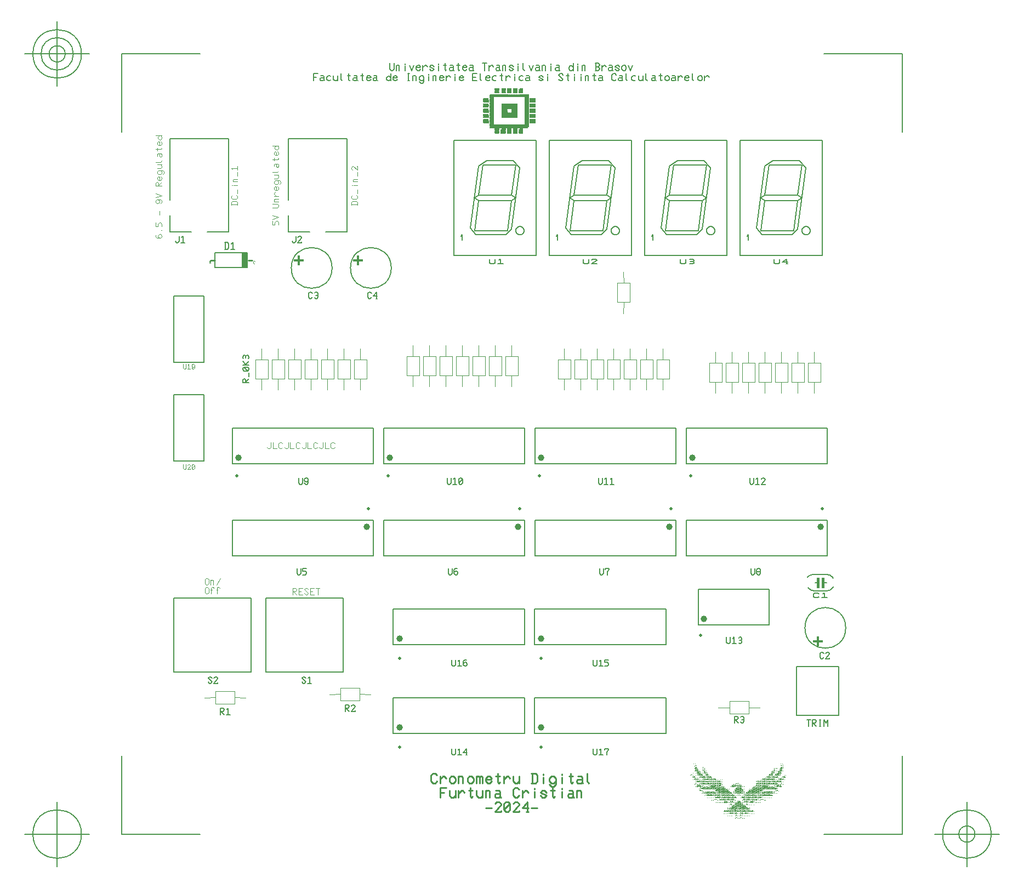
<source format=gbr>
G04 Generated by Ultiboard 14.3 *
%FSLAX34Y34*%
%MOMM*%

%ADD10C,0.0001*%
%ADD11C,0.2032*%
%ADD12C,0.1556*%
%ADD13C,0.1000*%
%ADD14C,0.0010*%
%ADD15C,0.0933*%
%ADD16C,0.0133*%
%ADD17C,0.1778*%
%ADD18C,0.0233*%
%ADD19C,0.2444*%
%ADD20C,0.1500*%
%ADD21C,0.2540*%
%ADD22C,0.0556*%
%ADD23C,0.2000*%
%ADD24C,0.1129*%
%ADD25C,0.1270*%
%ADD26C,0.50000*%
%ADD27C,1.00000*%


G04 ColorRGB FFFF00 for the following layer *
%LNSilkscreen Top*%
%LPD*%
G54D10*
G54D11*
X506853Y129489D02*
X506853Y121489D01*
X508844Y119489D01*
X510835Y119489D01*
X512826Y121489D01*
X512826Y129489D01*
X516808Y127489D02*
X518799Y129489D01*
X518799Y119489D01*
X515813Y119489D02*
X521786Y119489D01*
X530746Y123489D02*
X524773Y123489D01*
X529750Y129489D01*
X529750Y119489D01*
X528755Y119489D02*
X530746Y119489D01*
X619760Y207640D02*
X416560Y207640D01*
X416560Y153040D02*
X619760Y153040D01*
X416560Y207640D02*
X416560Y153040D01*
X619760Y153040D02*
X619760Y207640D01*
X725293Y129489D02*
X725293Y121489D01*
X727284Y119489D01*
X729275Y119489D01*
X731266Y121489D01*
X731266Y129489D01*
X735248Y127489D02*
X737239Y129489D01*
X737239Y119489D01*
X734253Y119489D02*
X740226Y119489D01*
X746199Y119489D02*
X746199Y124489D01*
X749186Y127489D01*
X749186Y129489D01*
X743213Y129489D01*
X743213Y127489D01*
X838200Y207640D02*
X635000Y207640D01*
X635000Y153040D02*
X838200Y153040D01*
X635000Y207640D02*
X635000Y153040D01*
X838200Y153040D02*
X838200Y207640D01*
X1039380Y180940D02*
X1104380Y180940D01*
X1104380Y255940D01*
X1039380Y255940D01*
X1039380Y180940D01*
X506853Y266649D02*
X506853Y258649D01*
X508844Y256649D01*
X510835Y256649D01*
X512826Y258649D01*
X512826Y266649D01*
X516808Y264649D02*
X518799Y266649D01*
X518799Y256649D01*
X515813Y256649D02*
X521786Y256649D01*
X529750Y266649D02*
X526764Y266649D01*
X524773Y264649D01*
X524773Y260649D01*
X524773Y258649D01*
X526764Y256649D01*
X528755Y256649D01*
X530746Y258649D01*
X530746Y260649D01*
X528755Y262649D01*
X526764Y262649D01*
X524773Y260649D01*
X619760Y344800D02*
X416560Y344800D01*
X416560Y290200D02*
X619760Y290200D01*
X416560Y344800D02*
X416560Y290200D01*
X619760Y290200D02*
X619760Y344800D01*
X725293Y266649D02*
X725293Y258649D01*
X727284Y256649D01*
X729275Y256649D01*
X731266Y258649D01*
X731266Y266649D01*
X735248Y264649D02*
X737239Y266649D01*
X737239Y256649D01*
X734253Y256649D02*
X740226Y256649D01*
X749186Y266649D02*
X743213Y266649D01*
X743213Y262649D01*
X747195Y262649D01*
X749186Y260649D01*
X749186Y258649D01*
X747195Y256649D01*
X743213Y256649D01*
X838200Y344800D02*
X635000Y344800D01*
X635000Y290200D02*
X838200Y290200D01*
X635000Y344800D02*
X635000Y290200D01*
X838200Y290200D02*
X838200Y344800D01*
X931195Y301574D02*
X931195Y293574D01*
X933186Y291574D01*
X935177Y291574D01*
X937168Y293574D01*
X937168Y301574D01*
X941150Y299574D02*
X943142Y301574D01*
X943142Y291574D01*
X940155Y291574D02*
X946128Y291574D01*
X950110Y300574D02*
X951106Y301574D01*
X953097Y301574D01*
X955088Y299574D01*
X955088Y297574D01*
X954093Y296574D01*
X955088Y295574D01*
X955088Y293574D01*
X953097Y291574D01*
X951106Y291574D01*
X950110Y292574D01*
X951106Y296574D02*
X954093Y296574D01*
X996940Y375350D02*
X887740Y375350D01*
X887740Y320610D02*
X996940Y320610D01*
X887740Y375350D02*
X887740Y320610D01*
X996940Y320610D02*
X996940Y375350D01*
X270432Y547570D02*
X270432Y539570D01*
X272424Y537570D01*
X274415Y537570D01*
X276406Y539570D01*
X276406Y547570D01*
X279392Y539570D02*
X281384Y537570D01*
X283375Y537570D01*
X285366Y539570D01*
X285366Y543570D01*
X285366Y545570D01*
X283375Y547570D01*
X281384Y547570D01*
X279392Y545570D01*
X279392Y543570D01*
X281384Y541570D01*
X283375Y541570D01*
X285366Y543570D01*
X385860Y624250D02*
X167860Y624250D01*
X167860Y569550D02*
X385860Y569550D01*
X167860Y624250D02*
X167860Y569550D01*
X385860Y569550D02*
X385860Y624250D01*
X499632Y547570D02*
X499632Y539570D01*
X501624Y537570D01*
X503615Y537570D01*
X505606Y539570D01*
X505606Y547570D01*
X509588Y545570D02*
X511579Y547570D01*
X511579Y537570D01*
X508592Y537570D02*
X514566Y537570D01*
X517552Y545570D02*
X519544Y547570D01*
X521535Y547570D01*
X523526Y545570D01*
X523526Y539570D01*
X521535Y537570D01*
X519544Y537570D01*
X517552Y539570D01*
X517552Y545570D01*
X523526Y545570D02*
X517552Y539570D01*
X619540Y624250D02*
X401540Y624250D01*
X401540Y569550D02*
X619540Y569550D01*
X401540Y624250D02*
X401540Y569550D01*
X619540Y569550D02*
X619540Y624250D01*
X733312Y547570D02*
X733312Y539570D01*
X735304Y537570D01*
X737295Y537570D01*
X739286Y539570D01*
X739286Y547570D01*
X743268Y545570D02*
X745259Y547570D01*
X745259Y537570D01*
X742272Y537570D02*
X748246Y537570D01*
X752228Y545570D02*
X754219Y547570D01*
X754219Y537570D01*
X751232Y537570D02*
X757206Y537570D01*
X853220Y624250D02*
X635220Y624250D01*
X635220Y569550D02*
X853220Y569550D01*
X635220Y624250D02*
X635220Y569550D01*
X853220Y569550D02*
X853220Y624250D01*
X966992Y547570D02*
X966992Y539570D01*
X968984Y537570D01*
X970975Y537570D01*
X972966Y539570D01*
X972966Y547570D01*
X976948Y545570D02*
X978939Y547570D01*
X978939Y537570D01*
X975952Y537570D02*
X981926Y537570D01*
X984912Y545570D02*
X986904Y547570D01*
X988895Y547570D01*
X990886Y545570D01*
X990886Y544570D01*
X984912Y537570D01*
X990886Y537570D01*
X990886Y538570D01*
X1086900Y624250D02*
X868900Y624250D01*
X868900Y569550D02*
X1086900Y569550D01*
X868900Y624250D02*
X868900Y569550D01*
X1086900Y569550D02*
X1086900Y624250D01*
X259060Y871920D02*
G75*
D01*
G02X259060Y871920I31500J0*
G01*
X350500Y871920D02*
G75*
D01*
G02X350500Y871920I31500J0*
G01*
X710071Y885704D02*
X710071Y879656D01*
X712893Y878145D01*
X715716Y878145D01*
X718538Y879656D01*
X718538Y885704D01*
X722771Y884192D02*
X725593Y885704D01*
X728416Y885704D01*
X731238Y884192D01*
X731238Y883436D01*
X722771Y878145D01*
X731238Y878145D01*
X731238Y878900D01*
X657860Y1069340D02*
X657860Y891540D01*
X784860Y891540D02*
X784860Y1069340D01*
X683260Y933873D02*
X695960Y1029123D01*
X746760Y931757D02*
X759460Y1027007D01*
X695960Y976207D02*
X689610Y929640D01*
X746760Y976207D02*
X740410Y929640D01*
X657860Y891540D02*
X784860Y891540D01*
X740410Y929640D02*
X689610Y929640D01*
X738293Y923290D02*
X691727Y923290D01*
X670560Y923290D02*
X668443Y921173D01*
X670560Y914823D02*
X670560Y923290D01*
X691727Y923290D02*
X683260Y933873D01*
X765810Y929640D02*
X765786Y930193D01*
X765714Y930743D01*
X765594Y931283D01*
X765427Y931812D01*
X765215Y932324D01*
X764959Y932815D01*
X764662Y933282D01*
X764324Y933722D01*
X763950Y934130D01*
X763542Y934504D01*
X763102Y934842D01*
X762635Y935139D01*
X762144Y935395D01*
X761632Y935607D01*
X761103Y935774D01*
X760563Y935894D01*
X760013Y935966D01*
X759460Y935990D01*
X758907Y935966D01*
X758357Y935894D01*
X757817Y935774D01*
X757288Y935607D01*
X756776Y935395D01*
X756285Y935139D01*
X755818Y934842D01*
X755378Y934504D01*
X754970Y934130D01*
X754596Y933722D01*
X754258Y933282D01*
X753961Y932815D01*
X753705Y932324D01*
X753493Y931812D01*
X753326Y931283D01*
X753206Y930743D01*
X753134Y930193D01*
X753110Y929640D01*
X753134Y929087D01*
X753206Y928537D01*
X753326Y927997D01*
X753493Y927468D01*
X753705Y926956D01*
X753961Y926465D01*
X754258Y925998D01*
X754596Y925558D01*
X754970Y925150D01*
X755378Y924776D01*
X755818Y924438D01*
X756285Y924141D01*
X756776Y923885D01*
X757288Y923673D01*
X757817Y923506D01*
X758357Y923386D01*
X758907Y923314D01*
X759460Y923290D01*
X760013Y923314D01*
X760563Y923386D01*
X761103Y923506D01*
X761632Y923673D01*
X762144Y923885D01*
X762635Y924141D01*
X763102Y924438D01*
X763542Y924776D01*
X763950Y925150D01*
X764324Y925558D01*
X764662Y925998D01*
X764959Y926465D01*
X765215Y926956D01*
X765427Y927468D01*
X765594Y927997D01*
X765714Y928537D01*
X765786Y929087D01*
X765810Y929640D01*
X746760Y931757D02*
X738293Y923290D01*
X695960Y976207D02*
X746760Y976207D01*
X746760Y984673D02*
X695960Y984673D01*
X784860Y1069340D02*
X657860Y1069340D01*
X753110Y1031240D02*
X702310Y1031240D01*
X748877Y1037590D02*
X708660Y1037590D01*
X695960Y984673D02*
X702310Y1031240D01*
X689610Y980440D02*
X695960Y976207D01*
X695960Y984673D02*
X689610Y980440D01*
X695960Y1029123D02*
X708660Y1037590D01*
X746760Y976207D02*
X753110Y980440D01*
X746760Y984673D01*
X753110Y1031240D01*
X759460Y1027007D02*
X748877Y1037590D01*
X859931Y885704D02*
X859931Y879656D01*
X862753Y878145D01*
X865576Y878145D01*
X868398Y879656D01*
X868398Y885704D01*
X874042Y884948D02*
X875453Y885704D01*
X878276Y885704D01*
X881098Y884192D01*
X881098Y882680D01*
X879687Y881924D01*
X881098Y881168D01*
X881098Y879656D01*
X878276Y878145D01*
X875453Y878145D01*
X874042Y878900D01*
X875453Y881924D02*
X879687Y881924D01*
X805180Y1069340D02*
X805180Y891540D01*
X932180Y891540D02*
X932180Y1069340D01*
X830580Y933873D02*
X843280Y1029123D01*
X894080Y931757D02*
X906780Y1027007D01*
X843280Y976207D02*
X836930Y929640D01*
X894080Y976207D02*
X887730Y929640D01*
X805180Y891540D02*
X932180Y891540D01*
X887730Y929640D02*
X836930Y929640D01*
X885613Y923290D02*
X839047Y923290D01*
X817880Y923290D02*
X815763Y921173D01*
X817880Y914823D02*
X817880Y923290D01*
X839047Y923290D02*
X830580Y933873D01*
X913130Y929640D02*
X913106Y930193D01*
X913034Y930743D01*
X912914Y931283D01*
X912747Y931812D01*
X912535Y932324D01*
X912279Y932815D01*
X911982Y933282D01*
X911644Y933722D01*
X911270Y934130D01*
X910862Y934504D01*
X910422Y934842D01*
X909955Y935139D01*
X909464Y935395D01*
X908952Y935607D01*
X908423Y935774D01*
X907883Y935894D01*
X907333Y935966D01*
X906780Y935990D01*
X906227Y935966D01*
X905677Y935894D01*
X905137Y935774D01*
X904608Y935607D01*
X904096Y935395D01*
X903605Y935139D01*
X903138Y934842D01*
X902698Y934504D01*
X902290Y934130D01*
X901916Y933722D01*
X901578Y933282D01*
X901281Y932815D01*
X901025Y932324D01*
X900813Y931812D01*
X900646Y931283D01*
X900526Y930743D01*
X900454Y930193D01*
X900430Y929640D01*
X900454Y929087D01*
X900526Y928537D01*
X900646Y927997D01*
X900813Y927468D01*
X901025Y926956D01*
X901281Y926465D01*
X901578Y925998D01*
X901916Y925558D01*
X902290Y925150D01*
X902698Y924776D01*
X903138Y924438D01*
X903605Y924141D01*
X904096Y923885D01*
X904608Y923673D01*
X905137Y923506D01*
X905677Y923386D01*
X906227Y923314D01*
X906780Y923290D01*
X907333Y923314D01*
X907883Y923386D01*
X908423Y923506D01*
X908952Y923673D01*
X909464Y923885D01*
X909955Y924141D01*
X910422Y924438D01*
X910862Y924776D01*
X911270Y925150D01*
X911644Y925558D01*
X911982Y925998D01*
X912279Y926465D01*
X912535Y926956D01*
X912747Y927468D01*
X912914Y927997D01*
X913034Y928537D01*
X913106Y929087D01*
X913130Y929640D01*
X894080Y931757D02*
X885613Y923290D01*
X843280Y976207D02*
X894080Y976207D01*
X894080Y984673D02*
X843280Y984673D01*
X932180Y1069340D02*
X805180Y1069340D01*
X900430Y1031240D02*
X849630Y1031240D01*
X896197Y1037590D02*
X855980Y1037590D01*
X843280Y984673D02*
X849630Y1031240D01*
X836930Y980440D02*
X843280Y976207D01*
X843280Y984673D02*
X836930Y980440D01*
X843280Y1029123D02*
X855980Y1037590D01*
X894080Y976207D02*
X900430Y980440D01*
X894080Y984673D01*
X900430Y1031240D01*
X906780Y1027007D02*
X896197Y1037590D01*
X1004711Y885704D02*
X1004711Y879656D01*
X1007533Y878145D01*
X1010356Y878145D01*
X1013178Y879656D01*
X1013178Y885704D01*
X1025878Y881168D02*
X1017411Y881168D01*
X1024467Y885704D01*
X1024467Y878145D01*
X1023056Y878145D02*
X1025878Y878145D01*
X952500Y1069340D02*
X952500Y891540D01*
X1079500Y891540D02*
X1079500Y1069340D01*
X977900Y933873D02*
X990600Y1029123D01*
X1041400Y931757D02*
X1054100Y1027007D01*
X990600Y976207D02*
X984250Y929640D01*
X1041400Y976207D02*
X1035050Y929640D01*
X952500Y891540D02*
X1079500Y891540D01*
X1035050Y929640D02*
X984250Y929640D01*
X1032933Y923290D02*
X986367Y923290D01*
X965200Y923290D02*
X963083Y921173D01*
X965200Y914823D02*
X965200Y923290D01*
X986367Y923290D02*
X977900Y933873D01*
X1060450Y929640D02*
X1060426Y930193D01*
X1060354Y930743D01*
X1060234Y931283D01*
X1060067Y931812D01*
X1059855Y932324D01*
X1059599Y932815D01*
X1059302Y933282D01*
X1058964Y933722D01*
X1058590Y934130D01*
X1058182Y934504D01*
X1057742Y934842D01*
X1057275Y935139D01*
X1056784Y935395D01*
X1056272Y935607D01*
X1055743Y935774D01*
X1055203Y935894D01*
X1054653Y935966D01*
X1054100Y935990D01*
X1053547Y935966D01*
X1052997Y935894D01*
X1052457Y935774D01*
X1051928Y935607D01*
X1051416Y935395D01*
X1050925Y935139D01*
X1050458Y934842D01*
X1050018Y934504D01*
X1049610Y934130D01*
X1049236Y933722D01*
X1048898Y933282D01*
X1048601Y932815D01*
X1048345Y932324D01*
X1048133Y931812D01*
X1047966Y931283D01*
X1047846Y930743D01*
X1047774Y930193D01*
X1047750Y929640D01*
X1047774Y929087D01*
X1047846Y928537D01*
X1047966Y927997D01*
X1048133Y927468D01*
X1048345Y926956D01*
X1048601Y926465D01*
X1048898Y925998D01*
X1049236Y925558D01*
X1049610Y925150D01*
X1050018Y924776D01*
X1050458Y924438D01*
X1050925Y924141D01*
X1051416Y923885D01*
X1051928Y923673D01*
X1052457Y923506D01*
X1052997Y923386D01*
X1053547Y923314D01*
X1054100Y923290D01*
X1054653Y923314D01*
X1055203Y923386D01*
X1055743Y923506D01*
X1056272Y923673D01*
X1056784Y923885D01*
X1057275Y924141D01*
X1057742Y924438D01*
X1058182Y924776D01*
X1058590Y925150D01*
X1058964Y925558D01*
X1059302Y925998D01*
X1059599Y926465D01*
X1059855Y926956D01*
X1060067Y927468D01*
X1060234Y927997D01*
X1060354Y928537D01*
X1060426Y929087D01*
X1060450Y929640D01*
X1041400Y931757D02*
X1032933Y923290D01*
X990600Y976207D02*
X1041400Y976207D01*
X1041400Y984673D02*
X990600Y984673D01*
X1079500Y1069340D02*
X952500Y1069340D01*
X1047750Y1031240D02*
X996950Y1031240D01*
X1043517Y1037590D02*
X1003300Y1037590D01*
X990600Y984673D02*
X996950Y1031240D01*
X984250Y980440D02*
X990600Y976207D01*
X990600Y984673D02*
X984250Y980440D01*
X990600Y1029123D02*
X1003300Y1037590D01*
X1041400Y976207D02*
X1047750Y980440D01*
X1041400Y984673D01*
X1047750Y1031240D01*
X1054100Y1027007D02*
X1043517Y1037590D01*
X1074138Y364036D02*
X1071316Y362525D01*
X1068493Y362525D01*
X1065671Y364036D01*
X1065671Y368572D01*
X1068493Y370084D01*
X1071316Y370084D01*
X1074138Y368572D01*
X1079782Y368572D02*
X1082604Y370084D01*
X1082604Y362525D01*
X1078371Y362525D02*
X1086838Y362525D01*
X1085427Y373380D02*
X1086534Y373428D01*
X1087632Y373573D01*
X1088714Y373813D01*
X1089771Y374146D01*
X1090794Y374570D01*
X1091777Y375081D01*
X1092711Y375677D01*
X1093590Y376351D01*
X1094407Y377100D01*
X1095156Y377917D01*
X1095830Y378796D01*
X1096313Y379539D01*
X1066377Y373380D02*
X1085427Y373380D01*
X1082040Y386080D02*
X1085850Y386080D01*
X1096059Y392218D02*
X1095483Y393122D01*
X1094831Y393971D01*
X1094108Y394761D01*
X1093318Y395484D01*
X1092469Y396136D01*
X1091565Y396712D01*
X1090615Y397206D01*
X1089626Y397616D01*
X1088604Y397938D01*
X1087559Y398170D01*
X1086497Y398310D01*
X1085427Y398357D01*
X1066377Y398780D02*
X1085427Y398780D01*
X1056852Y378456D02*
X1057619Y377557D01*
X1058462Y376729D01*
X1059374Y375977D01*
X1060348Y375308D01*
X1061376Y374726D01*
X1062452Y374236D01*
X1063566Y373842D01*
X1064710Y373546D01*
X1065876Y373351D01*
X1067054Y373258D01*
X1067526Y373250D01*
X1073150Y393700D02*
X1073150Y378460D01*
X1071880Y378460D02*
X1071880Y393700D01*
X1074420Y378460D02*
X1074420Y393700D01*
X1082040Y393700D02*
X1082040Y378460D01*
X1080770Y378460D02*
X1080770Y393700D01*
X1079500Y393700D02*
X1079500Y378460D01*
X1071880Y386080D02*
X1068070Y386080D01*
X1066377Y398780D02*
X1065270Y398732D01*
X1064172Y398587D01*
X1063090Y398347D01*
X1062033Y398014D01*
X1061010Y397590D01*
X1060027Y397079D01*
X1059093Y396483D01*
X1058214Y395809D01*
X1057397Y395060D01*
X1056648Y394243D01*
X1056507Y394072D01*
X1081389Y270400D02*
X1079398Y268400D01*
X1077407Y268400D01*
X1075416Y270400D01*
X1075416Y276400D01*
X1077407Y278400D01*
X1079398Y278400D01*
X1081389Y276400D01*
X1084376Y276400D02*
X1086367Y278400D01*
X1088358Y278400D01*
X1090349Y276400D01*
X1090349Y275400D01*
X1084376Y268400D01*
X1090349Y268400D01*
X1090349Y269400D01*
X1052380Y315960D02*
G75*
D01*
G02X1052380Y315960I31500J0*
G01*
X77160Y247800D02*
X197160Y247800D01*
X197160Y361800D01*
X77160Y361800D01*
X77160Y247800D01*
X219400Y247800D02*
X339400Y247800D01*
X339400Y361800D01*
X219400Y361800D01*
X219400Y247800D01*
X565291Y885704D02*
X565291Y879656D01*
X568113Y878145D01*
X570936Y878145D01*
X573758Y879656D01*
X573758Y885704D01*
X579402Y884192D02*
X582224Y885704D01*
X582224Y878145D01*
X577991Y878145D02*
X586458Y878145D01*
X510540Y1069340D02*
X510540Y891540D01*
X637540Y891540D02*
X637540Y1069340D01*
X535940Y933873D02*
X548640Y1029123D01*
X599440Y931757D02*
X612140Y1027007D01*
X548640Y976207D02*
X542290Y929640D01*
X599440Y976207D02*
X593090Y929640D01*
X510540Y891540D02*
X637540Y891540D01*
X593090Y929640D02*
X542290Y929640D01*
X590973Y923290D02*
X544407Y923290D01*
X523240Y923290D02*
X521123Y921173D01*
X523240Y914823D02*
X523240Y923290D01*
X544407Y923290D02*
X535940Y933873D01*
X618490Y929640D02*
X618466Y930193D01*
X618394Y930743D01*
X618274Y931283D01*
X618107Y931812D01*
X617895Y932324D01*
X617639Y932815D01*
X617342Y933282D01*
X617004Y933722D01*
X616630Y934130D01*
X616222Y934504D01*
X615782Y934842D01*
X615315Y935139D01*
X614824Y935395D01*
X614312Y935607D01*
X613783Y935774D01*
X613243Y935894D01*
X612693Y935966D01*
X612140Y935990D01*
X611587Y935966D01*
X611037Y935894D01*
X610497Y935774D01*
X609968Y935607D01*
X609456Y935395D01*
X608965Y935139D01*
X608498Y934842D01*
X608058Y934504D01*
X607650Y934130D01*
X607276Y933722D01*
X606938Y933282D01*
X606641Y932815D01*
X606385Y932324D01*
X606173Y931812D01*
X606006Y931283D01*
X605886Y930743D01*
X605814Y930193D01*
X605790Y929640D01*
X605814Y929087D01*
X605886Y928537D01*
X606006Y927997D01*
X606173Y927468D01*
X606385Y926956D01*
X606641Y926465D01*
X606938Y925998D01*
X607276Y925558D01*
X607650Y925150D01*
X608058Y924776D01*
X608498Y924438D01*
X608965Y924141D01*
X609456Y923885D01*
X609968Y923673D01*
X610497Y923506D01*
X611037Y923386D01*
X611587Y923314D01*
X612140Y923290D01*
X612693Y923314D01*
X613243Y923386D01*
X613783Y923506D01*
X614312Y923673D01*
X614824Y923885D01*
X615315Y924141D01*
X615782Y924438D01*
X616222Y924776D01*
X616630Y925150D01*
X617004Y925558D01*
X617342Y925998D01*
X617639Y926465D01*
X617895Y926956D01*
X618107Y927468D01*
X618274Y927997D01*
X618394Y928537D01*
X618466Y929087D01*
X618490Y929640D01*
X599440Y931757D02*
X590973Y923290D01*
X548640Y976207D02*
X599440Y976207D01*
X599440Y984673D02*
X548640Y984673D01*
X637540Y1069340D02*
X510540Y1069340D01*
X605790Y1031240D02*
X554990Y1031240D01*
X601557Y1037590D02*
X561340Y1037590D01*
X548640Y984673D02*
X554990Y1031240D01*
X542290Y980440D02*
X548640Y976207D01*
X548640Y984673D02*
X542290Y980440D01*
X548640Y1029123D02*
X561340Y1037590D01*
X599440Y976207D02*
X605790Y980440D01*
X599440Y984673D01*
X605790Y1031240D01*
X612140Y1027007D02*
X601557Y1037590D01*
X191320Y872420D02*
X191320Y895420D01*
X141320Y895420D02*
X141320Y872420D01*
X191320Y895420D02*
X141320Y895420D01*
X141320Y872420D02*
X191320Y872420D01*
X79740Y913020D02*
X81740Y911020D01*
X83740Y911020D01*
X85740Y913020D01*
X85740Y921020D01*
X89740Y919020D02*
X91740Y921020D01*
X91740Y911020D01*
X88740Y911020D02*
X94740Y911020D01*
X167860Y427310D02*
X385860Y427310D01*
X385860Y482010D02*
X167860Y482010D01*
X385860Y427310D02*
X385860Y482010D01*
X167860Y482010D02*
X167860Y427310D01*
X501376Y407940D02*
X501376Y399940D01*
X503367Y397940D01*
X505358Y397940D01*
X507349Y399940D01*
X507349Y407940D01*
X515313Y407940D02*
X512327Y407940D01*
X510336Y405940D01*
X510336Y401940D01*
X510336Y399940D01*
X512327Y397940D01*
X514318Y397940D01*
X516309Y399940D01*
X516309Y401940D01*
X514318Y403940D01*
X512327Y403940D01*
X510336Y401940D01*
X401540Y427310D02*
X619540Y427310D01*
X619540Y482010D02*
X401540Y482010D01*
X619540Y427310D02*
X619540Y482010D01*
X401540Y482010D02*
X401540Y427310D01*
X735056Y407940D02*
X735056Y399940D01*
X737047Y397940D01*
X739038Y397940D01*
X741029Y399940D01*
X741029Y407940D01*
X747002Y397940D02*
X747002Y402940D01*
X749989Y405940D01*
X749989Y407940D01*
X744016Y407940D01*
X744016Y405940D01*
X635220Y427310D02*
X853220Y427310D01*
X853220Y482010D02*
X635220Y482010D01*
X853220Y427310D02*
X853220Y482010D01*
X635220Y482010D02*
X635220Y427310D01*
X968736Y407940D02*
X968736Y399940D01*
X970727Y397940D01*
X972718Y397940D01*
X974709Y399940D01*
X974709Y407940D01*
X981678Y397940D02*
X979687Y397940D01*
X977696Y399940D01*
X977696Y401940D01*
X978691Y402940D01*
X977696Y403940D01*
X977696Y405940D01*
X979687Y407940D01*
X981678Y407940D01*
X983669Y405940D01*
X983669Y403940D01*
X982673Y402940D01*
X983669Y401940D01*
X983669Y399940D01*
X981678Y397940D01*
X978691Y402940D02*
X982673Y402940D01*
X868900Y427310D02*
X1086900Y427310D01*
X1086900Y482010D02*
X868900Y482010D01*
X1086900Y427310D02*
X1086900Y482010D01*
X868900Y482010D02*
X868900Y427310D01*
X260080Y913020D02*
X262080Y911020D01*
X264080Y911020D01*
X266080Y913020D01*
X266080Y921020D01*
X269080Y919020D02*
X271080Y921020D01*
X273080Y921020D01*
X275080Y919020D01*
X275080Y918020D01*
X269080Y911020D01*
X275080Y911020D01*
X275080Y912020D01*
G54D12*
X1058082Y164260D02*
X1058082Y174260D01*
X1055096Y174260D02*
X1061069Y174260D01*
X1064056Y164260D02*
X1064056Y174260D01*
X1068038Y174260D01*
X1070029Y172260D01*
X1070029Y171260D01*
X1068038Y169260D01*
X1064056Y169260D01*
X1065051Y169260D02*
X1070029Y164260D01*
X1075007Y164260D02*
X1076998Y164260D01*
X1075007Y174260D02*
X1076998Y174260D01*
X1076002Y164260D02*
X1076002Y174260D01*
X1081976Y164260D02*
X1081976Y174260D01*
X1084962Y169260D01*
X1087949Y174260D01*
X1087949Y164260D01*
X193880Y695016D02*
X183880Y695016D01*
X183880Y698998D01*
X185880Y700989D01*
X186880Y700989D01*
X188880Y698998D01*
X188880Y695016D01*
X188880Y696011D02*
X193880Y700989D01*
X193880Y703976D02*
X193880Y709949D01*
X185880Y712936D02*
X183880Y714927D01*
X183880Y716918D01*
X185880Y718909D01*
X191880Y718909D01*
X193880Y716918D01*
X193880Y714927D01*
X191880Y712936D01*
X185880Y712936D01*
X185880Y718909D02*
X191880Y712936D01*
X193880Y721896D02*
X183880Y721896D01*
X188880Y721896D02*
X188880Y722891D01*
X183880Y727869D01*
X188880Y722891D02*
X193880Y727869D01*
X184880Y731851D02*
X183880Y732847D01*
X183880Y734838D01*
X185880Y736829D01*
X187880Y736829D01*
X188880Y735833D01*
X189880Y736829D01*
X191880Y736829D01*
X193880Y734838D01*
X193880Y732847D01*
X192880Y731851D01*
X188880Y732847D02*
X188880Y735833D01*
X291449Y826660D02*
X289458Y824660D01*
X287467Y824660D01*
X285476Y826660D01*
X285476Y832660D01*
X287467Y834660D01*
X289458Y834660D01*
X291449Y832660D01*
X295431Y833660D02*
X296427Y834660D01*
X298418Y834660D01*
X300409Y832660D01*
X300409Y830660D01*
X299413Y829660D01*
X300409Y828660D01*
X300409Y826660D01*
X298418Y824660D01*
X296427Y824660D01*
X295431Y825660D01*
X296427Y829660D02*
X299413Y829660D01*
X382889Y826660D02*
X380898Y824660D01*
X378907Y824660D01*
X376916Y826660D01*
X376916Y832660D01*
X378907Y834660D01*
X380898Y834660D01*
X382889Y832660D01*
X391849Y828660D02*
X385876Y828660D01*
X390853Y834660D01*
X390853Y824660D01*
X389858Y824660D02*
X391849Y824660D01*
X130536Y232300D02*
X132527Y230300D01*
X134518Y230300D01*
X136509Y232300D01*
X130536Y238300D01*
X132527Y240300D01*
X134518Y240300D01*
X136509Y238300D01*
X139496Y238300D02*
X141487Y240300D01*
X143478Y240300D01*
X145469Y238300D01*
X145469Y237300D01*
X139496Y230300D01*
X145469Y230300D01*
X145469Y231300D01*
X275316Y232300D02*
X277307Y230300D01*
X279298Y230300D01*
X281289Y232300D01*
X275316Y238300D01*
X277307Y240300D01*
X279298Y240300D01*
X281289Y238300D01*
X285271Y238300D02*
X287262Y240300D01*
X287262Y230300D01*
X284276Y230300D02*
X290249Y230300D01*
X342609Y187068D02*
X342609Y197068D01*
X346591Y197068D01*
X348582Y195068D01*
X348582Y194068D01*
X346591Y192068D01*
X342609Y192068D01*
X343604Y192068D02*
X348582Y187068D01*
X351569Y195068D02*
X353560Y197068D01*
X355551Y197068D01*
X357542Y195068D01*
X357542Y194068D01*
X351569Y187068D01*
X357542Y187068D01*
X357542Y188068D01*
X943336Y169340D02*
X943336Y179340D01*
X947318Y179340D01*
X949309Y177340D01*
X949309Y176340D01*
X947318Y174340D01*
X943336Y174340D01*
X944331Y174340D02*
X949309Y169340D01*
X953291Y178340D02*
X954287Y179340D01*
X956278Y179340D01*
X958269Y177340D01*
X958269Y175340D01*
X957273Y174340D01*
X958269Y173340D01*
X958269Y171340D01*
X956278Y169340D01*
X954287Y169340D01*
X953291Y170340D01*
X954287Y174340D02*
X957273Y174340D01*
X267696Y407940D02*
X267696Y399940D01*
X269687Y397940D01*
X271678Y397940D01*
X273669Y399940D01*
X273669Y407940D01*
X282629Y407940D02*
X276656Y407940D01*
X276656Y403940D01*
X280638Y403940D01*
X282629Y401940D01*
X282629Y399940D01*
X280638Y397940D01*
X276656Y397940D01*
X149569Y181988D02*
X149569Y191988D01*
X153551Y191988D01*
X155542Y189988D01*
X155542Y188988D01*
X153551Y186988D01*
X149569Y186988D01*
X150564Y186988D02*
X155542Y181988D01*
X159524Y189988D02*
X161515Y191988D01*
X161515Y181988D01*
X158529Y181988D02*
X164502Y181988D01*
G54D13*
X904500Y695480D02*
X924100Y695480D01*
X924100Y725480D01*
X904500Y725480D01*
X904500Y695480D01*
X914400Y678480D02*
X914300Y695480D01*
X914300Y725480D02*
X914400Y742480D01*
X929900Y695480D02*
X949500Y695480D01*
X949500Y725480D01*
X929900Y725480D01*
X929900Y695480D01*
X939800Y678480D02*
X939700Y695480D01*
X939700Y725480D02*
X939800Y742480D01*
X955300Y695480D02*
X974900Y695480D01*
X974900Y725480D01*
X955300Y725480D01*
X955300Y695480D01*
X965200Y678480D02*
X965100Y695480D01*
X965100Y725480D02*
X965200Y742480D01*
X980700Y695480D02*
X1000300Y695480D01*
X1000300Y725480D01*
X980700Y725480D01*
X980700Y695480D01*
X990600Y678480D02*
X990500Y695480D01*
X990500Y725480D02*
X990600Y742480D01*
X1006100Y695480D02*
X1025700Y695480D01*
X1025700Y725480D01*
X1006100Y725480D01*
X1006100Y695480D01*
X1016000Y678480D02*
X1015900Y695480D01*
X1015900Y725480D02*
X1016000Y742480D01*
X1031500Y695480D02*
X1051100Y695480D01*
X1051100Y725480D01*
X1031500Y725480D01*
X1031500Y695480D01*
X1041400Y678480D02*
X1041300Y695480D01*
X1041300Y725480D02*
X1041400Y742480D01*
X1056900Y695480D02*
X1076500Y695480D01*
X1076500Y725480D01*
X1056900Y725480D01*
X1056900Y695480D01*
X1066800Y678480D02*
X1066700Y695480D01*
X1066700Y725480D02*
X1066800Y742480D01*
X203460Y700560D02*
X223060Y700560D01*
X223060Y730560D01*
X203460Y730560D01*
X203460Y700560D01*
X213360Y683560D02*
X213260Y700560D01*
X213260Y730560D02*
X213360Y747560D01*
X228860Y700560D02*
X248460Y700560D01*
X248460Y730560D01*
X228860Y730560D01*
X228860Y700560D01*
X238760Y683560D02*
X238660Y700560D01*
X238660Y730560D02*
X238760Y747560D01*
X254260Y700560D02*
X273860Y700560D01*
X273860Y730560D01*
X254260Y730560D01*
X254260Y700560D01*
X264160Y683560D02*
X264060Y700560D01*
X264060Y730560D02*
X264160Y747560D01*
X279660Y700560D02*
X299260Y700560D01*
X299260Y730560D01*
X279660Y730560D01*
X279660Y700560D01*
X289560Y683560D02*
X289460Y700560D01*
X289460Y730560D02*
X289560Y747560D01*
X305060Y700560D02*
X324660Y700560D01*
X324660Y730560D01*
X305060Y730560D01*
X305060Y700560D01*
X314960Y683560D02*
X314860Y700560D01*
X314860Y730560D02*
X314960Y747560D01*
X330460Y700560D02*
X350060Y700560D01*
X350060Y730560D01*
X330460Y730560D01*
X330460Y700560D01*
X340360Y683560D02*
X340260Y700560D01*
X340260Y730560D02*
X340360Y747560D01*
X355860Y700560D02*
X375460Y700560D01*
X375460Y730560D01*
X355860Y730560D01*
X355860Y700560D01*
X365760Y683560D02*
X365660Y700560D01*
X365660Y730560D02*
X365760Y747560D01*
X437140Y705640D02*
X456740Y705640D01*
X456740Y735640D01*
X437140Y735640D01*
X437140Y705640D01*
X447040Y688640D02*
X446940Y705640D01*
X446940Y735640D02*
X447040Y752640D01*
X462540Y705640D02*
X482140Y705640D01*
X482140Y735640D01*
X462540Y735640D01*
X462540Y705640D01*
X472440Y688640D02*
X472340Y705640D01*
X472340Y735640D02*
X472440Y752640D01*
X487940Y705640D02*
X507540Y705640D01*
X507540Y735640D01*
X487940Y735640D01*
X487940Y705640D01*
X497840Y688640D02*
X497740Y705640D01*
X497740Y735640D02*
X497840Y752640D01*
X513340Y705640D02*
X532940Y705640D01*
X532940Y735640D01*
X513340Y735640D01*
X513340Y705640D01*
X523240Y688640D02*
X523140Y705640D01*
X523140Y735640D02*
X523240Y752640D01*
X538740Y705640D02*
X558340Y705640D01*
X558340Y735640D01*
X538740Y735640D01*
X538740Y705640D01*
X548640Y688640D02*
X548540Y705640D01*
X548540Y735640D02*
X548640Y752640D01*
X564140Y705640D02*
X583740Y705640D01*
X583740Y735640D01*
X564140Y735640D01*
X564140Y705640D01*
X574040Y688640D02*
X573940Y705640D01*
X573940Y735640D02*
X574040Y752640D01*
X589540Y705640D02*
X609140Y705640D01*
X609140Y735640D01*
X589540Y735640D01*
X589540Y705640D01*
X599440Y688640D02*
X599340Y705640D01*
X599340Y735640D02*
X599440Y752640D01*
X670820Y700560D02*
X690420Y700560D01*
X690420Y730560D01*
X670820Y730560D01*
X670820Y700560D01*
X680720Y683560D02*
X680620Y700560D01*
X680620Y730560D02*
X680720Y747560D01*
X696220Y700560D02*
X715820Y700560D01*
X715820Y730560D01*
X696220Y730560D01*
X696220Y700560D01*
X706120Y683560D02*
X706020Y700560D01*
X706020Y730560D02*
X706120Y747560D01*
X721620Y700560D02*
X741220Y700560D01*
X741220Y730560D01*
X721620Y730560D01*
X721620Y700560D01*
X731520Y683560D02*
X731420Y700560D01*
X731420Y730560D02*
X731520Y747560D01*
X747020Y700560D02*
X766620Y700560D01*
X766620Y730560D01*
X747020Y730560D01*
X747020Y700560D01*
X756920Y683560D02*
X756820Y700560D01*
X756820Y730560D02*
X756920Y747560D01*
X772420Y700560D02*
X792020Y700560D01*
X792020Y730560D01*
X772420Y730560D01*
X772420Y700560D01*
X782320Y683560D02*
X782220Y700560D01*
X782220Y730560D02*
X782320Y747560D01*
X797820Y700560D02*
X817420Y700560D01*
X817420Y730560D01*
X797820Y730560D01*
X797820Y700560D01*
X807720Y683560D02*
X807620Y700560D01*
X807620Y730560D02*
X807720Y747560D01*
X823220Y700560D02*
X842820Y700560D01*
X842820Y730560D01*
X823220Y730560D01*
X823220Y700560D01*
X833120Y683560D02*
X833020Y700560D01*
X833020Y730560D02*
X833120Y747560D01*
X782060Y848840D02*
X762460Y848840D01*
X762460Y818840D01*
X782060Y818840D01*
X782060Y848840D01*
X772160Y865840D02*
X772260Y848840D01*
X772260Y818840D02*
X772160Y801840D01*
X334800Y223260D02*
X364800Y223260D01*
X364800Y203660D01*
X334800Y203660D01*
X334800Y223260D01*
X317800Y213360D02*
X334800Y213460D01*
X364800Y213460D02*
X381800Y213360D01*
G36*
X182329Y873068D02*
X182329Y895480D01*
X190329Y895480D01*
X190329Y873068D01*
X182329Y873068D01*
G37*
X965680Y183140D02*
X935680Y183140D01*
X935680Y202740D01*
X965680Y202740D01*
X965680Y183140D01*
X982680Y193040D02*
X965680Y192940D01*
X935680Y192940D02*
X918680Y193040D01*
X141760Y218180D02*
X171760Y218180D01*
X171760Y198580D01*
X141760Y198580D01*
X141760Y218180D01*
X124760Y208280D02*
X141760Y208380D01*
X171760Y208380D02*
X188760Y208280D01*
G54D14*
G36*
X268668Y891096D02*
X268668Y891096D01*
X271129Y876916D01*
X271129Y891096D01*
X268668Y891096D01*
D02*
G37*
X271129Y876916D01*
X271129Y891096D01*
X268668Y891096D01*
G36*
X271129Y876916D02*
X271129Y876916D01*
X268668Y891096D01*
X268668Y885251D01*
X271129Y876916D01*
D02*
G37*
X268668Y891096D01*
X268668Y885251D01*
X271129Y876916D01*
G36*
X268668Y885251D02*
X268668Y885251D01*
X268668Y882761D01*
X271129Y876916D01*
X268668Y885251D01*
D02*
G37*
X268668Y882761D01*
X271129Y876916D01*
X268668Y885251D01*
G36*
X268668Y882761D02*
X268668Y882761D01*
X268668Y885251D01*
X262780Y885251D01*
X268668Y882761D01*
D02*
G37*
X268668Y885251D01*
X262780Y885251D01*
X268668Y882761D01*
G36*
X262780Y885251D02*
X262780Y885251D01*
X262780Y882761D01*
X268668Y882761D01*
X262780Y885251D01*
D02*
G37*
X262780Y882761D01*
X268668Y882761D01*
X262780Y885251D01*
G36*
X271129Y882761D02*
X271129Y882761D01*
X276974Y882761D01*
X271129Y885251D01*
X271129Y882761D01*
D02*
G37*
X276974Y882761D01*
X271129Y885251D01*
X271129Y882761D01*
G36*
X271129Y882761D01*
X271129Y891096D01*
X271129Y882761D01*
D02*
G37*
X271129Y891096D01*
X271129Y882761D01*
G36*
X271129Y882761D01*
X271129Y891096D01*
X271129Y876916D01*
X271129Y882761D01*
D02*
G37*
X271129Y891096D01*
X271129Y876916D01*
X271129Y882761D01*
G36*
X271129Y885251D02*
X271129Y885251D01*
X276974Y882761D01*
X276974Y885251D01*
X271129Y885251D01*
D02*
G37*
X276974Y882761D01*
X276974Y885251D01*
X271129Y885251D01*
G36*
X271129Y876916D02*
X271129Y876916D01*
X268668Y882761D01*
X268668Y876916D01*
X271129Y876916D01*
D02*
G37*
X268668Y882761D01*
X268668Y876916D01*
X271129Y876916D01*
G36*
X360108Y891096D02*
X360108Y891096D01*
X362569Y876916D01*
X362569Y891096D01*
X360108Y891096D01*
D02*
G37*
X362569Y876916D01*
X362569Y891096D01*
X360108Y891096D01*
G36*
X362569Y876916D02*
X362569Y876916D01*
X360108Y891096D01*
X360108Y885251D01*
X362569Y876916D01*
D02*
G37*
X360108Y891096D01*
X360108Y885251D01*
X362569Y876916D01*
G36*
X360108Y885251D02*
X360108Y885251D01*
X360108Y882761D01*
X362569Y876916D01*
X360108Y885251D01*
D02*
G37*
X360108Y882761D01*
X362569Y876916D01*
X360108Y885251D01*
G36*
X360108Y882761D02*
X360108Y882761D01*
X360108Y885251D01*
X354220Y885251D01*
X360108Y882761D01*
D02*
G37*
X360108Y885251D01*
X354220Y885251D01*
X360108Y882761D01*
G36*
X354220Y885251D02*
X354220Y885251D01*
X354220Y882761D01*
X360108Y882761D01*
X354220Y885251D01*
D02*
G37*
X354220Y882761D01*
X360108Y882761D01*
X354220Y885251D01*
G36*
X362569Y882761D02*
X362569Y882761D01*
X368414Y882761D01*
X362569Y885251D01*
X362569Y882761D01*
D02*
G37*
X368414Y882761D01*
X362569Y885251D01*
X362569Y882761D01*
G36*
X362569Y882761D01*
X362569Y891096D01*
X362569Y882761D01*
D02*
G37*
X362569Y891096D01*
X362569Y882761D01*
G36*
X362569Y882761D01*
X362569Y891096D01*
X362569Y876916D01*
X362569Y882761D01*
D02*
G37*
X362569Y891096D01*
X362569Y876916D01*
X362569Y882761D01*
G36*
X362569Y885251D02*
X362569Y885251D01*
X368414Y882761D01*
X368414Y885251D01*
X362569Y885251D01*
D02*
G37*
X368414Y882761D01*
X368414Y885251D01*
X362569Y885251D01*
G36*
X362569Y876916D02*
X362569Y876916D01*
X360108Y882761D01*
X360108Y876916D01*
X362569Y876916D01*
D02*
G37*
X360108Y882761D01*
X360108Y876916D01*
X362569Y876916D01*
G36*
X1070549Y302374D02*
X1070549Y302374D01*
X1073039Y288180D01*
X1073039Y302374D01*
X1070549Y302374D01*
D02*
G37*
X1073039Y288180D01*
X1073039Y302374D01*
X1070549Y302374D01*
G36*
X1073039Y288180D02*
X1073039Y288180D01*
X1070549Y302374D01*
X1070549Y296529D01*
X1073039Y288180D01*
D02*
G37*
X1070549Y302374D01*
X1070549Y296529D01*
X1073039Y288180D01*
G36*
X1070549Y296529D02*
X1070549Y296529D01*
X1070549Y294068D01*
X1073039Y288180D01*
X1070549Y296529D01*
D02*
G37*
X1070549Y294068D01*
X1073039Y288180D01*
X1070549Y296529D01*
G36*
X1070549Y294068D02*
X1070549Y294068D01*
X1070549Y296529D01*
X1064704Y296529D01*
X1070549Y294068D01*
D02*
G37*
X1070549Y296529D01*
X1064704Y296529D01*
X1070549Y294068D01*
G36*
X1064704Y296529D02*
X1064704Y296529D01*
X1064704Y294068D01*
X1070549Y294068D01*
X1064704Y296529D01*
D02*
G37*
X1064704Y294068D01*
X1070549Y294068D01*
X1064704Y296529D01*
G36*
X1073039Y294068D02*
X1073039Y294068D01*
X1078884Y294068D01*
X1073039Y296529D01*
X1073039Y294068D01*
D02*
G37*
X1078884Y294068D01*
X1073039Y296529D01*
X1073039Y294068D01*
G36*
X1073039Y294068D01*
X1073039Y302374D01*
X1073039Y294068D01*
D02*
G37*
X1073039Y302374D01*
X1073039Y294068D01*
G36*
X1073039Y294068D01*
X1073039Y302374D01*
X1073039Y288180D01*
X1073039Y294068D01*
D02*
G37*
X1073039Y302374D01*
X1073039Y288180D01*
X1073039Y294068D01*
G36*
X1073039Y296529D02*
X1073039Y296529D01*
X1078884Y294068D01*
X1078884Y296529D01*
X1073039Y296529D01*
D02*
G37*
X1078884Y294068D01*
X1078884Y296529D01*
X1073039Y296529D01*
G36*
X1073039Y288180D02*
X1073039Y288180D01*
X1070549Y294068D01*
X1070549Y288180D01*
X1073039Y288180D01*
D02*
G37*
X1070549Y294068D01*
X1070549Y288180D01*
X1073039Y288180D01*
G54D15*
X221556Y594900D02*
X223547Y592900D01*
X225538Y592900D01*
X227529Y594900D01*
X227529Y602900D01*
X230516Y602900D02*
X230516Y592900D01*
X236489Y592900D01*
X245449Y594900D02*
X243458Y592900D01*
X241467Y592900D01*
X239476Y594900D01*
X239476Y600900D01*
X241467Y602900D01*
X243458Y602900D01*
X245449Y600900D01*
X248436Y594900D02*
X250427Y592900D01*
X252418Y592900D01*
X254409Y594900D01*
X254409Y602900D01*
X257396Y602900D02*
X257396Y592900D01*
X263369Y592900D01*
X272329Y594900D02*
X270338Y592900D01*
X268347Y592900D01*
X266356Y594900D01*
X266356Y600900D01*
X268347Y602900D01*
X270338Y602900D01*
X272329Y600900D01*
X275316Y594900D02*
X277307Y592900D01*
X279298Y592900D01*
X281289Y594900D01*
X281289Y602900D01*
X284276Y602900D02*
X284276Y592900D01*
X290249Y592900D01*
X299209Y594900D02*
X297218Y592900D01*
X295227Y592900D01*
X293236Y594900D01*
X293236Y600900D01*
X295227Y602900D01*
X297218Y602900D01*
X299209Y600900D01*
X302196Y594900D02*
X304187Y592900D01*
X306178Y592900D01*
X308169Y594900D01*
X308169Y602900D01*
X311156Y602900D02*
X311156Y592900D01*
X317129Y592900D01*
X326089Y594900D02*
X324098Y592900D01*
X322107Y592900D01*
X320116Y594900D01*
X320116Y600900D01*
X322107Y602900D01*
X324098Y602900D01*
X326089Y600900D01*
X49260Y922913D02*
X49260Y919927D01*
X51260Y917936D01*
X55260Y917936D01*
X57260Y917936D01*
X59260Y919927D01*
X59260Y921918D01*
X57260Y923909D01*
X55260Y923909D01*
X53260Y921918D01*
X53260Y919927D01*
X55260Y917936D01*
X59260Y929882D02*
X58260Y929882D01*
X49260Y941829D02*
X49260Y935856D01*
X53260Y935856D01*
X53260Y939838D01*
X55260Y941829D01*
X57260Y941829D01*
X59260Y939838D01*
X59260Y935856D01*
X55260Y953776D02*
X55260Y959749D01*
X57260Y971696D02*
X59260Y973687D01*
X59260Y975678D01*
X57260Y977669D01*
X53260Y977669D01*
X51260Y977669D01*
X49260Y975678D01*
X49260Y973687D01*
X51260Y971696D01*
X53260Y971696D01*
X55260Y973687D01*
X55260Y975678D01*
X53260Y977669D01*
X49260Y980656D02*
X59260Y983642D01*
X49260Y986629D01*
X59260Y998576D02*
X49260Y998576D01*
X49260Y1002558D01*
X51260Y1004549D01*
X52260Y1004549D01*
X54260Y1002558D01*
X54260Y998576D01*
X54260Y999571D02*
X59260Y1004549D01*
X57260Y1013509D02*
X59260Y1011518D01*
X59260Y1009527D01*
X57260Y1007536D01*
X54260Y1007536D01*
X52260Y1009527D01*
X52260Y1011518D01*
X54260Y1013509D01*
X55260Y1012513D01*
X55260Y1007536D01*
X60260Y1016496D02*
X62260Y1018487D01*
X62260Y1020478D01*
X60260Y1022469D01*
X57260Y1022469D01*
X54260Y1022469D01*
X52260Y1020478D01*
X52260Y1018487D01*
X54260Y1016496D01*
X57260Y1016496D01*
X59260Y1018487D01*
X59260Y1020478D01*
X57260Y1022469D01*
X52260Y1025456D02*
X57260Y1025456D01*
X59260Y1027447D01*
X59260Y1029438D01*
X57260Y1031429D01*
X52260Y1031429D01*
X57260Y1031429D02*
X59260Y1031429D01*
X49260Y1035411D02*
X57260Y1035411D01*
X59260Y1037402D01*
X52260Y1044371D02*
X52260Y1047358D01*
X53260Y1048353D01*
X58260Y1048353D01*
X59260Y1047358D01*
X59260Y1044371D01*
X58260Y1043376D01*
X56260Y1043376D01*
X55260Y1044371D01*
X55260Y1048353D01*
X58260Y1048353D02*
X59260Y1049349D01*
X58260Y1057313D02*
X59260Y1056318D01*
X58260Y1055322D01*
X49260Y1055322D01*
X52260Y1053331D02*
X52260Y1057313D01*
X57260Y1067269D02*
X59260Y1065278D01*
X59260Y1063287D01*
X57260Y1061296D01*
X54260Y1061296D01*
X52260Y1063287D01*
X52260Y1065278D01*
X54260Y1067269D01*
X55260Y1066273D01*
X55260Y1061296D01*
X57260Y1076229D02*
X59260Y1074238D01*
X59260Y1072247D01*
X57260Y1070256D01*
X55260Y1070256D01*
X53260Y1072247D01*
X53260Y1074238D01*
X55260Y1076229D01*
X49260Y1076229D02*
X59260Y1076229D01*
X229600Y944229D02*
X229600Y938256D01*
X233600Y938256D01*
X233600Y942238D01*
X235600Y944229D01*
X237600Y944229D01*
X239600Y942238D01*
X239600Y938256D01*
X229600Y947216D02*
X239600Y950202D01*
X229600Y953189D01*
X229600Y965136D02*
X237600Y965136D01*
X239600Y967127D01*
X239600Y969118D01*
X237600Y971109D01*
X229600Y971109D01*
X239600Y974096D02*
X233600Y974096D01*
X232600Y974096D01*
X233600Y974096D02*
X232600Y975091D01*
X232600Y977082D01*
X233600Y978078D01*
X239600Y978078D01*
X235600Y983056D02*
X232600Y986042D01*
X232600Y987038D01*
X234600Y989029D01*
X239600Y983056D02*
X232600Y983056D01*
X237600Y997989D02*
X239600Y995998D01*
X239600Y994007D01*
X237600Y992016D01*
X234600Y992016D01*
X232600Y994007D01*
X232600Y995998D01*
X234600Y997989D01*
X235600Y996993D01*
X235600Y992016D01*
X240600Y1000976D02*
X242600Y1002967D01*
X242600Y1004958D01*
X240600Y1006949D01*
X237600Y1006949D01*
X234600Y1006949D01*
X232600Y1004958D01*
X232600Y1002967D01*
X234600Y1000976D01*
X237600Y1000976D01*
X239600Y1002967D01*
X239600Y1004958D01*
X237600Y1006949D01*
X232600Y1009936D02*
X237600Y1009936D01*
X239600Y1011927D01*
X239600Y1013918D01*
X237600Y1015909D01*
X232600Y1015909D01*
X237600Y1015909D02*
X239600Y1015909D01*
X229600Y1019891D02*
X237600Y1019891D01*
X239600Y1021882D01*
X232600Y1028851D02*
X232600Y1031838D01*
X233600Y1032833D01*
X238600Y1032833D01*
X239600Y1031838D01*
X239600Y1028851D01*
X238600Y1027856D01*
X236600Y1027856D01*
X235600Y1028851D01*
X235600Y1032833D01*
X238600Y1032833D02*
X239600Y1033829D01*
X238600Y1041793D02*
X239600Y1040798D01*
X238600Y1039802D01*
X229600Y1039802D01*
X232600Y1037811D02*
X232600Y1041793D01*
X237600Y1051749D02*
X239600Y1049758D01*
X239600Y1047767D01*
X237600Y1045776D01*
X234600Y1045776D01*
X232600Y1047767D01*
X232600Y1049758D01*
X234600Y1051749D01*
X235600Y1050753D01*
X235600Y1045776D01*
X237600Y1060709D02*
X239600Y1058718D01*
X239600Y1056727D01*
X237600Y1054736D01*
X235600Y1054736D01*
X233600Y1056727D01*
X233600Y1058718D01*
X235600Y1060709D01*
X229600Y1060709D02*
X239600Y1060709D01*
X176100Y969336D02*
X176100Y973318D01*
X174100Y975309D01*
X168100Y975309D01*
X166100Y973318D01*
X166100Y969336D01*
X166100Y970331D02*
X176100Y970331D01*
X174100Y984269D02*
X176100Y982278D01*
X176100Y980287D01*
X174100Y978296D01*
X168100Y978296D01*
X166100Y980287D01*
X166100Y982278D01*
X168100Y984269D01*
X176100Y987256D02*
X176100Y993229D01*
X176100Y999202D02*
X170100Y999202D01*
X168100Y999202D02*
X167100Y999202D01*
X176100Y1005176D02*
X170100Y1005176D01*
X169100Y1005176D01*
X170100Y1005176D02*
X169100Y1006171D01*
X169100Y1008162D01*
X170100Y1009158D01*
X176100Y1009158D01*
X176100Y1014136D02*
X176100Y1020109D01*
X168100Y1024091D02*
X166100Y1026082D01*
X176100Y1026082D01*
X176100Y1023096D02*
X176100Y1029069D01*
X361520Y969336D02*
X361520Y973318D01*
X359520Y975309D01*
X353520Y975309D01*
X351520Y973318D01*
X351520Y969336D01*
X351520Y970331D02*
X361520Y970331D01*
X359520Y984269D02*
X361520Y982278D01*
X361520Y980287D01*
X359520Y978296D01*
X353520Y978296D01*
X351520Y980287D01*
X351520Y982278D01*
X353520Y984269D01*
X361520Y987256D02*
X361520Y993229D01*
X361520Y999202D02*
X355520Y999202D01*
X353520Y999202D02*
X352520Y999202D01*
X361520Y1005176D02*
X355520Y1005176D01*
X354520Y1005176D01*
X355520Y1005176D02*
X354520Y1006171D01*
X354520Y1008162D01*
X355520Y1009158D01*
X361520Y1009158D01*
X361520Y1014136D02*
X361520Y1020109D01*
X353520Y1023096D02*
X351520Y1025087D01*
X351520Y1027078D01*
X353520Y1029069D01*
X354520Y1029069D01*
X361520Y1023096D01*
X361520Y1029069D01*
X360520Y1029069D01*
X125456Y384700D02*
X127447Y382700D01*
X129438Y382700D01*
X131429Y384700D01*
X131429Y390700D01*
X129438Y392700D01*
X127447Y392700D01*
X125456Y390700D01*
X125456Y384700D01*
X134416Y382700D02*
X134416Y388700D01*
X134416Y389700D01*
X134416Y388700D02*
X135411Y389700D01*
X137402Y389700D01*
X138398Y388700D01*
X138398Y382700D01*
X149349Y392700D02*
X143376Y382700D01*
X125456Y370700D02*
X127447Y368700D01*
X129438Y368700D01*
X131429Y370700D01*
X131429Y376700D01*
X129438Y378700D01*
X127447Y378700D01*
X125456Y376700D01*
X125456Y370700D01*
X135411Y368700D02*
X135411Y377700D01*
X136407Y378700D01*
X138398Y378700D01*
X139393Y377700D01*
X134416Y374700D02*
X136407Y374700D01*
X144371Y368700D02*
X144371Y377700D01*
X145367Y378700D01*
X147358Y378700D01*
X148353Y377700D01*
X143376Y374700D02*
X145367Y374700D01*
X261276Y367460D02*
X261276Y377460D01*
X265258Y377460D01*
X267249Y375460D01*
X267249Y374460D01*
X265258Y372460D01*
X261276Y372460D01*
X262271Y372460D02*
X267249Y367460D01*
X276209Y367460D02*
X270236Y367460D01*
X270236Y372460D01*
X270236Y377460D01*
X276209Y377460D01*
X270236Y372460D02*
X274218Y372460D01*
X279196Y369460D02*
X281187Y367460D01*
X283178Y367460D01*
X285169Y369460D01*
X279196Y375460D01*
X281187Y377460D01*
X283178Y377460D01*
X285169Y375460D01*
X294129Y367460D02*
X288156Y367460D01*
X288156Y372460D01*
X288156Y377460D01*
X294129Y377460D01*
X288156Y372460D02*
X292138Y372460D01*
X300102Y367460D02*
X300102Y377460D01*
X297116Y377460D02*
X303089Y377460D01*
G54D16*
X573973Y1148429D02*
X573547Y1148429D01*
X573262Y1148714D01*
X573262Y1149571D01*
X573547Y1149857D01*
X573831Y1149857D01*
X574116Y1149571D01*
X574116Y1148857D01*
X573547Y1148857D01*
X573547Y1149429D01*
X573831Y1149429D01*
X573831Y1149000D01*
X575253Y1148429D02*
X574827Y1148429D01*
X574542Y1148714D01*
X574542Y1149571D01*
X574827Y1149857D01*
X575111Y1149857D01*
X575396Y1149571D01*
X575396Y1148857D01*
X574827Y1148857D01*
X574827Y1149429D01*
X575111Y1149429D01*
X575111Y1149000D01*
X576533Y1148429D02*
X576107Y1148429D01*
X575822Y1148714D01*
X575822Y1149571D01*
X576107Y1149857D01*
X576391Y1149857D01*
X576676Y1149571D01*
X576676Y1148857D01*
X576107Y1148857D01*
X576107Y1149429D01*
X576391Y1149429D01*
X576391Y1149000D01*
X577813Y1148429D02*
X577387Y1148429D01*
X577102Y1148714D01*
X577102Y1149571D01*
X577387Y1149857D01*
X577671Y1149857D01*
X577956Y1149571D01*
X577956Y1148857D01*
X577387Y1148857D01*
X577387Y1149429D01*
X577671Y1149429D01*
X577671Y1149000D01*
X579093Y1148429D02*
X578667Y1148429D01*
X578382Y1148714D01*
X578382Y1149571D01*
X578667Y1149857D01*
X578951Y1149857D01*
X579236Y1149571D01*
X579236Y1148857D01*
X578667Y1148857D01*
X578667Y1149429D01*
X578951Y1149429D01*
X578951Y1149000D01*
X584213Y1148429D02*
X583787Y1148429D01*
X583502Y1148714D01*
X583502Y1149571D01*
X583787Y1149857D01*
X584071Y1149857D01*
X584356Y1149571D01*
X584356Y1148857D01*
X583787Y1148857D01*
X583787Y1149429D01*
X584071Y1149429D01*
X584071Y1149000D01*
X585493Y1148429D02*
X585067Y1148429D01*
X584782Y1148714D01*
X584782Y1149571D01*
X585067Y1149857D01*
X585351Y1149857D01*
X585636Y1149571D01*
X585636Y1148857D01*
X585067Y1148857D01*
X585067Y1149429D01*
X585351Y1149429D01*
X585351Y1149000D01*
X586773Y1148429D02*
X586347Y1148429D01*
X586062Y1148714D01*
X586062Y1149571D01*
X586347Y1149857D01*
X586631Y1149857D01*
X586916Y1149571D01*
X586916Y1148857D01*
X586347Y1148857D01*
X586347Y1149429D01*
X586631Y1149429D01*
X586631Y1149000D01*
X588053Y1148429D02*
X587627Y1148429D01*
X587342Y1148714D01*
X587342Y1149571D01*
X587627Y1149857D01*
X587911Y1149857D01*
X588196Y1149571D01*
X588196Y1148857D01*
X587627Y1148857D01*
X587627Y1149429D01*
X587911Y1149429D01*
X587911Y1149000D01*
X589333Y1148429D02*
X588907Y1148429D01*
X588622Y1148714D01*
X588622Y1149571D01*
X588907Y1149857D01*
X589191Y1149857D01*
X589476Y1149571D01*
X589476Y1148857D01*
X588907Y1148857D01*
X588907Y1149429D01*
X589191Y1149429D01*
X589191Y1149000D01*
X593173Y1148429D02*
X592747Y1148429D01*
X592462Y1148714D01*
X592462Y1149571D01*
X592747Y1149857D01*
X593031Y1149857D01*
X593316Y1149571D01*
X593316Y1148857D01*
X592747Y1148857D01*
X592747Y1149429D01*
X593031Y1149429D01*
X593031Y1149000D01*
X594453Y1148429D02*
X594027Y1148429D01*
X593742Y1148714D01*
X593742Y1149571D01*
X594027Y1149857D01*
X594311Y1149857D01*
X594596Y1149571D01*
X594596Y1148857D01*
X594027Y1148857D01*
X594027Y1149429D01*
X594311Y1149429D01*
X594311Y1149000D01*
X595733Y1148429D02*
X595307Y1148429D01*
X595022Y1148714D01*
X595022Y1149571D01*
X595307Y1149857D01*
X595591Y1149857D01*
X595876Y1149571D01*
X595876Y1148857D01*
X595307Y1148857D01*
X595307Y1149429D01*
X595591Y1149429D01*
X595591Y1149000D01*
X597013Y1148429D02*
X596587Y1148429D01*
X596302Y1148714D01*
X596302Y1149571D01*
X596587Y1149857D01*
X596871Y1149857D01*
X597156Y1149571D01*
X597156Y1148857D01*
X596587Y1148857D01*
X596587Y1149429D01*
X596871Y1149429D01*
X596871Y1149000D01*
X598293Y1148429D02*
X597867Y1148429D01*
X597582Y1148714D01*
X597582Y1149571D01*
X597867Y1149857D01*
X598151Y1149857D01*
X598436Y1149571D01*
X598436Y1148857D01*
X597867Y1148857D01*
X597867Y1149429D01*
X598151Y1149429D01*
X598151Y1149000D01*
X602133Y1148429D02*
X601707Y1148429D01*
X601422Y1148714D01*
X601422Y1149571D01*
X601707Y1149857D01*
X601991Y1149857D01*
X602276Y1149571D01*
X602276Y1148857D01*
X601707Y1148857D01*
X601707Y1149429D01*
X601991Y1149429D01*
X601991Y1149000D01*
X603413Y1148429D02*
X602987Y1148429D01*
X602702Y1148714D01*
X602702Y1149571D01*
X602987Y1149857D01*
X603271Y1149857D01*
X603556Y1149571D01*
X603556Y1148857D01*
X602987Y1148857D01*
X602987Y1149429D01*
X603271Y1149429D01*
X603271Y1149000D01*
X604693Y1148429D02*
X604267Y1148429D01*
X603982Y1148714D01*
X603982Y1149571D01*
X604267Y1149857D01*
X604551Y1149857D01*
X604836Y1149571D01*
X604836Y1148857D01*
X604267Y1148857D01*
X604267Y1149429D01*
X604551Y1149429D01*
X604551Y1149000D01*
X605973Y1148429D02*
X605547Y1148429D01*
X605262Y1148714D01*
X605262Y1149571D01*
X605547Y1149857D01*
X605831Y1149857D01*
X606116Y1149571D01*
X606116Y1148857D01*
X605547Y1148857D01*
X605547Y1149429D01*
X605831Y1149429D01*
X605831Y1149000D01*
X607253Y1148429D02*
X606827Y1148429D01*
X606542Y1148714D01*
X606542Y1149571D01*
X606827Y1149857D01*
X607111Y1149857D01*
X607396Y1149571D01*
X607396Y1148857D01*
X606827Y1148857D01*
X606827Y1149429D01*
X607111Y1149429D01*
X607111Y1149000D01*
X612373Y1148429D02*
X611947Y1148429D01*
X611662Y1148714D01*
X611662Y1149571D01*
X611947Y1149857D01*
X612231Y1149857D01*
X612516Y1149571D01*
X612516Y1148857D01*
X611947Y1148857D01*
X611947Y1149429D01*
X612231Y1149429D01*
X612231Y1149000D01*
X613653Y1148429D02*
X613227Y1148429D01*
X612942Y1148714D01*
X612942Y1149571D01*
X613227Y1149857D01*
X613511Y1149857D01*
X613796Y1149571D01*
X613796Y1148857D01*
X613227Y1148857D01*
X613227Y1149429D01*
X613511Y1149429D01*
X613511Y1149000D01*
X614933Y1148429D02*
X614507Y1148429D01*
X614222Y1148714D01*
X614222Y1149571D01*
X614507Y1149857D01*
X614791Y1149857D01*
X615076Y1149571D01*
X615076Y1148857D01*
X614507Y1148857D01*
X614507Y1149429D01*
X614791Y1149429D01*
X614791Y1149000D01*
X616213Y1148429D02*
X615787Y1148429D01*
X615502Y1148714D01*
X615502Y1149571D01*
X615787Y1149857D01*
X616071Y1149857D01*
X616356Y1149571D01*
X616356Y1148857D01*
X615787Y1148857D01*
X615787Y1149429D01*
X616071Y1149429D01*
X616071Y1149000D01*
X573973Y1146429D02*
X573547Y1146429D01*
X573262Y1146714D01*
X573262Y1147571D01*
X573547Y1147857D01*
X573831Y1147857D01*
X574116Y1147571D01*
X574116Y1146857D01*
X573547Y1146857D01*
X573547Y1147429D01*
X573831Y1147429D01*
X573831Y1147000D01*
X575253Y1146429D02*
X574827Y1146429D01*
X574542Y1146714D01*
X574542Y1147571D01*
X574827Y1147857D01*
X575111Y1147857D01*
X575396Y1147571D01*
X575396Y1146857D01*
X574827Y1146857D01*
X574827Y1147429D01*
X575111Y1147429D01*
X575111Y1147000D01*
X576533Y1146429D02*
X576107Y1146429D01*
X575822Y1146714D01*
X575822Y1147571D01*
X576107Y1147857D01*
X576391Y1147857D01*
X576676Y1147571D01*
X576676Y1146857D01*
X576107Y1146857D01*
X576107Y1147429D01*
X576391Y1147429D01*
X576391Y1147000D01*
X577813Y1146429D02*
X577387Y1146429D01*
X577102Y1146714D01*
X577102Y1147571D01*
X577387Y1147857D01*
X577671Y1147857D01*
X577956Y1147571D01*
X577956Y1146857D01*
X577387Y1146857D01*
X577387Y1147429D01*
X577671Y1147429D01*
X577671Y1147000D01*
X579093Y1146429D02*
X578667Y1146429D01*
X578382Y1146714D01*
X578382Y1147571D01*
X578667Y1147857D01*
X578951Y1147857D01*
X579236Y1147571D01*
X579236Y1146857D01*
X578667Y1146857D01*
X578667Y1147429D01*
X578951Y1147429D01*
X578951Y1147000D01*
X584213Y1146429D02*
X583787Y1146429D01*
X583502Y1146714D01*
X583502Y1147571D01*
X583787Y1147857D01*
X584071Y1147857D01*
X584356Y1147571D01*
X584356Y1146857D01*
X583787Y1146857D01*
X583787Y1147429D01*
X584071Y1147429D01*
X584071Y1147000D01*
X585493Y1146429D02*
X585067Y1146429D01*
X584782Y1146714D01*
X584782Y1147571D01*
X585067Y1147857D01*
X585351Y1147857D01*
X585636Y1147571D01*
X585636Y1146857D01*
X585067Y1146857D01*
X585067Y1147429D01*
X585351Y1147429D01*
X585351Y1147000D01*
X586773Y1146429D02*
X586347Y1146429D01*
X586062Y1146714D01*
X586062Y1147571D01*
X586347Y1147857D01*
X586631Y1147857D01*
X586916Y1147571D01*
X586916Y1146857D01*
X586347Y1146857D01*
X586347Y1147429D01*
X586631Y1147429D01*
X586631Y1147000D01*
X588053Y1146429D02*
X587627Y1146429D01*
X587342Y1146714D01*
X587342Y1147571D01*
X587627Y1147857D01*
X587911Y1147857D01*
X588196Y1147571D01*
X588196Y1146857D01*
X587627Y1146857D01*
X587627Y1147429D01*
X587911Y1147429D01*
X587911Y1147000D01*
X589333Y1146429D02*
X588907Y1146429D01*
X588622Y1146714D01*
X588622Y1147571D01*
X588907Y1147857D01*
X589191Y1147857D01*
X589476Y1147571D01*
X589476Y1146857D01*
X588907Y1146857D01*
X588907Y1147429D01*
X589191Y1147429D01*
X589191Y1147000D01*
X593173Y1146429D02*
X592747Y1146429D01*
X592462Y1146714D01*
X592462Y1147571D01*
X592747Y1147857D01*
X593031Y1147857D01*
X593316Y1147571D01*
X593316Y1146857D01*
X592747Y1146857D01*
X592747Y1147429D01*
X593031Y1147429D01*
X593031Y1147000D01*
X594453Y1146429D02*
X594027Y1146429D01*
X593742Y1146714D01*
X593742Y1147571D01*
X594027Y1147857D01*
X594311Y1147857D01*
X594596Y1147571D01*
X594596Y1146857D01*
X594027Y1146857D01*
X594027Y1147429D01*
X594311Y1147429D01*
X594311Y1147000D01*
X595733Y1146429D02*
X595307Y1146429D01*
X595022Y1146714D01*
X595022Y1147571D01*
X595307Y1147857D01*
X595591Y1147857D01*
X595876Y1147571D01*
X595876Y1146857D01*
X595307Y1146857D01*
X595307Y1147429D01*
X595591Y1147429D01*
X595591Y1147000D01*
X597013Y1146429D02*
X596587Y1146429D01*
X596302Y1146714D01*
X596302Y1147571D01*
X596587Y1147857D01*
X596871Y1147857D01*
X597156Y1147571D01*
X597156Y1146857D01*
X596587Y1146857D01*
X596587Y1147429D01*
X596871Y1147429D01*
X596871Y1147000D01*
X598293Y1146429D02*
X597867Y1146429D01*
X597582Y1146714D01*
X597582Y1147571D01*
X597867Y1147857D01*
X598151Y1147857D01*
X598436Y1147571D01*
X598436Y1146857D01*
X597867Y1146857D01*
X597867Y1147429D01*
X598151Y1147429D01*
X598151Y1147000D01*
X602133Y1146429D02*
X601707Y1146429D01*
X601422Y1146714D01*
X601422Y1147571D01*
X601707Y1147857D01*
X601991Y1147857D01*
X602276Y1147571D01*
X602276Y1146857D01*
X601707Y1146857D01*
X601707Y1147429D01*
X601991Y1147429D01*
X601991Y1147000D01*
X603413Y1146429D02*
X602987Y1146429D01*
X602702Y1146714D01*
X602702Y1147571D01*
X602987Y1147857D01*
X603271Y1147857D01*
X603556Y1147571D01*
X603556Y1146857D01*
X602987Y1146857D01*
X602987Y1147429D01*
X603271Y1147429D01*
X603271Y1147000D01*
X604693Y1146429D02*
X604267Y1146429D01*
X603982Y1146714D01*
X603982Y1147571D01*
X604267Y1147857D01*
X604551Y1147857D01*
X604836Y1147571D01*
X604836Y1146857D01*
X604267Y1146857D01*
X604267Y1147429D01*
X604551Y1147429D01*
X604551Y1147000D01*
X605973Y1146429D02*
X605547Y1146429D01*
X605262Y1146714D01*
X605262Y1147571D01*
X605547Y1147857D01*
X605831Y1147857D01*
X606116Y1147571D01*
X606116Y1146857D01*
X605547Y1146857D01*
X605547Y1147429D01*
X605831Y1147429D01*
X605831Y1147000D01*
X607253Y1146429D02*
X606827Y1146429D01*
X606542Y1146714D01*
X606542Y1147571D01*
X606827Y1147857D01*
X607111Y1147857D01*
X607396Y1147571D01*
X607396Y1146857D01*
X606827Y1146857D01*
X606827Y1147429D01*
X607111Y1147429D01*
X607111Y1147000D01*
X611093Y1146429D02*
X610667Y1146429D01*
X610382Y1146714D01*
X610382Y1147571D01*
X610667Y1147857D01*
X610951Y1147857D01*
X611236Y1147571D01*
X611236Y1146857D01*
X610667Y1146857D01*
X610667Y1147429D01*
X610951Y1147429D01*
X610951Y1147000D01*
X612373Y1146429D02*
X611947Y1146429D01*
X611662Y1146714D01*
X611662Y1147571D01*
X611947Y1147857D01*
X612231Y1147857D01*
X612516Y1147571D01*
X612516Y1146857D01*
X611947Y1146857D01*
X611947Y1147429D01*
X612231Y1147429D01*
X612231Y1147000D01*
X613653Y1146429D02*
X613227Y1146429D01*
X612942Y1146714D01*
X612942Y1147571D01*
X613227Y1147857D01*
X613511Y1147857D01*
X613796Y1147571D01*
X613796Y1146857D01*
X613227Y1146857D01*
X613227Y1147429D01*
X613511Y1147429D01*
X613511Y1147000D01*
X614933Y1146429D02*
X614507Y1146429D01*
X614222Y1146714D01*
X614222Y1147571D01*
X614507Y1147857D01*
X614791Y1147857D01*
X615076Y1147571D01*
X615076Y1146857D01*
X614507Y1146857D01*
X614507Y1147429D01*
X614791Y1147429D01*
X614791Y1147000D01*
X616213Y1146429D02*
X615787Y1146429D01*
X615502Y1146714D01*
X615502Y1147571D01*
X615787Y1147857D01*
X616071Y1147857D01*
X616356Y1147571D01*
X616356Y1146857D01*
X615787Y1146857D01*
X615787Y1147429D01*
X616071Y1147429D01*
X616071Y1147000D01*
X573973Y1144429D02*
X573547Y1144429D01*
X573262Y1144714D01*
X573262Y1145571D01*
X573547Y1145857D01*
X573831Y1145857D01*
X574116Y1145571D01*
X574116Y1144857D01*
X573547Y1144857D01*
X573547Y1145429D01*
X573831Y1145429D01*
X573831Y1145000D01*
X575253Y1144429D02*
X574827Y1144429D01*
X574542Y1144714D01*
X574542Y1145571D01*
X574827Y1145857D01*
X575111Y1145857D01*
X575396Y1145571D01*
X575396Y1144857D01*
X574827Y1144857D01*
X574827Y1145429D01*
X575111Y1145429D01*
X575111Y1145000D01*
X576533Y1144429D02*
X576107Y1144429D01*
X575822Y1144714D01*
X575822Y1145571D01*
X576107Y1145857D01*
X576391Y1145857D01*
X576676Y1145571D01*
X576676Y1144857D01*
X576107Y1144857D01*
X576107Y1145429D01*
X576391Y1145429D01*
X576391Y1145000D01*
X577813Y1144429D02*
X577387Y1144429D01*
X577102Y1144714D01*
X577102Y1145571D01*
X577387Y1145857D01*
X577671Y1145857D01*
X577956Y1145571D01*
X577956Y1144857D01*
X577387Y1144857D01*
X577387Y1145429D01*
X577671Y1145429D01*
X577671Y1145000D01*
X579093Y1144429D02*
X578667Y1144429D01*
X578382Y1144714D01*
X578382Y1145571D01*
X578667Y1145857D01*
X578951Y1145857D01*
X579236Y1145571D01*
X579236Y1144857D01*
X578667Y1144857D01*
X578667Y1145429D01*
X578951Y1145429D01*
X578951Y1145000D01*
X584213Y1144429D02*
X583787Y1144429D01*
X583502Y1144714D01*
X583502Y1145571D01*
X583787Y1145857D01*
X584071Y1145857D01*
X584356Y1145571D01*
X584356Y1144857D01*
X583787Y1144857D01*
X583787Y1145429D01*
X584071Y1145429D01*
X584071Y1145000D01*
X585493Y1144429D02*
X585067Y1144429D01*
X584782Y1144714D01*
X584782Y1145571D01*
X585067Y1145857D01*
X585351Y1145857D01*
X585636Y1145571D01*
X585636Y1144857D01*
X585067Y1144857D01*
X585067Y1145429D01*
X585351Y1145429D01*
X585351Y1145000D01*
X586773Y1144429D02*
X586347Y1144429D01*
X586062Y1144714D01*
X586062Y1145571D01*
X586347Y1145857D01*
X586631Y1145857D01*
X586916Y1145571D01*
X586916Y1144857D01*
X586347Y1144857D01*
X586347Y1145429D01*
X586631Y1145429D01*
X586631Y1145000D01*
X588053Y1144429D02*
X587627Y1144429D01*
X587342Y1144714D01*
X587342Y1145571D01*
X587627Y1145857D01*
X587911Y1145857D01*
X588196Y1145571D01*
X588196Y1144857D01*
X587627Y1144857D01*
X587627Y1145429D01*
X587911Y1145429D01*
X587911Y1145000D01*
X589333Y1144429D02*
X588907Y1144429D01*
X588622Y1144714D01*
X588622Y1145571D01*
X588907Y1145857D01*
X589191Y1145857D01*
X589476Y1145571D01*
X589476Y1144857D01*
X588907Y1144857D01*
X588907Y1145429D01*
X589191Y1145429D01*
X589191Y1145000D01*
X593173Y1144429D02*
X592747Y1144429D01*
X592462Y1144714D01*
X592462Y1145571D01*
X592747Y1145857D01*
X593031Y1145857D01*
X593316Y1145571D01*
X593316Y1144857D01*
X592747Y1144857D01*
X592747Y1145429D01*
X593031Y1145429D01*
X593031Y1145000D01*
X594453Y1144429D02*
X594027Y1144429D01*
X593742Y1144714D01*
X593742Y1145571D01*
X594027Y1145857D01*
X594311Y1145857D01*
X594596Y1145571D01*
X594596Y1144857D01*
X594027Y1144857D01*
X594027Y1145429D01*
X594311Y1145429D01*
X594311Y1145000D01*
X595733Y1144429D02*
X595307Y1144429D01*
X595022Y1144714D01*
X595022Y1145571D01*
X595307Y1145857D01*
X595591Y1145857D01*
X595876Y1145571D01*
X595876Y1144857D01*
X595307Y1144857D01*
X595307Y1145429D01*
X595591Y1145429D01*
X595591Y1145000D01*
X597013Y1144429D02*
X596587Y1144429D01*
X596302Y1144714D01*
X596302Y1145571D01*
X596587Y1145857D01*
X596871Y1145857D01*
X597156Y1145571D01*
X597156Y1144857D01*
X596587Y1144857D01*
X596587Y1145429D01*
X596871Y1145429D01*
X596871Y1145000D01*
X598293Y1144429D02*
X597867Y1144429D01*
X597582Y1144714D01*
X597582Y1145571D01*
X597867Y1145857D01*
X598151Y1145857D01*
X598436Y1145571D01*
X598436Y1144857D01*
X597867Y1144857D01*
X597867Y1145429D01*
X598151Y1145429D01*
X598151Y1145000D01*
X602133Y1144429D02*
X601707Y1144429D01*
X601422Y1144714D01*
X601422Y1145571D01*
X601707Y1145857D01*
X601991Y1145857D01*
X602276Y1145571D01*
X602276Y1144857D01*
X601707Y1144857D01*
X601707Y1145429D01*
X601991Y1145429D01*
X601991Y1145000D01*
X603413Y1144429D02*
X602987Y1144429D01*
X602702Y1144714D01*
X602702Y1145571D01*
X602987Y1145857D01*
X603271Y1145857D01*
X603556Y1145571D01*
X603556Y1144857D01*
X602987Y1144857D01*
X602987Y1145429D01*
X603271Y1145429D01*
X603271Y1145000D01*
X604693Y1144429D02*
X604267Y1144429D01*
X603982Y1144714D01*
X603982Y1145571D01*
X604267Y1145857D01*
X604551Y1145857D01*
X604836Y1145571D01*
X604836Y1144857D01*
X604267Y1144857D01*
X604267Y1145429D01*
X604551Y1145429D01*
X604551Y1145000D01*
X605973Y1144429D02*
X605547Y1144429D01*
X605262Y1144714D01*
X605262Y1145571D01*
X605547Y1145857D01*
X605831Y1145857D01*
X606116Y1145571D01*
X606116Y1144857D01*
X605547Y1144857D01*
X605547Y1145429D01*
X605831Y1145429D01*
X605831Y1145000D01*
X607253Y1144429D02*
X606827Y1144429D01*
X606542Y1144714D01*
X606542Y1145571D01*
X606827Y1145857D01*
X607111Y1145857D01*
X607396Y1145571D01*
X607396Y1144857D01*
X606827Y1144857D01*
X606827Y1145429D01*
X607111Y1145429D01*
X607111Y1145000D01*
X611093Y1144429D02*
X610667Y1144429D01*
X610382Y1144714D01*
X610382Y1145571D01*
X610667Y1145857D01*
X610951Y1145857D01*
X611236Y1145571D01*
X611236Y1144857D01*
X610667Y1144857D01*
X610667Y1145429D01*
X610951Y1145429D01*
X610951Y1145000D01*
X612373Y1144429D02*
X611947Y1144429D01*
X611662Y1144714D01*
X611662Y1145571D01*
X611947Y1145857D01*
X612231Y1145857D01*
X612516Y1145571D01*
X612516Y1144857D01*
X611947Y1144857D01*
X611947Y1145429D01*
X612231Y1145429D01*
X612231Y1145000D01*
X613653Y1144429D02*
X613227Y1144429D01*
X612942Y1144714D01*
X612942Y1145571D01*
X613227Y1145857D01*
X613511Y1145857D01*
X613796Y1145571D01*
X613796Y1144857D01*
X613227Y1144857D01*
X613227Y1145429D01*
X613511Y1145429D01*
X613511Y1145000D01*
X614933Y1144429D02*
X614507Y1144429D01*
X614222Y1144714D01*
X614222Y1145571D01*
X614507Y1145857D01*
X614791Y1145857D01*
X615076Y1145571D01*
X615076Y1144857D01*
X614507Y1144857D01*
X614507Y1145429D01*
X614791Y1145429D01*
X614791Y1145000D01*
X616213Y1144429D02*
X615787Y1144429D01*
X615502Y1144714D01*
X615502Y1145571D01*
X615787Y1145857D01*
X616071Y1145857D01*
X616356Y1145571D01*
X616356Y1144857D01*
X615787Y1144857D01*
X615787Y1145429D01*
X616071Y1145429D01*
X616071Y1145000D01*
X573973Y1142429D02*
X573547Y1142429D01*
X573262Y1142714D01*
X573262Y1143571D01*
X573547Y1143857D01*
X573831Y1143857D01*
X574116Y1143571D01*
X574116Y1142857D01*
X573547Y1142857D01*
X573547Y1143429D01*
X573831Y1143429D01*
X573831Y1143000D01*
X575253Y1142429D02*
X574827Y1142429D01*
X574542Y1142714D01*
X574542Y1143571D01*
X574827Y1143857D01*
X575111Y1143857D01*
X575396Y1143571D01*
X575396Y1142857D01*
X574827Y1142857D01*
X574827Y1143429D01*
X575111Y1143429D01*
X575111Y1143000D01*
X576533Y1142429D02*
X576107Y1142429D01*
X575822Y1142714D01*
X575822Y1143571D01*
X576107Y1143857D01*
X576391Y1143857D01*
X576676Y1143571D01*
X576676Y1142857D01*
X576107Y1142857D01*
X576107Y1143429D01*
X576391Y1143429D01*
X576391Y1143000D01*
X577813Y1142429D02*
X577387Y1142429D01*
X577102Y1142714D01*
X577102Y1143571D01*
X577387Y1143857D01*
X577671Y1143857D01*
X577956Y1143571D01*
X577956Y1142857D01*
X577387Y1142857D01*
X577387Y1143429D01*
X577671Y1143429D01*
X577671Y1143000D01*
X579093Y1142429D02*
X578667Y1142429D01*
X578382Y1142714D01*
X578382Y1143571D01*
X578667Y1143857D01*
X578951Y1143857D01*
X579236Y1143571D01*
X579236Y1142857D01*
X578667Y1142857D01*
X578667Y1143429D01*
X578951Y1143429D01*
X578951Y1143000D01*
X584213Y1142429D02*
X583787Y1142429D01*
X583502Y1142714D01*
X583502Y1143571D01*
X583787Y1143857D01*
X584071Y1143857D01*
X584356Y1143571D01*
X584356Y1142857D01*
X583787Y1142857D01*
X583787Y1143429D01*
X584071Y1143429D01*
X584071Y1143000D01*
X585493Y1142429D02*
X585067Y1142429D01*
X584782Y1142714D01*
X584782Y1143571D01*
X585067Y1143857D01*
X585351Y1143857D01*
X585636Y1143571D01*
X585636Y1142857D01*
X585067Y1142857D01*
X585067Y1143429D01*
X585351Y1143429D01*
X585351Y1143000D01*
X586773Y1142429D02*
X586347Y1142429D01*
X586062Y1142714D01*
X586062Y1143571D01*
X586347Y1143857D01*
X586631Y1143857D01*
X586916Y1143571D01*
X586916Y1142857D01*
X586347Y1142857D01*
X586347Y1143429D01*
X586631Y1143429D01*
X586631Y1143000D01*
X588053Y1142429D02*
X587627Y1142429D01*
X587342Y1142714D01*
X587342Y1143571D01*
X587627Y1143857D01*
X587911Y1143857D01*
X588196Y1143571D01*
X588196Y1142857D01*
X587627Y1142857D01*
X587627Y1143429D01*
X587911Y1143429D01*
X587911Y1143000D01*
X589333Y1142429D02*
X588907Y1142429D01*
X588622Y1142714D01*
X588622Y1143571D01*
X588907Y1143857D01*
X589191Y1143857D01*
X589476Y1143571D01*
X589476Y1142857D01*
X588907Y1142857D01*
X588907Y1143429D01*
X589191Y1143429D01*
X589191Y1143000D01*
X593173Y1142429D02*
X592747Y1142429D01*
X592462Y1142714D01*
X592462Y1143571D01*
X592747Y1143857D01*
X593031Y1143857D01*
X593316Y1143571D01*
X593316Y1142857D01*
X592747Y1142857D01*
X592747Y1143429D01*
X593031Y1143429D01*
X593031Y1143000D01*
X594453Y1142429D02*
X594027Y1142429D01*
X593742Y1142714D01*
X593742Y1143571D01*
X594027Y1143857D01*
X594311Y1143857D01*
X594596Y1143571D01*
X594596Y1142857D01*
X594027Y1142857D01*
X594027Y1143429D01*
X594311Y1143429D01*
X594311Y1143000D01*
X595733Y1142429D02*
X595307Y1142429D01*
X595022Y1142714D01*
X595022Y1143571D01*
X595307Y1143857D01*
X595591Y1143857D01*
X595876Y1143571D01*
X595876Y1142857D01*
X595307Y1142857D01*
X595307Y1143429D01*
X595591Y1143429D01*
X595591Y1143000D01*
X597013Y1142429D02*
X596587Y1142429D01*
X596302Y1142714D01*
X596302Y1143571D01*
X596587Y1143857D01*
X596871Y1143857D01*
X597156Y1143571D01*
X597156Y1142857D01*
X596587Y1142857D01*
X596587Y1143429D01*
X596871Y1143429D01*
X596871Y1143000D01*
X598293Y1142429D02*
X597867Y1142429D01*
X597582Y1142714D01*
X597582Y1143571D01*
X597867Y1143857D01*
X598151Y1143857D01*
X598436Y1143571D01*
X598436Y1142857D01*
X597867Y1142857D01*
X597867Y1143429D01*
X598151Y1143429D01*
X598151Y1143000D01*
X602133Y1142429D02*
X601707Y1142429D01*
X601422Y1142714D01*
X601422Y1143571D01*
X601707Y1143857D01*
X601991Y1143857D01*
X602276Y1143571D01*
X602276Y1142857D01*
X601707Y1142857D01*
X601707Y1143429D01*
X601991Y1143429D01*
X601991Y1143000D01*
X603413Y1142429D02*
X602987Y1142429D01*
X602702Y1142714D01*
X602702Y1143571D01*
X602987Y1143857D01*
X603271Y1143857D01*
X603556Y1143571D01*
X603556Y1142857D01*
X602987Y1142857D01*
X602987Y1143429D01*
X603271Y1143429D01*
X603271Y1143000D01*
X604693Y1142429D02*
X604267Y1142429D01*
X603982Y1142714D01*
X603982Y1143571D01*
X604267Y1143857D01*
X604551Y1143857D01*
X604836Y1143571D01*
X604836Y1142857D01*
X604267Y1142857D01*
X604267Y1143429D01*
X604551Y1143429D01*
X604551Y1143000D01*
X605973Y1142429D02*
X605547Y1142429D01*
X605262Y1142714D01*
X605262Y1143571D01*
X605547Y1143857D01*
X605831Y1143857D01*
X606116Y1143571D01*
X606116Y1142857D01*
X605547Y1142857D01*
X605547Y1143429D01*
X605831Y1143429D01*
X605831Y1143000D01*
X607253Y1142429D02*
X606827Y1142429D01*
X606542Y1142714D01*
X606542Y1143571D01*
X606827Y1143857D01*
X607111Y1143857D01*
X607396Y1143571D01*
X607396Y1142857D01*
X606827Y1142857D01*
X606827Y1143429D01*
X607111Y1143429D01*
X607111Y1143000D01*
X611093Y1142429D02*
X610667Y1142429D01*
X610382Y1142714D01*
X610382Y1143571D01*
X610667Y1143857D01*
X610951Y1143857D01*
X611236Y1143571D01*
X611236Y1142857D01*
X610667Y1142857D01*
X610667Y1143429D01*
X610951Y1143429D01*
X610951Y1143000D01*
X612373Y1142429D02*
X611947Y1142429D01*
X611662Y1142714D01*
X611662Y1143571D01*
X611947Y1143857D01*
X612231Y1143857D01*
X612516Y1143571D01*
X612516Y1142857D01*
X611947Y1142857D01*
X611947Y1143429D01*
X612231Y1143429D01*
X612231Y1143000D01*
X613653Y1142429D02*
X613227Y1142429D01*
X612942Y1142714D01*
X612942Y1143571D01*
X613227Y1143857D01*
X613511Y1143857D01*
X613796Y1143571D01*
X613796Y1142857D01*
X613227Y1142857D01*
X613227Y1143429D01*
X613511Y1143429D01*
X613511Y1143000D01*
X614933Y1142429D02*
X614507Y1142429D01*
X614222Y1142714D01*
X614222Y1143571D01*
X614507Y1143857D01*
X614791Y1143857D01*
X615076Y1143571D01*
X615076Y1142857D01*
X614507Y1142857D01*
X614507Y1143429D01*
X614791Y1143429D01*
X614791Y1143000D01*
X616213Y1142429D02*
X615787Y1142429D01*
X615502Y1142714D01*
X615502Y1143571D01*
X615787Y1143857D01*
X616071Y1143857D01*
X616356Y1143571D01*
X616356Y1142857D01*
X615787Y1142857D01*
X615787Y1143429D01*
X616071Y1143429D01*
X616071Y1143000D01*
X566293Y1138429D02*
X565867Y1138429D01*
X565582Y1138714D01*
X565582Y1139571D01*
X565867Y1139857D01*
X566151Y1139857D01*
X566436Y1139571D01*
X566436Y1138857D01*
X565867Y1138857D01*
X565867Y1139429D01*
X566151Y1139429D01*
X566151Y1139000D01*
X567573Y1138429D02*
X567147Y1138429D01*
X566862Y1138714D01*
X566862Y1139571D01*
X567147Y1139857D01*
X567431Y1139857D01*
X567716Y1139571D01*
X567716Y1138857D01*
X567147Y1138857D01*
X567147Y1139429D01*
X567431Y1139429D01*
X567431Y1139000D01*
X568853Y1138429D02*
X568427Y1138429D01*
X568142Y1138714D01*
X568142Y1139571D01*
X568427Y1139857D01*
X568711Y1139857D01*
X568996Y1139571D01*
X568996Y1138857D01*
X568427Y1138857D01*
X568427Y1139429D01*
X568711Y1139429D01*
X568711Y1139000D01*
X570133Y1138429D02*
X569707Y1138429D01*
X569422Y1138714D01*
X569422Y1139571D01*
X569707Y1139857D01*
X569991Y1139857D01*
X570276Y1139571D01*
X570276Y1138857D01*
X569707Y1138857D01*
X569707Y1139429D01*
X569991Y1139429D01*
X569991Y1139000D01*
X571413Y1138429D02*
X570987Y1138429D01*
X570702Y1138714D01*
X570702Y1139571D01*
X570987Y1139857D01*
X571271Y1139857D01*
X571556Y1139571D01*
X571556Y1138857D01*
X570987Y1138857D01*
X570987Y1139429D01*
X571271Y1139429D01*
X571271Y1139000D01*
X572693Y1138429D02*
X572267Y1138429D01*
X571982Y1138714D01*
X571982Y1139571D01*
X572267Y1139857D01*
X572551Y1139857D01*
X572836Y1139571D01*
X572836Y1138857D01*
X572267Y1138857D01*
X572267Y1139429D01*
X572551Y1139429D01*
X572551Y1139000D01*
X573973Y1138429D02*
X573547Y1138429D01*
X573262Y1138714D01*
X573262Y1139571D01*
X573547Y1139857D01*
X573831Y1139857D01*
X574116Y1139571D01*
X574116Y1138857D01*
X573547Y1138857D01*
X573547Y1139429D01*
X573831Y1139429D01*
X573831Y1139000D01*
X575253Y1138429D02*
X574827Y1138429D01*
X574542Y1138714D01*
X574542Y1139571D01*
X574827Y1139857D01*
X575111Y1139857D01*
X575396Y1139571D01*
X575396Y1138857D01*
X574827Y1138857D01*
X574827Y1139429D01*
X575111Y1139429D01*
X575111Y1139000D01*
X576533Y1138429D02*
X576107Y1138429D01*
X575822Y1138714D01*
X575822Y1139571D01*
X576107Y1139857D01*
X576391Y1139857D01*
X576676Y1139571D01*
X576676Y1138857D01*
X576107Y1138857D01*
X576107Y1139429D01*
X576391Y1139429D01*
X576391Y1139000D01*
X577813Y1138429D02*
X577387Y1138429D01*
X577102Y1138714D01*
X577102Y1139571D01*
X577387Y1139857D01*
X577671Y1139857D01*
X577956Y1139571D01*
X577956Y1138857D01*
X577387Y1138857D01*
X577387Y1139429D01*
X577671Y1139429D01*
X577671Y1139000D01*
X579093Y1138429D02*
X578667Y1138429D01*
X578382Y1138714D01*
X578382Y1139571D01*
X578667Y1139857D01*
X578951Y1139857D01*
X579236Y1139571D01*
X579236Y1138857D01*
X578667Y1138857D01*
X578667Y1139429D01*
X578951Y1139429D01*
X578951Y1139000D01*
X580373Y1138429D02*
X579947Y1138429D01*
X579662Y1138714D01*
X579662Y1139571D01*
X579947Y1139857D01*
X580231Y1139857D01*
X580516Y1139571D01*
X580516Y1138857D01*
X579947Y1138857D01*
X579947Y1139429D01*
X580231Y1139429D01*
X580231Y1139000D01*
X581653Y1138429D02*
X581227Y1138429D01*
X580942Y1138714D01*
X580942Y1139571D01*
X581227Y1139857D01*
X581511Y1139857D01*
X581796Y1139571D01*
X581796Y1138857D01*
X581227Y1138857D01*
X581227Y1139429D01*
X581511Y1139429D01*
X581511Y1139000D01*
X582933Y1138429D02*
X582507Y1138429D01*
X582222Y1138714D01*
X582222Y1139571D01*
X582507Y1139857D01*
X582791Y1139857D01*
X583076Y1139571D01*
X583076Y1138857D01*
X582507Y1138857D01*
X582507Y1139429D01*
X582791Y1139429D01*
X582791Y1139000D01*
X584213Y1138429D02*
X583787Y1138429D01*
X583502Y1138714D01*
X583502Y1139571D01*
X583787Y1139857D01*
X584071Y1139857D01*
X584356Y1139571D01*
X584356Y1138857D01*
X583787Y1138857D01*
X583787Y1139429D01*
X584071Y1139429D01*
X584071Y1139000D01*
X585493Y1138429D02*
X585067Y1138429D01*
X584782Y1138714D01*
X584782Y1139571D01*
X585067Y1139857D01*
X585351Y1139857D01*
X585636Y1139571D01*
X585636Y1138857D01*
X585067Y1138857D01*
X585067Y1139429D01*
X585351Y1139429D01*
X585351Y1139000D01*
X586773Y1138429D02*
X586347Y1138429D01*
X586062Y1138714D01*
X586062Y1139571D01*
X586347Y1139857D01*
X586631Y1139857D01*
X586916Y1139571D01*
X586916Y1138857D01*
X586347Y1138857D01*
X586347Y1139429D01*
X586631Y1139429D01*
X586631Y1139000D01*
X588053Y1138429D02*
X587627Y1138429D01*
X587342Y1138714D01*
X587342Y1139571D01*
X587627Y1139857D01*
X587911Y1139857D01*
X588196Y1139571D01*
X588196Y1138857D01*
X587627Y1138857D01*
X587627Y1139429D01*
X587911Y1139429D01*
X587911Y1139000D01*
X589333Y1138429D02*
X588907Y1138429D01*
X588622Y1138714D01*
X588622Y1139571D01*
X588907Y1139857D01*
X589191Y1139857D01*
X589476Y1139571D01*
X589476Y1138857D01*
X588907Y1138857D01*
X588907Y1139429D01*
X589191Y1139429D01*
X589191Y1139000D01*
X590613Y1138429D02*
X590187Y1138429D01*
X589902Y1138714D01*
X589902Y1139571D01*
X590187Y1139857D01*
X590471Y1139857D01*
X590756Y1139571D01*
X590756Y1138857D01*
X590187Y1138857D01*
X590187Y1139429D01*
X590471Y1139429D01*
X590471Y1139000D01*
X591893Y1138429D02*
X591467Y1138429D01*
X591182Y1138714D01*
X591182Y1139571D01*
X591467Y1139857D01*
X591751Y1139857D01*
X592036Y1139571D01*
X592036Y1138857D01*
X591467Y1138857D01*
X591467Y1139429D01*
X591751Y1139429D01*
X591751Y1139000D01*
X593173Y1138429D02*
X592747Y1138429D01*
X592462Y1138714D01*
X592462Y1139571D01*
X592747Y1139857D01*
X593031Y1139857D01*
X593316Y1139571D01*
X593316Y1138857D01*
X592747Y1138857D01*
X592747Y1139429D01*
X593031Y1139429D01*
X593031Y1139000D01*
X594453Y1138429D02*
X594027Y1138429D01*
X593742Y1138714D01*
X593742Y1139571D01*
X594027Y1139857D01*
X594311Y1139857D01*
X594596Y1139571D01*
X594596Y1138857D01*
X594027Y1138857D01*
X594027Y1139429D01*
X594311Y1139429D01*
X594311Y1139000D01*
X595733Y1138429D02*
X595307Y1138429D01*
X595022Y1138714D01*
X595022Y1139571D01*
X595307Y1139857D01*
X595591Y1139857D01*
X595876Y1139571D01*
X595876Y1138857D01*
X595307Y1138857D01*
X595307Y1139429D01*
X595591Y1139429D01*
X595591Y1139000D01*
X597013Y1138429D02*
X596587Y1138429D01*
X596302Y1138714D01*
X596302Y1139571D01*
X596587Y1139857D01*
X596871Y1139857D01*
X597156Y1139571D01*
X597156Y1138857D01*
X596587Y1138857D01*
X596587Y1139429D01*
X596871Y1139429D01*
X596871Y1139000D01*
X598293Y1138429D02*
X597867Y1138429D01*
X597582Y1138714D01*
X597582Y1139571D01*
X597867Y1139857D01*
X598151Y1139857D01*
X598436Y1139571D01*
X598436Y1138857D01*
X597867Y1138857D01*
X597867Y1139429D01*
X598151Y1139429D01*
X598151Y1139000D01*
X599573Y1138429D02*
X599147Y1138429D01*
X598862Y1138714D01*
X598862Y1139571D01*
X599147Y1139857D01*
X599431Y1139857D01*
X599716Y1139571D01*
X599716Y1138857D01*
X599147Y1138857D01*
X599147Y1139429D01*
X599431Y1139429D01*
X599431Y1139000D01*
X600853Y1138429D02*
X600427Y1138429D01*
X600142Y1138714D01*
X600142Y1139571D01*
X600427Y1139857D01*
X600711Y1139857D01*
X600996Y1139571D01*
X600996Y1138857D01*
X600427Y1138857D01*
X600427Y1139429D01*
X600711Y1139429D01*
X600711Y1139000D01*
X602133Y1138429D02*
X601707Y1138429D01*
X601422Y1138714D01*
X601422Y1139571D01*
X601707Y1139857D01*
X601991Y1139857D01*
X602276Y1139571D01*
X602276Y1138857D01*
X601707Y1138857D01*
X601707Y1139429D01*
X601991Y1139429D01*
X601991Y1139000D01*
X603413Y1138429D02*
X602987Y1138429D01*
X602702Y1138714D01*
X602702Y1139571D01*
X602987Y1139857D01*
X603271Y1139857D01*
X603556Y1139571D01*
X603556Y1138857D01*
X602987Y1138857D01*
X602987Y1139429D01*
X603271Y1139429D01*
X603271Y1139000D01*
X604693Y1138429D02*
X604267Y1138429D01*
X603982Y1138714D01*
X603982Y1139571D01*
X604267Y1139857D01*
X604551Y1139857D01*
X604836Y1139571D01*
X604836Y1138857D01*
X604267Y1138857D01*
X604267Y1139429D01*
X604551Y1139429D01*
X604551Y1139000D01*
X605973Y1138429D02*
X605547Y1138429D01*
X605262Y1138714D01*
X605262Y1139571D01*
X605547Y1139857D01*
X605831Y1139857D01*
X606116Y1139571D01*
X606116Y1138857D01*
X605547Y1138857D01*
X605547Y1139429D01*
X605831Y1139429D01*
X605831Y1139000D01*
X607253Y1138429D02*
X606827Y1138429D01*
X606542Y1138714D01*
X606542Y1139571D01*
X606827Y1139857D01*
X607111Y1139857D01*
X607396Y1139571D01*
X607396Y1138857D01*
X606827Y1138857D01*
X606827Y1139429D01*
X607111Y1139429D01*
X607111Y1139000D01*
X608533Y1138429D02*
X608107Y1138429D01*
X607822Y1138714D01*
X607822Y1139571D01*
X608107Y1139857D01*
X608391Y1139857D01*
X608676Y1139571D01*
X608676Y1138857D01*
X608107Y1138857D01*
X608107Y1139429D01*
X608391Y1139429D01*
X608391Y1139000D01*
X609813Y1138429D02*
X609387Y1138429D01*
X609102Y1138714D01*
X609102Y1139571D01*
X609387Y1139857D01*
X609671Y1139857D01*
X609956Y1139571D01*
X609956Y1138857D01*
X609387Y1138857D01*
X609387Y1139429D01*
X609671Y1139429D01*
X609671Y1139000D01*
X611093Y1138429D02*
X610667Y1138429D01*
X610382Y1138714D01*
X610382Y1139571D01*
X610667Y1139857D01*
X610951Y1139857D01*
X611236Y1139571D01*
X611236Y1138857D01*
X610667Y1138857D01*
X610667Y1139429D01*
X610951Y1139429D01*
X610951Y1139000D01*
X612373Y1138429D02*
X611947Y1138429D01*
X611662Y1138714D01*
X611662Y1139571D01*
X611947Y1139857D01*
X612231Y1139857D01*
X612516Y1139571D01*
X612516Y1138857D01*
X611947Y1138857D01*
X611947Y1139429D01*
X612231Y1139429D01*
X612231Y1139000D01*
X613653Y1138429D02*
X613227Y1138429D01*
X612942Y1138714D01*
X612942Y1139571D01*
X613227Y1139857D01*
X613511Y1139857D01*
X613796Y1139571D01*
X613796Y1138857D01*
X613227Y1138857D01*
X613227Y1139429D01*
X613511Y1139429D01*
X613511Y1139000D01*
X614933Y1138429D02*
X614507Y1138429D01*
X614222Y1138714D01*
X614222Y1139571D01*
X614507Y1139857D01*
X614791Y1139857D01*
X615076Y1139571D01*
X615076Y1138857D01*
X614507Y1138857D01*
X614507Y1139429D01*
X614791Y1139429D01*
X614791Y1139000D01*
X616213Y1138429D02*
X615787Y1138429D01*
X615502Y1138714D01*
X615502Y1139571D01*
X615787Y1139857D01*
X616071Y1139857D01*
X616356Y1139571D01*
X616356Y1138857D01*
X615787Y1138857D01*
X615787Y1139429D01*
X616071Y1139429D01*
X616071Y1139000D01*
X617493Y1138429D02*
X617067Y1138429D01*
X616782Y1138714D01*
X616782Y1139571D01*
X617067Y1139857D01*
X617351Y1139857D01*
X617636Y1139571D01*
X617636Y1138857D01*
X617067Y1138857D01*
X617067Y1139429D01*
X617351Y1139429D01*
X617351Y1139000D01*
X618773Y1138429D02*
X618347Y1138429D01*
X618062Y1138714D01*
X618062Y1139571D01*
X618347Y1139857D01*
X618631Y1139857D01*
X618916Y1139571D01*
X618916Y1138857D01*
X618347Y1138857D01*
X618347Y1139429D01*
X618631Y1139429D01*
X618631Y1139000D01*
X620053Y1138429D02*
X619627Y1138429D01*
X619342Y1138714D01*
X619342Y1139571D01*
X619627Y1139857D01*
X619911Y1139857D01*
X620196Y1139571D01*
X620196Y1138857D01*
X619627Y1138857D01*
X619627Y1139429D01*
X619911Y1139429D01*
X619911Y1139000D01*
X621333Y1138429D02*
X620907Y1138429D01*
X620622Y1138714D01*
X620622Y1139571D01*
X620907Y1139857D01*
X621191Y1139857D01*
X621476Y1139571D01*
X621476Y1138857D01*
X620907Y1138857D01*
X620907Y1139429D01*
X621191Y1139429D01*
X621191Y1139000D01*
X622613Y1138429D02*
X622187Y1138429D01*
X621902Y1138714D01*
X621902Y1139571D01*
X622187Y1139857D01*
X622471Y1139857D01*
X622756Y1139571D01*
X622756Y1138857D01*
X622187Y1138857D01*
X622187Y1139429D01*
X622471Y1139429D01*
X622471Y1139000D01*
X623893Y1138429D02*
X623467Y1138429D01*
X623182Y1138714D01*
X623182Y1139571D01*
X623467Y1139857D01*
X623751Y1139857D01*
X624036Y1139571D01*
X624036Y1138857D01*
X623467Y1138857D01*
X623467Y1139429D01*
X623751Y1139429D01*
X623751Y1139000D01*
X625173Y1138429D02*
X624747Y1138429D01*
X624462Y1138714D01*
X624462Y1139571D01*
X624747Y1139857D01*
X625031Y1139857D01*
X625316Y1139571D01*
X625316Y1138857D01*
X624747Y1138857D01*
X624747Y1139429D01*
X625031Y1139429D01*
X625031Y1139000D01*
X566293Y1136429D02*
X565867Y1136429D01*
X565582Y1136714D01*
X565582Y1137571D01*
X565867Y1137857D01*
X566151Y1137857D01*
X566436Y1137571D01*
X566436Y1136857D01*
X565867Y1136857D01*
X565867Y1137429D01*
X566151Y1137429D01*
X566151Y1137000D01*
X567573Y1136429D02*
X567147Y1136429D01*
X566862Y1136714D01*
X566862Y1137571D01*
X567147Y1137857D01*
X567431Y1137857D01*
X567716Y1137571D01*
X567716Y1136857D01*
X567147Y1136857D01*
X567147Y1137429D01*
X567431Y1137429D01*
X567431Y1137000D01*
X568853Y1136429D02*
X568427Y1136429D01*
X568142Y1136714D01*
X568142Y1137571D01*
X568427Y1137857D01*
X568711Y1137857D01*
X568996Y1137571D01*
X568996Y1136857D01*
X568427Y1136857D01*
X568427Y1137429D01*
X568711Y1137429D01*
X568711Y1137000D01*
X570133Y1136429D02*
X569707Y1136429D01*
X569422Y1136714D01*
X569422Y1137571D01*
X569707Y1137857D01*
X569991Y1137857D01*
X570276Y1137571D01*
X570276Y1136857D01*
X569707Y1136857D01*
X569707Y1137429D01*
X569991Y1137429D01*
X569991Y1137000D01*
X571413Y1136429D02*
X570987Y1136429D01*
X570702Y1136714D01*
X570702Y1137571D01*
X570987Y1137857D01*
X571271Y1137857D01*
X571556Y1137571D01*
X571556Y1136857D01*
X570987Y1136857D01*
X570987Y1137429D01*
X571271Y1137429D01*
X571271Y1137000D01*
X572693Y1136429D02*
X572267Y1136429D01*
X571982Y1136714D01*
X571982Y1137571D01*
X572267Y1137857D01*
X572551Y1137857D01*
X572836Y1137571D01*
X572836Y1136857D01*
X572267Y1136857D01*
X572267Y1137429D01*
X572551Y1137429D01*
X572551Y1137000D01*
X573973Y1136429D02*
X573547Y1136429D01*
X573262Y1136714D01*
X573262Y1137571D01*
X573547Y1137857D01*
X573831Y1137857D01*
X574116Y1137571D01*
X574116Y1136857D01*
X573547Y1136857D01*
X573547Y1137429D01*
X573831Y1137429D01*
X573831Y1137000D01*
X575253Y1136429D02*
X574827Y1136429D01*
X574542Y1136714D01*
X574542Y1137571D01*
X574827Y1137857D01*
X575111Y1137857D01*
X575396Y1137571D01*
X575396Y1136857D01*
X574827Y1136857D01*
X574827Y1137429D01*
X575111Y1137429D01*
X575111Y1137000D01*
X576533Y1136429D02*
X576107Y1136429D01*
X575822Y1136714D01*
X575822Y1137571D01*
X576107Y1137857D01*
X576391Y1137857D01*
X576676Y1137571D01*
X576676Y1136857D01*
X576107Y1136857D01*
X576107Y1137429D01*
X576391Y1137429D01*
X576391Y1137000D01*
X577813Y1136429D02*
X577387Y1136429D01*
X577102Y1136714D01*
X577102Y1137571D01*
X577387Y1137857D01*
X577671Y1137857D01*
X577956Y1137571D01*
X577956Y1136857D01*
X577387Y1136857D01*
X577387Y1137429D01*
X577671Y1137429D01*
X577671Y1137000D01*
X579093Y1136429D02*
X578667Y1136429D01*
X578382Y1136714D01*
X578382Y1137571D01*
X578667Y1137857D01*
X578951Y1137857D01*
X579236Y1137571D01*
X579236Y1136857D01*
X578667Y1136857D01*
X578667Y1137429D01*
X578951Y1137429D01*
X578951Y1137000D01*
X580373Y1136429D02*
X579947Y1136429D01*
X579662Y1136714D01*
X579662Y1137571D01*
X579947Y1137857D01*
X580231Y1137857D01*
X580516Y1137571D01*
X580516Y1136857D01*
X579947Y1136857D01*
X579947Y1137429D01*
X580231Y1137429D01*
X580231Y1137000D01*
X581653Y1136429D02*
X581227Y1136429D01*
X580942Y1136714D01*
X580942Y1137571D01*
X581227Y1137857D01*
X581511Y1137857D01*
X581796Y1137571D01*
X581796Y1136857D01*
X581227Y1136857D01*
X581227Y1137429D01*
X581511Y1137429D01*
X581511Y1137000D01*
X582933Y1136429D02*
X582507Y1136429D01*
X582222Y1136714D01*
X582222Y1137571D01*
X582507Y1137857D01*
X582791Y1137857D01*
X583076Y1137571D01*
X583076Y1136857D01*
X582507Y1136857D01*
X582507Y1137429D01*
X582791Y1137429D01*
X582791Y1137000D01*
X584213Y1136429D02*
X583787Y1136429D01*
X583502Y1136714D01*
X583502Y1137571D01*
X583787Y1137857D01*
X584071Y1137857D01*
X584356Y1137571D01*
X584356Y1136857D01*
X583787Y1136857D01*
X583787Y1137429D01*
X584071Y1137429D01*
X584071Y1137000D01*
X585493Y1136429D02*
X585067Y1136429D01*
X584782Y1136714D01*
X584782Y1137571D01*
X585067Y1137857D01*
X585351Y1137857D01*
X585636Y1137571D01*
X585636Y1136857D01*
X585067Y1136857D01*
X585067Y1137429D01*
X585351Y1137429D01*
X585351Y1137000D01*
X586773Y1136429D02*
X586347Y1136429D01*
X586062Y1136714D01*
X586062Y1137571D01*
X586347Y1137857D01*
X586631Y1137857D01*
X586916Y1137571D01*
X586916Y1136857D01*
X586347Y1136857D01*
X586347Y1137429D01*
X586631Y1137429D01*
X586631Y1137000D01*
X588053Y1136429D02*
X587627Y1136429D01*
X587342Y1136714D01*
X587342Y1137571D01*
X587627Y1137857D01*
X587911Y1137857D01*
X588196Y1137571D01*
X588196Y1136857D01*
X587627Y1136857D01*
X587627Y1137429D01*
X587911Y1137429D01*
X587911Y1137000D01*
X589333Y1136429D02*
X588907Y1136429D01*
X588622Y1136714D01*
X588622Y1137571D01*
X588907Y1137857D01*
X589191Y1137857D01*
X589476Y1137571D01*
X589476Y1136857D01*
X588907Y1136857D01*
X588907Y1137429D01*
X589191Y1137429D01*
X589191Y1137000D01*
X590613Y1136429D02*
X590187Y1136429D01*
X589902Y1136714D01*
X589902Y1137571D01*
X590187Y1137857D01*
X590471Y1137857D01*
X590756Y1137571D01*
X590756Y1136857D01*
X590187Y1136857D01*
X590187Y1137429D01*
X590471Y1137429D01*
X590471Y1137000D01*
X591893Y1136429D02*
X591467Y1136429D01*
X591182Y1136714D01*
X591182Y1137571D01*
X591467Y1137857D01*
X591751Y1137857D01*
X592036Y1137571D01*
X592036Y1136857D01*
X591467Y1136857D01*
X591467Y1137429D01*
X591751Y1137429D01*
X591751Y1137000D01*
X593173Y1136429D02*
X592747Y1136429D01*
X592462Y1136714D01*
X592462Y1137571D01*
X592747Y1137857D01*
X593031Y1137857D01*
X593316Y1137571D01*
X593316Y1136857D01*
X592747Y1136857D01*
X592747Y1137429D01*
X593031Y1137429D01*
X593031Y1137000D01*
X594453Y1136429D02*
X594027Y1136429D01*
X593742Y1136714D01*
X593742Y1137571D01*
X594027Y1137857D01*
X594311Y1137857D01*
X594596Y1137571D01*
X594596Y1136857D01*
X594027Y1136857D01*
X594027Y1137429D01*
X594311Y1137429D01*
X594311Y1137000D01*
X595733Y1136429D02*
X595307Y1136429D01*
X595022Y1136714D01*
X595022Y1137571D01*
X595307Y1137857D01*
X595591Y1137857D01*
X595876Y1137571D01*
X595876Y1136857D01*
X595307Y1136857D01*
X595307Y1137429D01*
X595591Y1137429D01*
X595591Y1137000D01*
X597013Y1136429D02*
X596587Y1136429D01*
X596302Y1136714D01*
X596302Y1137571D01*
X596587Y1137857D01*
X596871Y1137857D01*
X597156Y1137571D01*
X597156Y1136857D01*
X596587Y1136857D01*
X596587Y1137429D01*
X596871Y1137429D01*
X596871Y1137000D01*
X598293Y1136429D02*
X597867Y1136429D01*
X597582Y1136714D01*
X597582Y1137571D01*
X597867Y1137857D01*
X598151Y1137857D01*
X598436Y1137571D01*
X598436Y1136857D01*
X597867Y1136857D01*
X597867Y1137429D01*
X598151Y1137429D01*
X598151Y1137000D01*
X599573Y1136429D02*
X599147Y1136429D01*
X598862Y1136714D01*
X598862Y1137571D01*
X599147Y1137857D01*
X599431Y1137857D01*
X599716Y1137571D01*
X599716Y1136857D01*
X599147Y1136857D01*
X599147Y1137429D01*
X599431Y1137429D01*
X599431Y1137000D01*
X600853Y1136429D02*
X600427Y1136429D01*
X600142Y1136714D01*
X600142Y1137571D01*
X600427Y1137857D01*
X600711Y1137857D01*
X600996Y1137571D01*
X600996Y1136857D01*
X600427Y1136857D01*
X600427Y1137429D01*
X600711Y1137429D01*
X600711Y1137000D01*
X602133Y1136429D02*
X601707Y1136429D01*
X601422Y1136714D01*
X601422Y1137571D01*
X601707Y1137857D01*
X601991Y1137857D01*
X602276Y1137571D01*
X602276Y1136857D01*
X601707Y1136857D01*
X601707Y1137429D01*
X601991Y1137429D01*
X601991Y1137000D01*
X603413Y1136429D02*
X602987Y1136429D01*
X602702Y1136714D01*
X602702Y1137571D01*
X602987Y1137857D01*
X603271Y1137857D01*
X603556Y1137571D01*
X603556Y1136857D01*
X602987Y1136857D01*
X602987Y1137429D01*
X603271Y1137429D01*
X603271Y1137000D01*
X604693Y1136429D02*
X604267Y1136429D01*
X603982Y1136714D01*
X603982Y1137571D01*
X604267Y1137857D01*
X604551Y1137857D01*
X604836Y1137571D01*
X604836Y1136857D01*
X604267Y1136857D01*
X604267Y1137429D01*
X604551Y1137429D01*
X604551Y1137000D01*
X605973Y1136429D02*
X605547Y1136429D01*
X605262Y1136714D01*
X605262Y1137571D01*
X605547Y1137857D01*
X605831Y1137857D01*
X606116Y1137571D01*
X606116Y1136857D01*
X605547Y1136857D01*
X605547Y1137429D01*
X605831Y1137429D01*
X605831Y1137000D01*
X607253Y1136429D02*
X606827Y1136429D01*
X606542Y1136714D01*
X606542Y1137571D01*
X606827Y1137857D01*
X607111Y1137857D01*
X607396Y1137571D01*
X607396Y1136857D01*
X606827Y1136857D01*
X606827Y1137429D01*
X607111Y1137429D01*
X607111Y1137000D01*
X608533Y1136429D02*
X608107Y1136429D01*
X607822Y1136714D01*
X607822Y1137571D01*
X608107Y1137857D01*
X608391Y1137857D01*
X608676Y1137571D01*
X608676Y1136857D01*
X608107Y1136857D01*
X608107Y1137429D01*
X608391Y1137429D01*
X608391Y1137000D01*
X609813Y1136429D02*
X609387Y1136429D01*
X609102Y1136714D01*
X609102Y1137571D01*
X609387Y1137857D01*
X609671Y1137857D01*
X609956Y1137571D01*
X609956Y1136857D01*
X609387Y1136857D01*
X609387Y1137429D01*
X609671Y1137429D01*
X609671Y1137000D01*
X611093Y1136429D02*
X610667Y1136429D01*
X610382Y1136714D01*
X610382Y1137571D01*
X610667Y1137857D01*
X610951Y1137857D01*
X611236Y1137571D01*
X611236Y1136857D01*
X610667Y1136857D01*
X610667Y1137429D01*
X610951Y1137429D01*
X610951Y1137000D01*
X612373Y1136429D02*
X611947Y1136429D01*
X611662Y1136714D01*
X611662Y1137571D01*
X611947Y1137857D01*
X612231Y1137857D01*
X612516Y1137571D01*
X612516Y1136857D01*
X611947Y1136857D01*
X611947Y1137429D01*
X612231Y1137429D01*
X612231Y1137000D01*
X613653Y1136429D02*
X613227Y1136429D01*
X612942Y1136714D01*
X612942Y1137571D01*
X613227Y1137857D01*
X613511Y1137857D01*
X613796Y1137571D01*
X613796Y1136857D01*
X613227Y1136857D01*
X613227Y1137429D01*
X613511Y1137429D01*
X613511Y1137000D01*
X614933Y1136429D02*
X614507Y1136429D01*
X614222Y1136714D01*
X614222Y1137571D01*
X614507Y1137857D01*
X614791Y1137857D01*
X615076Y1137571D01*
X615076Y1136857D01*
X614507Y1136857D01*
X614507Y1137429D01*
X614791Y1137429D01*
X614791Y1137000D01*
X616213Y1136429D02*
X615787Y1136429D01*
X615502Y1136714D01*
X615502Y1137571D01*
X615787Y1137857D01*
X616071Y1137857D01*
X616356Y1137571D01*
X616356Y1136857D01*
X615787Y1136857D01*
X615787Y1137429D01*
X616071Y1137429D01*
X616071Y1137000D01*
X617493Y1136429D02*
X617067Y1136429D01*
X616782Y1136714D01*
X616782Y1137571D01*
X617067Y1137857D01*
X617351Y1137857D01*
X617636Y1137571D01*
X617636Y1136857D01*
X617067Y1136857D01*
X617067Y1137429D01*
X617351Y1137429D01*
X617351Y1137000D01*
X618773Y1136429D02*
X618347Y1136429D01*
X618062Y1136714D01*
X618062Y1137571D01*
X618347Y1137857D01*
X618631Y1137857D01*
X618916Y1137571D01*
X618916Y1136857D01*
X618347Y1136857D01*
X618347Y1137429D01*
X618631Y1137429D01*
X618631Y1137000D01*
X620053Y1136429D02*
X619627Y1136429D01*
X619342Y1136714D01*
X619342Y1137571D01*
X619627Y1137857D01*
X619911Y1137857D01*
X620196Y1137571D01*
X620196Y1136857D01*
X619627Y1136857D01*
X619627Y1137429D01*
X619911Y1137429D01*
X619911Y1137000D01*
X621333Y1136429D02*
X620907Y1136429D01*
X620622Y1136714D01*
X620622Y1137571D01*
X620907Y1137857D01*
X621191Y1137857D01*
X621476Y1137571D01*
X621476Y1136857D01*
X620907Y1136857D01*
X620907Y1137429D01*
X621191Y1137429D01*
X621191Y1137000D01*
X622613Y1136429D02*
X622187Y1136429D01*
X621902Y1136714D01*
X621902Y1137571D01*
X622187Y1137857D01*
X622471Y1137857D01*
X622756Y1137571D01*
X622756Y1136857D01*
X622187Y1136857D01*
X622187Y1137429D01*
X622471Y1137429D01*
X622471Y1137000D01*
X623893Y1136429D02*
X623467Y1136429D01*
X623182Y1136714D01*
X623182Y1137571D01*
X623467Y1137857D01*
X623751Y1137857D01*
X624036Y1137571D01*
X624036Y1136857D01*
X623467Y1136857D01*
X623467Y1137429D01*
X623751Y1137429D01*
X623751Y1137000D01*
X625173Y1136429D02*
X624747Y1136429D01*
X624462Y1136714D01*
X624462Y1137571D01*
X624747Y1137857D01*
X625031Y1137857D01*
X625316Y1137571D01*
X625316Y1136857D01*
X624747Y1136857D01*
X624747Y1137429D01*
X625031Y1137429D01*
X625031Y1137000D01*
X566293Y1134429D02*
X565867Y1134429D01*
X565582Y1134714D01*
X565582Y1135571D01*
X565867Y1135857D01*
X566151Y1135857D01*
X566436Y1135571D01*
X566436Y1134857D01*
X565867Y1134857D01*
X565867Y1135429D01*
X566151Y1135429D01*
X566151Y1135000D01*
X567573Y1134429D02*
X567147Y1134429D01*
X566862Y1134714D01*
X566862Y1135571D01*
X567147Y1135857D01*
X567431Y1135857D01*
X567716Y1135571D01*
X567716Y1134857D01*
X567147Y1134857D01*
X567147Y1135429D01*
X567431Y1135429D01*
X567431Y1135000D01*
X568853Y1134429D02*
X568427Y1134429D01*
X568142Y1134714D01*
X568142Y1135571D01*
X568427Y1135857D01*
X568711Y1135857D01*
X568996Y1135571D01*
X568996Y1134857D01*
X568427Y1134857D01*
X568427Y1135429D01*
X568711Y1135429D01*
X568711Y1135000D01*
X570133Y1134429D02*
X569707Y1134429D01*
X569422Y1134714D01*
X569422Y1135571D01*
X569707Y1135857D01*
X569991Y1135857D01*
X570276Y1135571D01*
X570276Y1134857D01*
X569707Y1134857D01*
X569707Y1135429D01*
X569991Y1135429D01*
X569991Y1135000D01*
X571413Y1134429D02*
X570987Y1134429D01*
X570702Y1134714D01*
X570702Y1135571D01*
X570987Y1135857D01*
X571271Y1135857D01*
X571556Y1135571D01*
X571556Y1134857D01*
X570987Y1134857D01*
X570987Y1135429D01*
X571271Y1135429D01*
X571271Y1135000D01*
X620053Y1134429D02*
X619627Y1134429D01*
X619342Y1134714D01*
X619342Y1135571D01*
X619627Y1135857D01*
X619911Y1135857D01*
X620196Y1135571D01*
X620196Y1134857D01*
X619627Y1134857D01*
X619627Y1135429D01*
X619911Y1135429D01*
X619911Y1135000D01*
X621333Y1134429D02*
X620907Y1134429D01*
X620622Y1134714D01*
X620622Y1135571D01*
X620907Y1135857D01*
X621191Y1135857D01*
X621476Y1135571D01*
X621476Y1134857D01*
X620907Y1134857D01*
X620907Y1135429D01*
X621191Y1135429D01*
X621191Y1135000D01*
X622613Y1134429D02*
X622187Y1134429D01*
X621902Y1134714D01*
X621902Y1135571D01*
X622187Y1135857D01*
X622471Y1135857D01*
X622756Y1135571D01*
X622756Y1134857D01*
X622187Y1134857D01*
X622187Y1135429D01*
X622471Y1135429D01*
X622471Y1135000D01*
X623893Y1134429D02*
X623467Y1134429D01*
X623182Y1134714D01*
X623182Y1135571D01*
X623467Y1135857D01*
X623751Y1135857D01*
X624036Y1135571D01*
X624036Y1134857D01*
X623467Y1134857D01*
X623467Y1135429D01*
X623751Y1135429D01*
X623751Y1135000D01*
X625173Y1134429D02*
X624747Y1134429D01*
X624462Y1134714D01*
X624462Y1135571D01*
X624747Y1135857D01*
X625031Y1135857D01*
X625316Y1135571D01*
X625316Y1134857D01*
X624747Y1134857D01*
X624747Y1135429D01*
X625031Y1135429D01*
X625031Y1135000D01*
X556053Y1132429D02*
X555627Y1132429D01*
X555342Y1132714D01*
X555342Y1133571D01*
X555627Y1133857D01*
X555911Y1133857D01*
X556196Y1133571D01*
X556196Y1132857D01*
X555627Y1132857D01*
X555627Y1133429D01*
X555911Y1133429D01*
X555911Y1133000D01*
X557333Y1132429D02*
X556907Y1132429D01*
X556622Y1132714D01*
X556622Y1133571D01*
X556907Y1133857D01*
X557191Y1133857D01*
X557476Y1133571D01*
X557476Y1132857D01*
X556907Y1132857D01*
X556907Y1133429D01*
X557191Y1133429D01*
X557191Y1133000D01*
X558613Y1132429D02*
X558187Y1132429D01*
X557902Y1132714D01*
X557902Y1133571D01*
X558187Y1133857D01*
X558471Y1133857D01*
X558756Y1133571D01*
X558756Y1132857D01*
X558187Y1132857D01*
X558187Y1133429D01*
X558471Y1133429D01*
X558471Y1133000D01*
X559893Y1132429D02*
X559467Y1132429D01*
X559182Y1132714D01*
X559182Y1133571D01*
X559467Y1133857D01*
X559751Y1133857D01*
X560036Y1133571D01*
X560036Y1132857D01*
X559467Y1132857D01*
X559467Y1133429D01*
X559751Y1133429D01*
X559751Y1133000D01*
X561173Y1132429D02*
X560747Y1132429D01*
X560462Y1132714D01*
X560462Y1133571D01*
X560747Y1133857D01*
X561031Y1133857D01*
X561316Y1133571D01*
X561316Y1132857D01*
X560747Y1132857D01*
X560747Y1133429D01*
X561031Y1133429D01*
X561031Y1133000D01*
X562453Y1132429D02*
X562027Y1132429D01*
X561742Y1132714D01*
X561742Y1133571D01*
X562027Y1133857D01*
X562311Y1133857D01*
X562596Y1133571D01*
X562596Y1132857D01*
X562027Y1132857D01*
X562027Y1133429D01*
X562311Y1133429D01*
X562311Y1133000D01*
X566293Y1132429D02*
X565867Y1132429D01*
X565582Y1132714D01*
X565582Y1133571D01*
X565867Y1133857D01*
X566151Y1133857D01*
X566436Y1133571D01*
X566436Y1132857D01*
X565867Y1132857D01*
X565867Y1133429D01*
X566151Y1133429D01*
X566151Y1133000D01*
X567573Y1132429D02*
X567147Y1132429D01*
X566862Y1132714D01*
X566862Y1133571D01*
X567147Y1133857D01*
X567431Y1133857D01*
X567716Y1133571D01*
X567716Y1132857D01*
X567147Y1132857D01*
X567147Y1133429D01*
X567431Y1133429D01*
X567431Y1133000D01*
X568853Y1132429D02*
X568427Y1132429D01*
X568142Y1132714D01*
X568142Y1133571D01*
X568427Y1133857D01*
X568711Y1133857D01*
X568996Y1133571D01*
X568996Y1132857D01*
X568427Y1132857D01*
X568427Y1133429D01*
X568711Y1133429D01*
X568711Y1133000D01*
X570133Y1132429D02*
X569707Y1132429D01*
X569422Y1132714D01*
X569422Y1133571D01*
X569707Y1133857D01*
X569991Y1133857D01*
X570276Y1133571D01*
X570276Y1132857D01*
X569707Y1132857D01*
X569707Y1133429D01*
X569991Y1133429D01*
X569991Y1133000D01*
X571413Y1132429D02*
X570987Y1132429D01*
X570702Y1132714D01*
X570702Y1133571D01*
X570987Y1133857D01*
X571271Y1133857D01*
X571556Y1133571D01*
X571556Y1132857D01*
X570987Y1132857D01*
X570987Y1133429D01*
X571271Y1133429D01*
X571271Y1133000D01*
X620053Y1132429D02*
X619627Y1132429D01*
X619342Y1132714D01*
X619342Y1133571D01*
X619627Y1133857D01*
X619911Y1133857D01*
X620196Y1133571D01*
X620196Y1132857D01*
X619627Y1132857D01*
X619627Y1133429D01*
X619911Y1133429D01*
X619911Y1133000D01*
X621333Y1132429D02*
X620907Y1132429D01*
X620622Y1132714D01*
X620622Y1133571D01*
X620907Y1133857D01*
X621191Y1133857D01*
X621476Y1133571D01*
X621476Y1132857D01*
X620907Y1132857D01*
X620907Y1133429D01*
X621191Y1133429D01*
X621191Y1133000D01*
X622613Y1132429D02*
X622187Y1132429D01*
X621902Y1132714D01*
X621902Y1133571D01*
X622187Y1133857D01*
X622471Y1133857D01*
X622756Y1133571D01*
X622756Y1132857D01*
X622187Y1132857D01*
X622187Y1133429D01*
X622471Y1133429D01*
X622471Y1133000D01*
X623893Y1132429D02*
X623467Y1132429D01*
X623182Y1132714D01*
X623182Y1133571D01*
X623467Y1133857D01*
X623751Y1133857D01*
X624036Y1133571D01*
X624036Y1132857D01*
X623467Y1132857D01*
X623467Y1133429D01*
X623751Y1133429D01*
X623751Y1133000D01*
X625173Y1132429D02*
X624747Y1132429D01*
X624462Y1132714D01*
X624462Y1133571D01*
X624747Y1133857D01*
X625031Y1133857D01*
X625316Y1133571D01*
X625316Y1132857D01*
X624747Y1132857D01*
X624747Y1133429D01*
X625031Y1133429D01*
X625031Y1133000D01*
X627733Y1132429D02*
X627307Y1132429D01*
X627022Y1132714D01*
X627022Y1133571D01*
X627307Y1133857D01*
X627591Y1133857D01*
X627876Y1133571D01*
X627876Y1132857D01*
X627307Y1132857D01*
X627307Y1133429D01*
X627591Y1133429D01*
X627591Y1133000D01*
X629013Y1132429D02*
X628587Y1132429D01*
X628302Y1132714D01*
X628302Y1133571D01*
X628587Y1133857D01*
X628871Y1133857D01*
X629156Y1133571D01*
X629156Y1132857D01*
X628587Y1132857D01*
X628587Y1133429D01*
X628871Y1133429D01*
X628871Y1133000D01*
X630293Y1132429D02*
X629867Y1132429D01*
X629582Y1132714D01*
X629582Y1133571D01*
X629867Y1133857D01*
X630151Y1133857D01*
X630436Y1133571D01*
X630436Y1132857D01*
X629867Y1132857D01*
X629867Y1133429D01*
X630151Y1133429D01*
X630151Y1133000D01*
X631573Y1132429D02*
X631147Y1132429D01*
X630862Y1132714D01*
X630862Y1133571D01*
X631147Y1133857D01*
X631431Y1133857D01*
X631716Y1133571D01*
X631716Y1132857D01*
X631147Y1132857D01*
X631147Y1133429D01*
X631431Y1133429D01*
X631431Y1133000D01*
X632853Y1132429D02*
X632427Y1132429D01*
X632142Y1132714D01*
X632142Y1133571D01*
X632427Y1133857D01*
X632711Y1133857D01*
X632996Y1133571D01*
X632996Y1132857D01*
X632427Y1132857D01*
X632427Y1133429D01*
X632711Y1133429D01*
X632711Y1133000D01*
X634133Y1132429D02*
X633707Y1132429D01*
X633422Y1132714D01*
X633422Y1133571D01*
X633707Y1133857D01*
X633991Y1133857D01*
X634276Y1133571D01*
X634276Y1132857D01*
X633707Y1132857D01*
X633707Y1133429D01*
X633991Y1133429D01*
X633991Y1133000D01*
X635413Y1132429D02*
X634987Y1132429D01*
X634702Y1132714D01*
X634702Y1133571D01*
X634987Y1133857D01*
X635271Y1133857D01*
X635556Y1133571D01*
X635556Y1132857D01*
X634987Y1132857D01*
X634987Y1133429D01*
X635271Y1133429D01*
X635271Y1133000D01*
X556053Y1130429D02*
X555627Y1130429D01*
X555342Y1130714D01*
X555342Y1131571D01*
X555627Y1131857D01*
X555911Y1131857D01*
X556196Y1131571D01*
X556196Y1130857D01*
X555627Y1130857D01*
X555627Y1131429D01*
X555911Y1131429D01*
X555911Y1131000D01*
X557333Y1130429D02*
X556907Y1130429D01*
X556622Y1130714D01*
X556622Y1131571D01*
X556907Y1131857D01*
X557191Y1131857D01*
X557476Y1131571D01*
X557476Y1130857D01*
X556907Y1130857D01*
X556907Y1131429D01*
X557191Y1131429D01*
X557191Y1131000D01*
X558613Y1130429D02*
X558187Y1130429D01*
X557902Y1130714D01*
X557902Y1131571D01*
X558187Y1131857D01*
X558471Y1131857D01*
X558756Y1131571D01*
X558756Y1130857D01*
X558187Y1130857D01*
X558187Y1131429D01*
X558471Y1131429D01*
X558471Y1131000D01*
X559893Y1130429D02*
X559467Y1130429D01*
X559182Y1130714D01*
X559182Y1131571D01*
X559467Y1131857D01*
X559751Y1131857D01*
X560036Y1131571D01*
X560036Y1130857D01*
X559467Y1130857D01*
X559467Y1131429D01*
X559751Y1131429D01*
X559751Y1131000D01*
X561173Y1130429D02*
X560747Y1130429D01*
X560462Y1130714D01*
X560462Y1131571D01*
X560747Y1131857D01*
X561031Y1131857D01*
X561316Y1131571D01*
X561316Y1130857D01*
X560747Y1130857D01*
X560747Y1131429D01*
X561031Y1131429D01*
X561031Y1131000D01*
X562453Y1130429D02*
X562027Y1130429D01*
X561742Y1130714D01*
X561742Y1131571D01*
X562027Y1131857D01*
X562311Y1131857D01*
X562596Y1131571D01*
X562596Y1130857D01*
X562027Y1130857D01*
X562027Y1131429D01*
X562311Y1131429D01*
X562311Y1131000D01*
X563733Y1130429D02*
X563307Y1130429D01*
X563022Y1130714D01*
X563022Y1131571D01*
X563307Y1131857D01*
X563591Y1131857D01*
X563876Y1131571D01*
X563876Y1130857D01*
X563307Y1130857D01*
X563307Y1131429D01*
X563591Y1131429D01*
X563591Y1131000D01*
X566293Y1130429D02*
X565867Y1130429D01*
X565582Y1130714D01*
X565582Y1131571D01*
X565867Y1131857D01*
X566151Y1131857D01*
X566436Y1131571D01*
X566436Y1130857D01*
X565867Y1130857D01*
X565867Y1131429D01*
X566151Y1131429D01*
X566151Y1131000D01*
X567573Y1130429D02*
X567147Y1130429D01*
X566862Y1130714D01*
X566862Y1131571D01*
X567147Y1131857D01*
X567431Y1131857D01*
X567716Y1131571D01*
X567716Y1130857D01*
X567147Y1130857D01*
X567147Y1131429D01*
X567431Y1131429D01*
X567431Y1131000D01*
X568853Y1130429D02*
X568427Y1130429D01*
X568142Y1130714D01*
X568142Y1131571D01*
X568427Y1131857D01*
X568711Y1131857D01*
X568996Y1131571D01*
X568996Y1130857D01*
X568427Y1130857D01*
X568427Y1131429D01*
X568711Y1131429D01*
X568711Y1131000D01*
X570133Y1130429D02*
X569707Y1130429D01*
X569422Y1130714D01*
X569422Y1131571D01*
X569707Y1131857D01*
X569991Y1131857D01*
X570276Y1131571D01*
X570276Y1130857D01*
X569707Y1130857D01*
X569707Y1131429D01*
X569991Y1131429D01*
X569991Y1131000D01*
X571413Y1130429D02*
X570987Y1130429D01*
X570702Y1130714D01*
X570702Y1131571D01*
X570987Y1131857D01*
X571271Y1131857D01*
X571556Y1131571D01*
X571556Y1130857D01*
X570987Y1130857D01*
X570987Y1131429D01*
X571271Y1131429D01*
X571271Y1131000D01*
X620053Y1130429D02*
X619627Y1130429D01*
X619342Y1130714D01*
X619342Y1131571D01*
X619627Y1131857D01*
X619911Y1131857D01*
X620196Y1131571D01*
X620196Y1130857D01*
X619627Y1130857D01*
X619627Y1131429D01*
X619911Y1131429D01*
X619911Y1131000D01*
X621333Y1130429D02*
X620907Y1130429D01*
X620622Y1130714D01*
X620622Y1131571D01*
X620907Y1131857D01*
X621191Y1131857D01*
X621476Y1131571D01*
X621476Y1130857D01*
X620907Y1130857D01*
X620907Y1131429D01*
X621191Y1131429D01*
X621191Y1131000D01*
X622613Y1130429D02*
X622187Y1130429D01*
X621902Y1130714D01*
X621902Y1131571D01*
X622187Y1131857D01*
X622471Y1131857D01*
X622756Y1131571D01*
X622756Y1130857D01*
X622187Y1130857D01*
X622187Y1131429D01*
X622471Y1131429D01*
X622471Y1131000D01*
X623893Y1130429D02*
X623467Y1130429D01*
X623182Y1130714D01*
X623182Y1131571D01*
X623467Y1131857D01*
X623751Y1131857D01*
X624036Y1131571D01*
X624036Y1130857D01*
X623467Y1130857D01*
X623467Y1131429D01*
X623751Y1131429D01*
X623751Y1131000D01*
X625173Y1130429D02*
X624747Y1130429D01*
X624462Y1130714D01*
X624462Y1131571D01*
X624747Y1131857D01*
X625031Y1131857D01*
X625316Y1131571D01*
X625316Y1130857D01*
X624747Y1130857D01*
X624747Y1131429D01*
X625031Y1131429D01*
X625031Y1131000D01*
X627733Y1130429D02*
X627307Y1130429D01*
X627022Y1130714D01*
X627022Y1131571D01*
X627307Y1131857D01*
X627591Y1131857D01*
X627876Y1131571D01*
X627876Y1130857D01*
X627307Y1130857D01*
X627307Y1131429D01*
X627591Y1131429D01*
X627591Y1131000D01*
X629013Y1130429D02*
X628587Y1130429D01*
X628302Y1130714D01*
X628302Y1131571D01*
X628587Y1131857D01*
X628871Y1131857D01*
X629156Y1131571D01*
X629156Y1130857D01*
X628587Y1130857D01*
X628587Y1131429D01*
X628871Y1131429D01*
X628871Y1131000D01*
X630293Y1130429D02*
X629867Y1130429D01*
X629582Y1130714D01*
X629582Y1131571D01*
X629867Y1131857D01*
X630151Y1131857D01*
X630436Y1131571D01*
X630436Y1130857D01*
X629867Y1130857D01*
X629867Y1131429D01*
X630151Y1131429D01*
X630151Y1131000D01*
X631573Y1130429D02*
X631147Y1130429D01*
X630862Y1130714D01*
X630862Y1131571D01*
X631147Y1131857D01*
X631431Y1131857D01*
X631716Y1131571D01*
X631716Y1130857D01*
X631147Y1130857D01*
X631147Y1131429D01*
X631431Y1131429D01*
X631431Y1131000D01*
X632853Y1130429D02*
X632427Y1130429D01*
X632142Y1130714D01*
X632142Y1131571D01*
X632427Y1131857D01*
X632711Y1131857D01*
X632996Y1131571D01*
X632996Y1130857D01*
X632427Y1130857D01*
X632427Y1131429D01*
X632711Y1131429D01*
X632711Y1131000D01*
X634133Y1130429D02*
X633707Y1130429D01*
X633422Y1130714D01*
X633422Y1131571D01*
X633707Y1131857D01*
X633991Y1131857D01*
X634276Y1131571D01*
X634276Y1130857D01*
X633707Y1130857D01*
X633707Y1131429D01*
X633991Y1131429D01*
X633991Y1131000D01*
X635413Y1130429D02*
X634987Y1130429D01*
X634702Y1130714D01*
X634702Y1131571D01*
X634987Y1131857D01*
X635271Y1131857D01*
X635556Y1131571D01*
X635556Y1130857D01*
X634987Y1130857D01*
X634987Y1131429D01*
X635271Y1131429D01*
X635271Y1131000D01*
X556053Y1128429D02*
X555627Y1128429D01*
X555342Y1128714D01*
X555342Y1129571D01*
X555627Y1129857D01*
X555911Y1129857D01*
X556196Y1129571D01*
X556196Y1128857D01*
X555627Y1128857D01*
X555627Y1129429D01*
X555911Y1129429D01*
X555911Y1129000D01*
X557333Y1128429D02*
X556907Y1128429D01*
X556622Y1128714D01*
X556622Y1129571D01*
X556907Y1129857D01*
X557191Y1129857D01*
X557476Y1129571D01*
X557476Y1128857D01*
X556907Y1128857D01*
X556907Y1129429D01*
X557191Y1129429D01*
X557191Y1129000D01*
X558613Y1128429D02*
X558187Y1128429D01*
X557902Y1128714D01*
X557902Y1129571D01*
X558187Y1129857D01*
X558471Y1129857D01*
X558756Y1129571D01*
X558756Y1128857D01*
X558187Y1128857D01*
X558187Y1129429D01*
X558471Y1129429D01*
X558471Y1129000D01*
X559893Y1128429D02*
X559467Y1128429D01*
X559182Y1128714D01*
X559182Y1129571D01*
X559467Y1129857D01*
X559751Y1129857D01*
X560036Y1129571D01*
X560036Y1128857D01*
X559467Y1128857D01*
X559467Y1129429D01*
X559751Y1129429D01*
X559751Y1129000D01*
X561173Y1128429D02*
X560747Y1128429D01*
X560462Y1128714D01*
X560462Y1129571D01*
X560747Y1129857D01*
X561031Y1129857D01*
X561316Y1129571D01*
X561316Y1128857D01*
X560747Y1128857D01*
X560747Y1129429D01*
X561031Y1129429D01*
X561031Y1129000D01*
X562453Y1128429D02*
X562027Y1128429D01*
X561742Y1128714D01*
X561742Y1129571D01*
X562027Y1129857D01*
X562311Y1129857D01*
X562596Y1129571D01*
X562596Y1128857D01*
X562027Y1128857D01*
X562027Y1129429D01*
X562311Y1129429D01*
X562311Y1129000D01*
X563733Y1128429D02*
X563307Y1128429D01*
X563022Y1128714D01*
X563022Y1129571D01*
X563307Y1129857D01*
X563591Y1129857D01*
X563876Y1129571D01*
X563876Y1128857D01*
X563307Y1128857D01*
X563307Y1129429D01*
X563591Y1129429D01*
X563591Y1129000D01*
X566293Y1128429D02*
X565867Y1128429D01*
X565582Y1128714D01*
X565582Y1129571D01*
X565867Y1129857D01*
X566151Y1129857D01*
X566436Y1129571D01*
X566436Y1128857D01*
X565867Y1128857D01*
X565867Y1129429D01*
X566151Y1129429D01*
X566151Y1129000D01*
X567573Y1128429D02*
X567147Y1128429D01*
X566862Y1128714D01*
X566862Y1129571D01*
X567147Y1129857D01*
X567431Y1129857D01*
X567716Y1129571D01*
X567716Y1128857D01*
X567147Y1128857D01*
X567147Y1129429D01*
X567431Y1129429D01*
X567431Y1129000D01*
X568853Y1128429D02*
X568427Y1128429D01*
X568142Y1128714D01*
X568142Y1129571D01*
X568427Y1129857D01*
X568711Y1129857D01*
X568996Y1129571D01*
X568996Y1128857D01*
X568427Y1128857D01*
X568427Y1129429D01*
X568711Y1129429D01*
X568711Y1129000D01*
X570133Y1128429D02*
X569707Y1128429D01*
X569422Y1128714D01*
X569422Y1129571D01*
X569707Y1129857D01*
X569991Y1129857D01*
X570276Y1129571D01*
X570276Y1128857D01*
X569707Y1128857D01*
X569707Y1129429D01*
X569991Y1129429D01*
X569991Y1129000D01*
X571413Y1128429D02*
X570987Y1128429D01*
X570702Y1128714D01*
X570702Y1129571D01*
X570987Y1129857D01*
X571271Y1129857D01*
X571556Y1129571D01*
X571556Y1128857D01*
X570987Y1128857D01*
X570987Y1129429D01*
X571271Y1129429D01*
X571271Y1129000D01*
X620053Y1128429D02*
X619627Y1128429D01*
X619342Y1128714D01*
X619342Y1129571D01*
X619627Y1129857D01*
X619911Y1129857D01*
X620196Y1129571D01*
X620196Y1128857D01*
X619627Y1128857D01*
X619627Y1129429D01*
X619911Y1129429D01*
X619911Y1129000D01*
X621333Y1128429D02*
X620907Y1128429D01*
X620622Y1128714D01*
X620622Y1129571D01*
X620907Y1129857D01*
X621191Y1129857D01*
X621476Y1129571D01*
X621476Y1128857D01*
X620907Y1128857D01*
X620907Y1129429D01*
X621191Y1129429D01*
X621191Y1129000D01*
X622613Y1128429D02*
X622187Y1128429D01*
X621902Y1128714D01*
X621902Y1129571D01*
X622187Y1129857D01*
X622471Y1129857D01*
X622756Y1129571D01*
X622756Y1128857D01*
X622187Y1128857D01*
X622187Y1129429D01*
X622471Y1129429D01*
X622471Y1129000D01*
X623893Y1128429D02*
X623467Y1128429D01*
X623182Y1128714D01*
X623182Y1129571D01*
X623467Y1129857D01*
X623751Y1129857D01*
X624036Y1129571D01*
X624036Y1128857D01*
X623467Y1128857D01*
X623467Y1129429D01*
X623751Y1129429D01*
X623751Y1129000D01*
X625173Y1128429D02*
X624747Y1128429D01*
X624462Y1128714D01*
X624462Y1129571D01*
X624747Y1129857D01*
X625031Y1129857D01*
X625316Y1129571D01*
X625316Y1128857D01*
X624747Y1128857D01*
X624747Y1129429D01*
X625031Y1129429D01*
X625031Y1129000D01*
X627733Y1128429D02*
X627307Y1128429D01*
X627022Y1128714D01*
X627022Y1129571D01*
X627307Y1129857D01*
X627591Y1129857D01*
X627876Y1129571D01*
X627876Y1128857D01*
X627307Y1128857D01*
X627307Y1129429D01*
X627591Y1129429D01*
X627591Y1129000D01*
X629013Y1128429D02*
X628587Y1128429D01*
X628302Y1128714D01*
X628302Y1129571D01*
X628587Y1129857D01*
X628871Y1129857D01*
X629156Y1129571D01*
X629156Y1128857D01*
X628587Y1128857D01*
X628587Y1129429D01*
X628871Y1129429D01*
X628871Y1129000D01*
X630293Y1128429D02*
X629867Y1128429D01*
X629582Y1128714D01*
X629582Y1129571D01*
X629867Y1129857D01*
X630151Y1129857D01*
X630436Y1129571D01*
X630436Y1128857D01*
X629867Y1128857D01*
X629867Y1129429D01*
X630151Y1129429D01*
X630151Y1129000D01*
X631573Y1128429D02*
X631147Y1128429D01*
X630862Y1128714D01*
X630862Y1129571D01*
X631147Y1129857D01*
X631431Y1129857D01*
X631716Y1129571D01*
X631716Y1128857D01*
X631147Y1128857D01*
X631147Y1129429D01*
X631431Y1129429D01*
X631431Y1129000D01*
X632853Y1128429D02*
X632427Y1128429D01*
X632142Y1128714D01*
X632142Y1129571D01*
X632427Y1129857D01*
X632711Y1129857D01*
X632996Y1129571D01*
X632996Y1128857D01*
X632427Y1128857D01*
X632427Y1129429D01*
X632711Y1129429D01*
X632711Y1129000D01*
X634133Y1128429D02*
X633707Y1128429D01*
X633422Y1128714D01*
X633422Y1129571D01*
X633707Y1129857D01*
X633991Y1129857D01*
X634276Y1129571D01*
X634276Y1128857D01*
X633707Y1128857D01*
X633707Y1129429D01*
X633991Y1129429D01*
X633991Y1129000D01*
X635413Y1128429D02*
X634987Y1128429D01*
X634702Y1128714D01*
X634702Y1129571D01*
X634987Y1129857D01*
X635271Y1129857D01*
X635556Y1129571D01*
X635556Y1128857D01*
X634987Y1128857D01*
X634987Y1129429D01*
X635271Y1129429D01*
X635271Y1129000D01*
X566293Y1126429D02*
X565867Y1126429D01*
X565582Y1126714D01*
X565582Y1127571D01*
X565867Y1127857D01*
X566151Y1127857D01*
X566436Y1127571D01*
X566436Y1126857D01*
X565867Y1126857D01*
X565867Y1127429D01*
X566151Y1127429D01*
X566151Y1127000D01*
X567573Y1126429D02*
X567147Y1126429D01*
X566862Y1126714D01*
X566862Y1127571D01*
X567147Y1127857D01*
X567431Y1127857D01*
X567716Y1127571D01*
X567716Y1126857D01*
X567147Y1126857D01*
X567147Y1127429D01*
X567431Y1127429D01*
X567431Y1127000D01*
X568853Y1126429D02*
X568427Y1126429D01*
X568142Y1126714D01*
X568142Y1127571D01*
X568427Y1127857D01*
X568711Y1127857D01*
X568996Y1127571D01*
X568996Y1126857D01*
X568427Y1126857D01*
X568427Y1127429D01*
X568711Y1127429D01*
X568711Y1127000D01*
X570133Y1126429D02*
X569707Y1126429D01*
X569422Y1126714D01*
X569422Y1127571D01*
X569707Y1127857D01*
X569991Y1127857D01*
X570276Y1127571D01*
X570276Y1126857D01*
X569707Y1126857D01*
X569707Y1127429D01*
X569991Y1127429D01*
X569991Y1127000D01*
X571413Y1126429D02*
X570987Y1126429D01*
X570702Y1126714D01*
X570702Y1127571D01*
X570987Y1127857D01*
X571271Y1127857D01*
X571556Y1127571D01*
X571556Y1126857D01*
X570987Y1126857D01*
X570987Y1127429D01*
X571271Y1127429D01*
X571271Y1127000D01*
X620053Y1126429D02*
X619627Y1126429D01*
X619342Y1126714D01*
X619342Y1127571D01*
X619627Y1127857D01*
X619911Y1127857D01*
X620196Y1127571D01*
X620196Y1126857D01*
X619627Y1126857D01*
X619627Y1127429D01*
X619911Y1127429D01*
X619911Y1127000D01*
X621333Y1126429D02*
X620907Y1126429D01*
X620622Y1126714D01*
X620622Y1127571D01*
X620907Y1127857D01*
X621191Y1127857D01*
X621476Y1127571D01*
X621476Y1126857D01*
X620907Y1126857D01*
X620907Y1127429D01*
X621191Y1127429D01*
X621191Y1127000D01*
X622613Y1126429D02*
X622187Y1126429D01*
X621902Y1126714D01*
X621902Y1127571D01*
X622187Y1127857D01*
X622471Y1127857D01*
X622756Y1127571D01*
X622756Y1126857D01*
X622187Y1126857D01*
X622187Y1127429D01*
X622471Y1127429D01*
X622471Y1127000D01*
X623893Y1126429D02*
X623467Y1126429D01*
X623182Y1126714D01*
X623182Y1127571D01*
X623467Y1127857D01*
X623751Y1127857D01*
X624036Y1127571D01*
X624036Y1126857D01*
X623467Y1126857D01*
X623467Y1127429D01*
X623751Y1127429D01*
X623751Y1127000D01*
X625173Y1126429D02*
X624747Y1126429D01*
X624462Y1126714D01*
X624462Y1127571D01*
X624747Y1127857D01*
X625031Y1127857D01*
X625316Y1127571D01*
X625316Y1126857D01*
X624747Y1126857D01*
X624747Y1127429D01*
X625031Y1127429D01*
X625031Y1127000D01*
X556053Y1124429D02*
X555627Y1124429D01*
X555342Y1124714D01*
X555342Y1125571D01*
X555627Y1125857D01*
X555911Y1125857D01*
X556196Y1125571D01*
X556196Y1124857D01*
X555627Y1124857D01*
X555627Y1125429D01*
X555911Y1125429D01*
X555911Y1125000D01*
X557333Y1124429D02*
X556907Y1124429D01*
X556622Y1124714D01*
X556622Y1125571D01*
X556907Y1125857D01*
X557191Y1125857D01*
X557476Y1125571D01*
X557476Y1124857D01*
X556907Y1124857D01*
X556907Y1125429D01*
X557191Y1125429D01*
X557191Y1125000D01*
X558613Y1124429D02*
X558187Y1124429D01*
X557902Y1124714D01*
X557902Y1125571D01*
X558187Y1125857D01*
X558471Y1125857D01*
X558756Y1125571D01*
X558756Y1124857D01*
X558187Y1124857D01*
X558187Y1125429D01*
X558471Y1125429D01*
X558471Y1125000D01*
X559893Y1124429D02*
X559467Y1124429D01*
X559182Y1124714D01*
X559182Y1125571D01*
X559467Y1125857D01*
X559751Y1125857D01*
X560036Y1125571D01*
X560036Y1124857D01*
X559467Y1124857D01*
X559467Y1125429D01*
X559751Y1125429D01*
X559751Y1125000D01*
X561173Y1124429D02*
X560747Y1124429D01*
X560462Y1124714D01*
X560462Y1125571D01*
X560747Y1125857D01*
X561031Y1125857D01*
X561316Y1125571D01*
X561316Y1124857D01*
X560747Y1124857D01*
X560747Y1125429D01*
X561031Y1125429D01*
X561031Y1125000D01*
X562453Y1124429D02*
X562027Y1124429D01*
X561742Y1124714D01*
X561742Y1125571D01*
X562027Y1125857D01*
X562311Y1125857D01*
X562596Y1125571D01*
X562596Y1124857D01*
X562027Y1124857D01*
X562027Y1125429D01*
X562311Y1125429D01*
X562311Y1125000D01*
X566293Y1124429D02*
X565867Y1124429D01*
X565582Y1124714D01*
X565582Y1125571D01*
X565867Y1125857D01*
X566151Y1125857D01*
X566436Y1125571D01*
X566436Y1124857D01*
X565867Y1124857D01*
X565867Y1125429D01*
X566151Y1125429D01*
X566151Y1125000D01*
X567573Y1124429D02*
X567147Y1124429D01*
X566862Y1124714D01*
X566862Y1125571D01*
X567147Y1125857D01*
X567431Y1125857D01*
X567716Y1125571D01*
X567716Y1124857D01*
X567147Y1124857D01*
X567147Y1125429D01*
X567431Y1125429D01*
X567431Y1125000D01*
X568853Y1124429D02*
X568427Y1124429D01*
X568142Y1124714D01*
X568142Y1125571D01*
X568427Y1125857D01*
X568711Y1125857D01*
X568996Y1125571D01*
X568996Y1124857D01*
X568427Y1124857D01*
X568427Y1125429D01*
X568711Y1125429D01*
X568711Y1125000D01*
X570133Y1124429D02*
X569707Y1124429D01*
X569422Y1124714D01*
X569422Y1125571D01*
X569707Y1125857D01*
X569991Y1125857D01*
X570276Y1125571D01*
X570276Y1124857D01*
X569707Y1124857D01*
X569707Y1125429D01*
X569991Y1125429D01*
X569991Y1125000D01*
X571413Y1124429D02*
X570987Y1124429D01*
X570702Y1124714D01*
X570702Y1125571D01*
X570987Y1125857D01*
X571271Y1125857D01*
X571556Y1125571D01*
X571556Y1124857D01*
X570987Y1124857D01*
X570987Y1125429D01*
X571271Y1125429D01*
X571271Y1125000D01*
X584213Y1124429D02*
X583787Y1124429D01*
X583502Y1124714D01*
X583502Y1125571D01*
X583787Y1125857D01*
X584071Y1125857D01*
X584356Y1125571D01*
X584356Y1124857D01*
X583787Y1124857D01*
X583787Y1125429D01*
X584071Y1125429D01*
X584071Y1125000D01*
X585493Y1124429D02*
X585067Y1124429D01*
X584782Y1124714D01*
X584782Y1125571D01*
X585067Y1125857D01*
X585351Y1125857D01*
X585636Y1125571D01*
X585636Y1124857D01*
X585067Y1124857D01*
X585067Y1125429D01*
X585351Y1125429D01*
X585351Y1125000D01*
X586773Y1124429D02*
X586347Y1124429D01*
X586062Y1124714D01*
X586062Y1125571D01*
X586347Y1125857D01*
X586631Y1125857D01*
X586916Y1125571D01*
X586916Y1124857D01*
X586347Y1124857D01*
X586347Y1125429D01*
X586631Y1125429D01*
X586631Y1125000D01*
X588053Y1124429D02*
X587627Y1124429D01*
X587342Y1124714D01*
X587342Y1125571D01*
X587627Y1125857D01*
X587911Y1125857D01*
X588196Y1125571D01*
X588196Y1124857D01*
X587627Y1124857D01*
X587627Y1125429D01*
X587911Y1125429D01*
X587911Y1125000D01*
X589333Y1124429D02*
X588907Y1124429D01*
X588622Y1124714D01*
X588622Y1125571D01*
X588907Y1125857D01*
X589191Y1125857D01*
X589476Y1125571D01*
X589476Y1124857D01*
X588907Y1124857D01*
X588907Y1125429D01*
X589191Y1125429D01*
X589191Y1125000D01*
X590613Y1124429D02*
X590187Y1124429D01*
X589902Y1124714D01*
X589902Y1125571D01*
X590187Y1125857D01*
X590471Y1125857D01*
X590756Y1125571D01*
X590756Y1124857D01*
X590187Y1124857D01*
X590187Y1125429D01*
X590471Y1125429D01*
X590471Y1125000D01*
X591893Y1124429D02*
X591467Y1124429D01*
X591182Y1124714D01*
X591182Y1125571D01*
X591467Y1125857D01*
X591751Y1125857D01*
X592036Y1125571D01*
X592036Y1124857D01*
X591467Y1124857D01*
X591467Y1125429D01*
X591751Y1125429D01*
X591751Y1125000D01*
X593173Y1124429D02*
X592747Y1124429D01*
X592462Y1124714D01*
X592462Y1125571D01*
X592747Y1125857D01*
X593031Y1125857D01*
X593316Y1125571D01*
X593316Y1124857D01*
X592747Y1124857D01*
X592747Y1125429D01*
X593031Y1125429D01*
X593031Y1125000D01*
X594453Y1124429D02*
X594027Y1124429D01*
X593742Y1124714D01*
X593742Y1125571D01*
X594027Y1125857D01*
X594311Y1125857D01*
X594596Y1125571D01*
X594596Y1124857D01*
X594027Y1124857D01*
X594027Y1125429D01*
X594311Y1125429D01*
X594311Y1125000D01*
X595733Y1124429D02*
X595307Y1124429D01*
X595022Y1124714D01*
X595022Y1125571D01*
X595307Y1125857D01*
X595591Y1125857D01*
X595876Y1125571D01*
X595876Y1124857D01*
X595307Y1124857D01*
X595307Y1125429D01*
X595591Y1125429D01*
X595591Y1125000D01*
X597013Y1124429D02*
X596587Y1124429D01*
X596302Y1124714D01*
X596302Y1125571D01*
X596587Y1125857D01*
X596871Y1125857D01*
X597156Y1125571D01*
X597156Y1124857D01*
X596587Y1124857D01*
X596587Y1125429D01*
X596871Y1125429D01*
X596871Y1125000D01*
X598293Y1124429D02*
X597867Y1124429D01*
X597582Y1124714D01*
X597582Y1125571D01*
X597867Y1125857D01*
X598151Y1125857D01*
X598436Y1125571D01*
X598436Y1124857D01*
X597867Y1124857D01*
X597867Y1125429D01*
X598151Y1125429D01*
X598151Y1125000D01*
X599573Y1124429D02*
X599147Y1124429D01*
X598862Y1124714D01*
X598862Y1125571D01*
X599147Y1125857D01*
X599431Y1125857D01*
X599716Y1125571D01*
X599716Y1124857D01*
X599147Y1124857D01*
X599147Y1125429D01*
X599431Y1125429D01*
X599431Y1125000D01*
X600853Y1124429D02*
X600427Y1124429D01*
X600142Y1124714D01*
X600142Y1125571D01*
X600427Y1125857D01*
X600711Y1125857D01*
X600996Y1125571D01*
X600996Y1124857D01*
X600427Y1124857D01*
X600427Y1125429D01*
X600711Y1125429D01*
X600711Y1125000D01*
X602133Y1124429D02*
X601707Y1124429D01*
X601422Y1124714D01*
X601422Y1125571D01*
X601707Y1125857D01*
X601991Y1125857D01*
X602276Y1125571D01*
X602276Y1124857D01*
X601707Y1124857D01*
X601707Y1125429D01*
X601991Y1125429D01*
X601991Y1125000D01*
X603413Y1124429D02*
X602987Y1124429D01*
X602702Y1124714D01*
X602702Y1125571D01*
X602987Y1125857D01*
X603271Y1125857D01*
X603556Y1125571D01*
X603556Y1124857D01*
X602987Y1124857D01*
X602987Y1125429D01*
X603271Y1125429D01*
X603271Y1125000D01*
X604693Y1124429D02*
X604267Y1124429D01*
X603982Y1124714D01*
X603982Y1125571D01*
X604267Y1125857D01*
X604551Y1125857D01*
X604836Y1125571D01*
X604836Y1124857D01*
X604267Y1124857D01*
X604267Y1125429D01*
X604551Y1125429D01*
X604551Y1125000D01*
X605973Y1124429D02*
X605547Y1124429D01*
X605262Y1124714D01*
X605262Y1125571D01*
X605547Y1125857D01*
X605831Y1125857D01*
X606116Y1125571D01*
X606116Y1124857D01*
X605547Y1124857D01*
X605547Y1125429D01*
X605831Y1125429D01*
X605831Y1125000D01*
X607253Y1124429D02*
X606827Y1124429D01*
X606542Y1124714D01*
X606542Y1125571D01*
X606827Y1125857D01*
X607111Y1125857D01*
X607396Y1125571D01*
X607396Y1124857D01*
X606827Y1124857D01*
X606827Y1125429D01*
X607111Y1125429D01*
X607111Y1125000D01*
X620053Y1124429D02*
X619627Y1124429D01*
X619342Y1124714D01*
X619342Y1125571D01*
X619627Y1125857D01*
X619911Y1125857D01*
X620196Y1125571D01*
X620196Y1124857D01*
X619627Y1124857D01*
X619627Y1125429D01*
X619911Y1125429D01*
X619911Y1125000D01*
X621333Y1124429D02*
X620907Y1124429D01*
X620622Y1124714D01*
X620622Y1125571D01*
X620907Y1125857D01*
X621191Y1125857D01*
X621476Y1125571D01*
X621476Y1124857D01*
X620907Y1124857D01*
X620907Y1125429D01*
X621191Y1125429D01*
X621191Y1125000D01*
X622613Y1124429D02*
X622187Y1124429D01*
X621902Y1124714D01*
X621902Y1125571D01*
X622187Y1125857D01*
X622471Y1125857D01*
X622756Y1125571D01*
X622756Y1124857D01*
X622187Y1124857D01*
X622187Y1125429D01*
X622471Y1125429D01*
X622471Y1125000D01*
X623893Y1124429D02*
X623467Y1124429D01*
X623182Y1124714D01*
X623182Y1125571D01*
X623467Y1125857D01*
X623751Y1125857D01*
X624036Y1125571D01*
X624036Y1124857D01*
X623467Y1124857D01*
X623467Y1125429D01*
X623751Y1125429D01*
X623751Y1125000D01*
X625173Y1124429D02*
X624747Y1124429D01*
X624462Y1124714D01*
X624462Y1125571D01*
X624747Y1125857D01*
X625031Y1125857D01*
X625316Y1125571D01*
X625316Y1124857D01*
X624747Y1124857D01*
X624747Y1125429D01*
X625031Y1125429D01*
X625031Y1125000D01*
X627733Y1124429D02*
X627307Y1124429D01*
X627022Y1124714D01*
X627022Y1125571D01*
X627307Y1125857D01*
X627591Y1125857D01*
X627876Y1125571D01*
X627876Y1124857D01*
X627307Y1124857D01*
X627307Y1125429D01*
X627591Y1125429D01*
X627591Y1125000D01*
X629013Y1124429D02*
X628587Y1124429D01*
X628302Y1124714D01*
X628302Y1125571D01*
X628587Y1125857D01*
X628871Y1125857D01*
X629156Y1125571D01*
X629156Y1124857D01*
X628587Y1124857D01*
X628587Y1125429D01*
X628871Y1125429D01*
X628871Y1125000D01*
X630293Y1124429D02*
X629867Y1124429D01*
X629582Y1124714D01*
X629582Y1125571D01*
X629867Y1125857D01*
X630151Y1125857D01*
X630436Y1125571D01*
X630436Y1124857D01*
X629867Y1124857D01*
X629867Y1125429D01*
X630151Y1125429D01*
X630151Y1125000D01*
X631573Y1124429D02*
X631147Y1124429D01*
X630862Y1124714D01*
X630862Y1125571D01*
X631147Y1125857D01*
X631431Y1125857D01*
X631716Y1125571D01*
X631716Y1124857D01*
X631147Y1124857D01*
X631147Y1125429D01*
X631431Y1125429D01*
X631431Y1125000D01*
X632853Y1124429D02*
X632427Y1124429D01*
X632142Y1124714D01*
X632142Y1125571D01*
X632427Y1125857D01*
X632711Y1125857D01*
X632996Y1125571D01*
X632996Y1124857D01*
X632427Y1124857D01*
X632427Y1125429D01*
X632711Y1125429D01*
X632711Y1125000D01*
X634133Y1124429D02*
X633707Y1124429D01*
X633422Y1124714D01*
X633422Y1125571D01*
X633707Y1125857D01*
X633991Y1125857D01*
X634276Y1125571D01*
X634276Y1124857D01*
X633707Y1124857D01*
X633707Y1125429D01*
X633991Y1125429D01*
X633991Y1125000D01*
X635413Y1124429D02*
X634987Y1124429D01*
X634702Y1124714D01*
X634702Y1125571D01*
X634987Y1125857D01*
X635271Y1125857D01*
X635556Y1125571D01*
X635556Y1124857D01*
X634987Y1124857D01*
X634987Y1125429D01*
X635271Y1125429D01*
X635271Y1125000D01*
X556053Y1122429D02*
X555627Y1122429D01*
X555342Y1122714D01*
X555342Y1123571D01*
X555627Y1123857D01*
X555911Y1123857D01*
X556196Y1123571D01*
X556196Y1122857D01*
X555627Y1122857D01*
X555627Y1123429D01*
X555911Y1123429D01*
X555911Y1123000D01*
X557333Y1122429D02*
X556907Y1122429D01*
X556622Y1122714D01*
X556622Y1123571D01*
X556907Y1123857D01*
X557191Y1123857D01*
X557476Y1123571D01*
X557476Y1122857D01*
X556907Y1122857D01*
X556907Y1123429D01*
X557191Y1123429D01*
X557191Y1123000D01*
X558613Y1122429D02*
X558187Y1122429D01*
X557902Y1122714D01*
X557902Y1123571D01*
X558187Y1123857D01*
X558471Y1123857D01*
X558756Y1123571D01*
X558756Y1122857D01*
X558187Y1122857D01*
X558187Y1123429D01*
X558471Y1123429D01*
X558471Y1123000D01*
X559893Y1122429D02*
X559467Y1122429D01*
X559182Y1122714D01*
X559182Y1123571D01*
X559467Y1123857D01*
X559751Y1123857D01*
X560036Y1123571D01*
X560036Y1122857D01*
X559467Y1122857D01*
X559467Y1123429D01*
X559751Y1123429D01*
X559751Y1123000D01*
X561173Y1122429D02*
X560747Y1122429D01*
X560462Y1122714D01*
X560462Y1123571D01*
X560747Y1123857D01*
X561031Y1123857D01*
X561316Y1123571D01*
X561316Y1122857D01*
X560747Y1122857D01*
X560747Y1123429D01*
X561031Y1123429D01*
X561031Y1123000D01*
X562453Y1122429D02*
X562027Y1122429D01*
X561742Y1122714D01*
X561742Y1123571D01*
X562027Y1123857D01*
X562311Y1123857D01*
X562596Y1123571D01*
X562596Y1122857D01*
X562027Y1122857D01*
X562027Y1123429D01*
X562311Y1123429D01*
X562311Y1123000D01*
X563733Y1122429D02*
X563307Y1122429D01*
X563022Y1122714D01*
X563022Y1123571D01*
X563307Y1123857D01*
X563591Y1123857D01*
X563876Y1123571D01*
X563876Y1122857D01*
X563307Y1122857D01*
X563307Y1123429D01*
X563591Y1123429D01*
X563591Y1123000D01*
X566293Y1122429D02*
X565867Y1122429D01*
X565582Y1122714D01*
X565582Y1123571D01*
X565867Y1123857D01*
X566151Y1123857D01*
X566436Y1123571D01*
X566436Y1122857D01*
X565867Y1122857D01*
X565867Y1123429D01*
X566151Y1123429D01*
X566151Y1123000D01*
X567573Y1122429D02*
X567147Y1122429D01*
X566862Y1122714D01*
X566862Y1123571D01*
X567147Y1123857D01*
X567431Y1123857D01*
X567716Y1123571D01*
X567716Y1122857D01*
X567147Y1122857D01*
X567147Y1123429D01*
X567431Y1123429D01*
X567431Y1123000D01*
X568853Y1122429D02*
X568427Y1122429D01*
X568142Y1122714D01*
X568142Y1123571D01*
X568427Y1123857D01*
X568711Y1123857D01*
X568996Y1123571D01*
X568996Y1122857D01*
X568427Y1122857D01*
X568427Y1123429D01*
X568711Y1123429D01*
X568711Y1123000D01*
X570133Y1122429D02*
X569707Y1122429D01*
X569422Y1122714D01*
X569422Y1123571D01*
X569707Y1123857D01*
X569991Y1123857D01*
X570276Y1123571D01*
X570276Y1122857D01*
X569707Y1122857D01*
X569707Y1123429D01*
X569991Y1123429D01*
X569991Y1123000D01*
X571413Y1122429D02*
X570987Y1122429D01*
X570702Y1122714D01*
X570702Y1123571D01*
X570987Y1123857D01*
X571271Y1123857D01*
X571556Y1123571D01*
X571556Y1122857D01*
X570987Y1122857D01*
X570987Y1123429D01*
X571271Y1123429D01*
X571271Y1123000D01*
X584213Y1122429D02*
X583787Y1122429D01*
X583502Y1122714D01*
X583502Y1123571D01*
X583787Y1123857D01*
X584071Y1123857D01*
X584356Y1123571D01*
X584356Y1122857D01*
X583787Y1122857D01*
X583787Y1123429D01*
X584071Y1123429D01*
X584071Y1123000D01*
X585493Y1122429D02*
X585067Y1122429D01*
X584782Y1122714D01*
X584782Y1123571D01*
X585067Y1123857D01*
X585351Y1123857D01*
X585636Y1123571D01*
X585636Y1122857D01*
X585067Y1122857D01*
X585067Y1123429D01*
X585351Y1123429D01*
X585351Y1123000D01*
X586773Y1122429D02*
X586347Y1122429D01*
X586062Y1122714D01*
X586062Y1123571D01*
X586347Y1123857D01*
X586631Y1123857D01*
X586916Y1123571D01*
X586916Y1122857D01*
X586347Y1122857D01*
X586347Y1123429D01*
X586631Y1123429D01*
X586631Y1123000D01*
X588053Y1122429D02*
X587627Y1122429D01*
X587342Y1122714D01*
X587342Y1123571D01*
X587627Y1123857D01*
X587911Y1123857D01*
X588196Y1123571D01*
X588196Y1122857D01*
X587627Y1122857D01*
X587627Y1123429D01*
X587911Y1123429D01*
X587911Y1123000D01*
X589333Y1122429D02*
X588907Y1122429D01*
X588622Y1122714D01*
X588622Y1123571D01*
X588907Y1123857D01*
X589191Y1123857D01*
X589476Y1123571D01*
X589476Y1122857D01*
X588907Y1122857D01*
X588907Y1123429D01*
X589191Y1123429D01*
X589191Y1123000D01*
X590613Y1122429D02*
X590187Y1122429D01*
X589902Y1122714D01*
X589902Y1123571D01*
X590187Y1123857D01*
X590471Y1123857D01*
X590756Y1123571D01*
X590756Y1122857D01*
X590187Y1122857D01*
X590187Y1123429D01*
X590471Y1123429D01*
X590471Y1123000D01*
X591893Y1122429D02*
X591467Y1122429D01*
X591182Y1122714D01*
X591182Y1123571D01*
X591467Y1123857D01*
X591751Y1123857D01*
X592036Y1123571D01*
X592036Y1122857D01*
X591467Y1122857D01*
X591467Y1123429D01*
X591751Y1123429D01*
X591751Y1123000D01*
X593173Y1122429D02*
X592747Y1122429D01*
X592462Y1122714D01*
X592462Y1123571D01*
X592747Y1123857D01*
X593031Y1123857D01*
X593316Y1123571D01*
X593316Y1122857D01*
X592747Y1122857D01*
X592747Y1123429D01*
X593031Y1123429D01*
X593031Y1123000D01*
X594453Y1122429D02*
X594027Y1122429D01*
X593742Y1122714D01*
X593742Y1123571D01*
X594027Y1123857D01*
X594311Y1123857D01*
X594596Y1123571D01*
X594596Y1122857D01*
X594027Y1122857D01*
X594027Y1123429D01*
X594311Y1123429D01*
X594311Y1123000D01*
X595733Y1122429D02*
X595307Y1122429D01*
X595022Y1122714D01*
X595022Y1123571D01*
X595307Y1123857D01*
X595591Y1123857D01*
X595876Y1123571D01*
X595876Y1122857D01*
X595307Y1122857D01*
X595307Y1123429D01*
X595591Y1123429D01*
X595591Y1123000D01*
X597013Y1122429D02*
X596587Y1122429D01*
X596302Y1122714D01*
X596302Y1123571D01*
X596587Y1123857D01*
X596871Y1123857D01*
X597156Y1123571D01*
X597156Y1122857D01*
X596587Y1122857D01*
X596587Y1123429D01*
X596871Y1123429D01*
X596871Y1123000D01*
X598293Y1122429D02*
X597867Y1122429D01*
X597582Y1122714D01*
X597582Y1123571D01*
X597867Y1123857D01*
X598151Y1123857D01*
X598436Y1123571D01*
X598436Y1122857D01*
X597867Y1122857D01*
X597867Y1123429D01*
X598151Y1123429D01*
X598151Y1123000D01*
X599573Y1122429D02*
X599147Y1122429D01*
X598862Y1122714D01*
X598862Y1123571D01*
X599147Y1123857D01*
X599431Y1123857D01*
X599716Y1123571D01*
X599716Y1122857D01*
X599147Y1122857D01*
X599147Y1123429D01*
X599431Y1123429D01*
X599431Y1123000D01*
X600853Y1122429D02*
X600427Y1122429D01*
X600142Y1122714D01*
X600142Y1123571D01*
X600427Y1123857D01*
X600711Y1123857D01*
X600996Y1123571D01*
X600996Y1122857D01*
X600427Y1122857D01*
X600427Y1123429D01*
X600711Y1123429D01*
X600711Y1123000D01*
X602133Y1122429D02*
X601707Y1122429D01*
X601422Y1122714D01*
X601422Y1123571D01*
X601707Y1123857D01*
X601991Y1123857D01*
X602276Y1123571D01*
X602276Y1122857D01*
X601707Y1122857D01*
X601707Y1123429D01*
X601991Y1123429D01*
X601991Y1123000D01*
X603413Y1122429D02*
X602987Y1122429D01*
X602702Y1122714D01*
X602702Y1123571D01*
X602987Y1123857D01*
X603271Y1123857D01*
X603556Y1123571D01*
X603556Y1122857D01*
X602987Y1122857D01*
X602987Y1123429D01*
X603271Y1123429D01*
X603271Y1123000D01*
X604693Y1122429D02*
X604267Y1122429D01*
X603982Y1122714D01*
X603982Y1123571D01*
X604267Y1123857D01*
X604551Y1123857D01*
X604836Y1123571D01*
X604836Y1122857D01*
X604267Y1122857D01*
X604267Y1123429D01*
X604551Y1123429D01*
X604551Y1123000D01*
X605973Y1122429D02*
X605547Y1122429D01*
X605262Y1122714D01*
X605262Y1123571D01*
X605547Y1123857D01*
X605831Y1123857D01*
X606116Y1123571D01*
X606116Y1122857D01*
X605547Y1122857D01*
X605547Y1123429D01*
X605831Y1123429D01*
X605831Y1123000D01*
X607253Y1122429D02*
X606827Y1122429D01*
X606542Y1122714D01*
X606542Y1123571D01*
X606827Y1123857D01*
X607111Y1123857D01*
X607396Y1123571D01*
X607396Y1122857D01*
X606827Y1122857D01*
X606827Y1123429D01*
X607111Y1123429D01*
X607111Y1123000D01*
X620053Y1122429D02*
X619627Y1122429D01*
X619342Y1122714D01*
X619342Y1123571D01*
X619627Y1123857D01*
X619911Y1123857D01*
X620196Y1123571D01*
X620196Y1122857D01*
X619627Y1122857D01*
X619627Y1123429D01*
X619911Y1123429D01*
X619911Y1123000D01*
X621333Y1122429D02*
X620907Y1122429D01*
X620622Y1122714D01*
X620622Y1123571D01*
X620907Y1123857D01*
X621191Y1123857D01*
X621476Y1123571D01*
X621476Y1122857D01*
X620907Y1122857D01*
X620907Y1123429D01*
X621191Y1123429D01*
X621191Y1123000D01*
X622613Y1122429D02*
X622187Y1122429D01*
X621902Y1122714D01*
X621902Y1123571D01*
X622187Y1123857D01*
X622471Y1123857D01*
X622756Y1123571D01*
X622756Y1122857D01*
X622187Y1122857D01*
X622187Y1123429D01*
X622471Y1123429D01*
X622471Y1123000D01*
X623893Y1122429D02*
X623467Y1122429D01*
X623182Y1122714D01*
X623182Y1123571D01*
X623467Y1123857D01*
X623751Y1123857D01*
X624036Y1123571D01*
X624036Y1122857D01*
X623467Y1122857D01*
X623467Y1123429D01*
X623751Y1123429D01*
X623751Y1123000D01*
X625173Y1122429D02*
X624747Y1122429D01*
X624462Y1122714D01*
X624462Y1123571D01*
X624747Y1123857D01*
X625031Y1123857D01*
X625316Y1123571D01*
X625316Y1122857D01*
X624747Y1122857D01*
X624747Y1123429D01*
X625031Y1123429D01*
X625031Y1123000D01*
X627733Y1122429D02*
X627307Y1122429D01*
X627022Y1122714D01*
X627022Y1123571D01*
X627307Y1123857D01*
X627591Y1123857D01*
X627876Y1123571D01*
X627876Y1122857D01*
X627307Y1122857D01*
X627307Y1123429D01*
X627591Y1123429D01*
X627591Y1123000D01*
X629013Y1122429D02*
X628587Y1122429D01*
X628302Y1122714D01*
X628302Y1123571D01*
X628587Y1123857D01*
X628871Y1123857D01*
X629156Y1123571D01*
X629156Y1122857D01*
X628587Y1122857D01*
X628587Y1123429D01*
X628871Y1123429D01*
X628871Y1123000D01*
X630293Y1122429D02*
X629867Y1122429D01*
X629582Y1122714D01*
X629582Y1123571D01*
X629867Y1123857D01*
X630151Y1123857D01*
X630436Y1123571D01*
X630436Y1122857D01*
X629867Y1122857D01*
X629867Y1123429D01*
X630151Y1123429D01*
X630151Y1123000D01*
X631573Y1122429D02*
X631147Y1122429D01*
X630862Y1122714D01*
X630862Y1123571D01*
X631147Y1123857D01*
X631431Y1123857D01*
X631716Y1123571D01*
X631716Y1122857D01*
X631147Y1122857D01*
X631147Y1123429D01*
X631431Y1123429D01*
X631431Y1123000D01*
X632853Y1122429D02*
X632427Y1122429D01*
X632142Y1122714D01*
X632142Y1123571D01*
X632427Y1123857D01*
X632711Y1123857D01*
X632996Y1123571D01*
X632996Y1122857D01*
X632427Y1122857D01*
X632427Y1123429D01*
X632711Y1123429D01*
X632711Y1123000D01*
X634133Y1122429D02*
X633707Y1122429D01*
X633422Y1122714D01*
X633422Y1123571D01*
X633707Y1123857D01*
X633991Y1123857D01*
X634276Y1123571D01*
X634276Y1122857D01*
X633707Y1122857D01*
X633707Y1123429D01*
X633991Y1123429D01*
X633991Y1123000D01*
X635413Y1122429D02*
X634987Y1122429D01*
X634702Y1122714D01*
X634702Y1123571D01*
X634987Y1123857D01*
X635271Y1123857D01*
X635556Y1123571D01*
X635556Y1122857D01*
X634987Y1122857D01*
X634987Y1123429D01*
X635271Y1123429D01*
X635271Y1123000D01*
X556053Y1120429D02*
X555627Y1120429D01*
X555342Y1120714D01*
X555342Y1121571D01*
X555627Y1121857D01*
X555911Y1121857D01*
X556196Y1121571D01*
X556196Y1120857D01*
X555627Y1120857D01*
X555627Y1121429D01*
X555911Y1121429D01*
X555911Y1121000D01*
X557333Y1120429D02*
X556907Y1120429D01*
X556622Y1120714D01*
X556622Y1121571D01*
X556907Y1121857D01*
X557191Y1121857D01*
X557476Y1121571D01*
X557476Y1120857D01*
X556907Y1120857D01*
X556907Y1121429D01*
X557191Y1121429D01*
X557191Y1121000D01*
X558613Y1120429D02*
X558187Y1120429D01*
X557902Y1120714D01*
X557902Y1121571D01*
X558187Y1121857D01*
X558471Y1121857D01*
X558756Y1121571D01*
X558756Y1120857D01*
X558187Y1120857D01*
X558187Y1121429D01*
X558471Y1121429D01*
X558471Y1121000D01*
X559893Y1120429D02*
X559467Y1120429D01*
X559182Y1120714D01*
X559182Y1121571D01*
X559467Y1121857D01*
X559751Y1121857D01*
X560036Y1121571D01*
X560036Y1120857D01*
X559467Y1120857D01*
X559467Y1121429D01*
X559751Y1121429D01*
X559751Y1121000D01*
X561173Y1120429D02*
X560747Y1120429D01*
X560462Y1120714D01*
X560462Y1121571D01*
X560747Y1121857D01*
X561031Y1121857D01*
X561316Y1121571D01*
X561316Y1120857D01*
X560747Y1120857D01*
X560747Y1121429D01*
X561031Y1121429D01*
X561031Y1121000D01*
X562453Y1120429D02*
X562027Y1120429D01*
X561742Y1120714D01*
X561742Y1121571D01*
X562027Y1121857D01*
X562311Y1121857D01*
X562596Y1121571D01*
X562596Y1120857D01*
X562027Y1120857D01*
X562027Y1121429D01*
X562311Y1121429D01*
X562311Y1121000D01*
X566293Y1120429D02*
X565867Y1120429D01*
X565582Y1120714D01*
X565582Y1121571D01*
X565867Y1121857D01*
X566151Y1121857D01*
X566436Y1121571D01*
X566436Y1120857D01*
X565867Y1120857D01*
X565867Y1121429D01*
X566151Y1121429D01*
X566151Y1121000D01*
X567573Y1120429D02*
X567147Y1120429D01*
X566862Y1120714D01*
X566862Y1121571D01*
X567147Y1121857D01*
X567431Y1121857D01*
X567716Y1121571D01*
X567716Y1120857D01*
X567147Y1120857D01*
X567147Y1121429D01*
X567431Y1121429D01*
X567431Y1121000D01*
X568853Y1120429D02*
X568427Y1120429D01*
X568142Y1120714D01*
X568142Y1121571D01*
X568427Y1121857D01*
X568711Y1121857D01*
X568996Y1121571D01*
X568996Y1120857D01*
X568427Y1120857D01*
X568427Y1121429D01*
X568711Y1121429D01*
X568711Y1121000D01*
X570133Y1120429D02*
X569707Y1120429D01*
X569422Y1120714D01*
X569422Y1121571D01*
X569707Y1121857D01*
X569991Y1121857D01*
X570276Y1121571D01*
X570276Y1120857D01*
X569707Y1120857D01*
X569707Y1121429D01*
X569991Y1121429D01*
X569991Y1121000D01*
X571413Y1120429D02*
X570987Y1120429D01*
X570702Y1120714D01*
X570702Y1121571D01*
X570987Y1121857D01*
X571271Y1121857D01*
X571556Y1121571D01*
X571556Y1120857D01*
X570987Y1120857D01*
X570987Y1121429D01*
X571271Y1121429D01*
X571271Y1121000D01*
X584213Y1120429D02*
X583787Y1120429D01*
X583502Y1120714D01*
X583502Y1121571D01*
X583787Y1121857D01*
X584071Y1121857D01*
X584356Y1121571D01*
X584356Y1120857D01*
X583787Y1120857D01*
X583787Y1121429D01*
X584071Y1121429D01*
X584071Y1121000D01*
X585493Y1120429D02*
X585067Y1120429D01*
X584782Y1120714D01*
X584782Y1121571D01*
X585067Y1121857D01*
X585351Y1121857D01*
X585636Y1121571D01*
X585636Y1120857D01*
X585067Y1120857D01*
X585067Y1121429D01*
X585351Y1121429D01*
X585351Y1121000D01*
X586773Y1120429D02*
X586347Y1120429D01*
X586062Y1120714D01*
X586062Y1121571D01*
X586347Y1121857D01*
X586631Y1121857D01*
X586916Y1121571D01*
X586916Y1120857D01*
X586347Y1120857D01*
X586347Y1121429D01*
X586631Y1121429D01*
X586631Y1121000D01*
X588053Y1120429D02*
X587627Y1120429D01*
X587342Y1120714D01*
X587342Y1121571D01*
X587627Y1121857D01*
X587911Y1121857D01*
X588196Y1121571D01*
X588196Y1120857D01*
X587627Y1120857D01*
X587627Y1121429D01*
X587911Y1121429D01*
X587911Y1121000D01*
X589333Y1120429D02*
X588907Y1120429D01*
X588622Y1120714D01*
X588622Y1121571D01*
X588907Y1121857D01*
X589191Y1121857D01*
X589476Y1121571D01*
X589476Y1120857D01*
X588907Y1120857D01*
X588907Y1121429D01*
X589191Y1121429D01*
X589191Y1121000D01*
X590613Y1120429D02*
X590187Y1120429D01*
X589902Y1120714D01*
X589902Y1121571D01*
X590187Y1121857D01*
X590471Y1121857D01*
X590756Y1121571D01*
X590756Y1120857D01*
X590187Y1120857D01*
X590187Y1121429D01*
X590471Y1121429D01*
X590471Y1121000D01*
X591893Y1120429D02*
X591467Y1120429D01*
X591182Y1120714D01*
X591182Y1121571D01*
X591467Y1121857D01*
X591751Y1121857D01*
X592036Y1121571D01*
X592036Y1120857D01*
X591467Y1120857D01*
X591467Y1121429D01*
X591751Y1121429D01*
X591751Y1121000D01*
X593173Y1120429D02*
X592747Y1120429D01*
X592462Y1120714D01*
X592462Y1121571D01*
X592747Y1121857D01*
X593031Y1121857D01*
X593316Y1121571D01*
X593316Y1120857D01*
X592747Y1120857D01*
X592747Y1121429D01*
X593031Y1121429D01*
X593031Y1121000D01*
X594453Y1120429D02*
X594027Y1120429D01*
X593742Y1120714D01*
X593742Y1121571D01*
X594027Y1121857D01*
X594311Y1121857D01*
X594596Y1121571D01*
X594596Y1120857D01*
X594027Y1120857D01*
X594027Y1121429D01*
X594311Y1121429D01*
X594311Y1121000D01*
X595733Y1120429D02*
X595307Y1120429D01*
X595022Y1120714D01*
X595022Y1121571D01*
X595307Y1121857D01*
X595591Y1121857D01*
X595876Y1121571D01*
X595876Y1120857D01*
X595307Y1120857D01*
X595307Y1121429D01*
X595591Y1121429D01*
X595591Y1121000D01*
X597013Y1120429D02*
X596587Y1120429D01*
X596302Y1120714D01*
X596302Y1121571D01*
X596587Y1121857D01*
X596871Y1121857D01*
X597156Y1121571D01*
X597156Y1120857D01*
X596587Y1120857D01*
X596587Y1121429D01*
X596871Y1121429D01*
X596871Y1121000D01*
X598293Y1120429D02*
X597867Y1120429D01*
X597582Y1120714D01*
X597582Y1121571D01*
X597867Y1121857D01*
X598151Y1121857D01*
X598436Y1121571D01*
X598436Y1120857D01*
X597867Y1120857D01*
X597867Y1121429D01*
X598151Y1121429D01*
X598151Y1121000D01*
X599573Y1120429D02*
X599147Y1120429D01*
X598862Y1120714D01*
X598862Y1121571D01*
X599147Y1121857D01*
X599431Y1121857D01*
X599716Y1121571D01*
X599716Y1120857D01*
X599147Y1120857D01*
X599147Y1121429D01*
X599431Y1121429D01*
X599431Y1121000D01*
X600853Y1120429D02*
X600427Y1120429D01*
X600142Y1120714D01*
X600142Y1121571D01*
X600427Y1121857D01*
X600711Y1121857D01*
X600996Y1121571D01*
X600996Y1120857D01*
X600427Y1120857D01*
X600427Y1121429D01*
X600711Y1121429D01*
X600711Y1121000D01*
X602133Y1120429D02*
X601707Y1120429D01*
X601422Y1120714D01*
X601422Y1121571D01*
X601707Y1121857D01*
X601991Y1121857D01*
X602276Y1121571D01*
X602276Y1120857D01*
X601707Y1120857D01*
X601707Y1121429D01*
X601991Y1121429D01*
X601991Y1121000D01*
X603413Y1120429D02*
X602987Y1120429D01*
X602702Y1120714D01*
X602702Y1121571D01*
X602987Y1121857D01*
X603271Y1121857D01*
X603556Y1121571D01*
X603556Y1120857D01*
X602987Y1120857D01*
X602987Y1121429D01*
X603271Y1121429D01*
X603271Y1121000D01*
X604693Y1120429D02*
X604267Y1120429D01*
X603982Y1120714D01*
X603982Y1121571D01*
X604267Y1121857D01*
X604551Y1121857D01*
X604836Y1121571D01*
X604836Y1120857D01*
X604267Y1120857D01*
X604267Y1121429D01*
X604551Y1121429D01*
X604551Y1121000D01*
X605973Y1120429D02*
X605547Y1120429D01*
X605262Y1120714D01*
X605262Y1121571D01*
X605547Y1121857D01*
X605831Y1121857D01*
X606116Y1121571D01*
X606116Y1120857D01*
X605547Y1120857D01*
X605547Y1121429D01*
X605831Y1121429D01*
X605831Y1121000D01*
X607253Y1120429D02*
X606827Y1120429D01*
X606542Y1120714D01*
X606542Y1121571D01*
X606827Y1121857D01*
X607111Y1121857D01*
X607396Y1121571D01*
X607396Y1120857D01*
X606827Y1120857D01*
X606827Y1121429D01*
X607111Y1121429D01*
X607111Y1121000D01*
X620053Y1120429D02*
X619627Y1120429D01*
X619342Y1120714D01*
X619342Y1121571D01*
X619627Y1121857D01*
X619911Y1121857D01*
X620196Y1121571D01*
X620196Y1120857D01*
X619627Y1120857D01*
X619627Y1121429D01*
X619911Y1121429D01*
X619911Y1121000D01*
X621333Y1120429D02*
X620907Y1120429D01*
X620622Y1120714D01*
X620622Y1121571D01*
X620907Y1121857D01*
X621191Y1121857D01*
X621476Y1121571D01*
X621476Y1120857D01*
X620907Y1120857D01*
X620907Y1121429D01*
X621191Y1121429D01*
X621191Y1121000D01*
X622613Y1120429D02*
X622187Y1120429D01*
X621902Y1120714D01*
X621902Y1121571D01*
X622187Y1121857D01*
X622471Y1121857D01*
X622756Y1121571D01*
X622756Y1120857D01*
X622187Y1120857D01*
X622187Y1121429D01*
X622471Y1121429D01*
X622471Y1121000D01*
X623893Y1120429D02*
X623467Y1120429D01*
X623182Y1120714D01*
X623182Y1121571D01*
X623467Y1121857D01*
X623751Y1121857D01*
X624036Y1121571D01*
X624036Y1120857D01*
X623467Y1120857D01*
X623467Y1121429D01*
X623751Y1121429D01*
X623751Y1121000D01*
X625173Y1120429D02*
X624747Y1120429D01*
X624462Y1120714D01*
X624462Y1121571D01*
X624747Y1121857D01*
X625031Y1121857D01*
X625316Y1121571D01*
X625316Y1120857D01*
X624747Y1120857D01*
X624747Y1121429D01*
X625031Y1121429D01*
X625031Y1121000D01*
X627733Y1120429D02*
X627307Y1120429D01*
X627022Y1120714D01*
X627022Y1121571D01*
X627307Y1121857D01*
X627591Y1121857D01*
X627876Y1121571D01*
X627876Y1120857D01*
X627307Y1120857D01*
X627307Y1121429D01*
X627591Y1121429D01*
X627591Y1121000D01*
X629013Y1120429D02*
X628587Y1120429D01*
X628302Y1120714D01*
X628302Y1121571D01*
X628587Y1121857D01*
X628871Y1121857D01*
X629156Y1121571D01*
X629156Y1120857D01*
X628587Y1120857D01*
X628587Y1121429D01*
X628871Y1121429D01*
X628871Y1121000D01*
X630293Y1120429D02*
X629867Y1120429D01*
X629582Y1120714D01*
X629582Y1121571D01*
X629867Y1121857D01*
X630151Y1121857D01*
X630436Y1121571D01*
X630436Y1120857D01*
X629867Y1120857D01*
X629867Y1121429D01*
X630151Y1121429D01*
X630151Y1121000D01*
X631573Y1120429D02*
X631147Y1120429D01*
X630862Y1120714D01*
X630862Y1121571D01*
X631147Y1121857D01*
X631431Y1121857D01*
X631716Y1121571D01*
X631716Y1120857D01*
X631147Y1120857D01*
X631147Y1121429D01*
X631431Y1121429D01*
X631431Y1121000D01*
X632853Y1120429D02*
X632427Y1120429D01*
X632142Y1120714D01*
X632142Y1121571D01*
X632427Y1121857D01*
X632711Y1121857D01*
X632996Y1121571D01*
X632996Y1120857D01*
X632427Y1120857D01*
X632427Y1121429D01*
X632711Y1121429D01*
X632711Y1121000D01*
X634133Y1120429D02*
X633707Y1120429D01*
X633422Y1120714D01*
X633422Y1121571D01*
X633707Y1121857D01*
X633991Y1121857D01*
X634276Y1121571D01*
X634276Y1120857D01*
X633707Y1120857D01*
X633707Y1121429D01*
X633991Y1121429D01*
X633991Y1121000D01*
X635413Y1120429D02*
X634987Y1120429D01*
X634702Y1120714D01*
X634702Y1121571D01*
X634987Y1121857D01*
X635271Y1121857D01*
X635556Y1121571D01*
X635556Y1120857D01*
X634987Y1120857D01*
X634987Y1121429D01*
X635271Y1121429D01*
X635271Y1121000D01*
X566293Y1118429D02*
X565867Y1118429D01*
X565582Y1118714D01*
X565582Y1119571D01*
X565867Y1119857D01*
X566151Y1119857D01*
X566436Y1119571D01*
X566436Y1118857D01*
X565867Y1118857D01*
X565867Y1119429D01*
X566151Y1119429D01*
X566151Y1119000D01*
X567573Y1118429D02*
X567147Y1118429D01*
X566862Y1118714D01*
X566862Y1119571D01*
X567147Y1119857D01*
X567431Y1119857D01*
X567716Y1119571D01*
X567716Y1118857D01*
X567147Y1118857D01*
X567147Y1119429D01*
X567431Y1119429D01*
X567431Y1119000D01*
X568853Y1118429D02*
X568427Y1118429D01*
X568142Y1118714D01*
X568142Y1119571D01*
X568427Y1119857D01*
X568711Y1119857D01*
X568996Y1119571D01*
X568996Y1118857D01*
X568427Y1118857D01*
X568427Y1119429D01*
X568711Y1119429D01*
X568711Y1119000D01*
X570133Y1118429D02*
X569707Y1118429D01*
X569422Y1118714D01*
X569422Y1119571D01*
X569707Y1119857D01*
X569991Y1119857D01*
X570276Y1119571D01*
X570276Y1118857D01*
X569707Y1118857D01*
X569707Y1119429D01*
X569991Y1119429D01*
X569991Y1119000D01*
X571413Y1118429D02*
X570987Y1118429D01*
X570702Y1118714D01*
X570702Y1119571D01*
X570987Y1119857D01*
X571271Y1119857D01*
X571556Y1119571D01*
X571556Y1118857D01*
X570987Y1118857D01*
X570987Y1119429D01*
X571271Y1119429D01*
X571271Y1119000D01*
X584213Y1118429D02*
X583787Y1118429D01*
X583502Y1118714D01*
X583502Y1119571D01*
X583787Y1119857D01*
X584071Y1119857D01*
X584356Y1119571D01*
X584356Y1118857D01*
X583787Y1118857D01*
X583787Y1119429D01*
X584071Y1119429D01*
X584071Y1119000D01*
X585493Y1118429D02*
X585067Y1118429D01*
X584782Y1118714D01*
X584782Y1119571D01*
X585067Y1119857D01*
X585351Y1119857D01*
X585636Y1119571D01*
X585636Y1118857D01*
X585067Y1118857D01*
X585067Y1119429D01*
X585351Y1119429D01*
X585351Y1119000D01*
X586773Y1118429D02*
X586347Y1118429D01*
X586062Y1118714D01*
X586062Y1119571D01*
X586347Y1119857D01*
X586631Y1119857D01*
X586916Y1119571D01*
X586916Y1118857D01*
X586347Y1118857D01*
X586347Y1119429D01*
X586631Y1119429D01*
X586631Y1119000D01*
X588053Y1118429D02*
X587627Y1118429D01*
X587342Y1118714D01*
X587342Y1119571D01*
X587627Y1119857D01*
X587911Y1119857D01*
X588196Y1119571D01*
X588196Y1118857D01*
X587627Y1118857D01*
X587627Y1119429D01*
X587911Y1119429D01*
X587911Y1119000D01*
X589333Y1118429D02*
X588907Y1118429D01*
X588622Y1118714D01*
X588622Y1119571D01*
X588907Y1119857D01*
X589191Y1119857D01*
X589476Y1119571D01*
X589476Y1118857D01*
X588907Y1118857D01*
X588907Y1119429D01*
X589191Y1119429D01*
X589191Y1119000D01*
X590613Y1118429D02*
X590187Y1118429D01*
X589902Y1118714D01*
X589902Y1119571D01*
X590187Y1119857D01*
X590471Y1119857D01*
X590756Y1119571D01*
X590756Y1118857D01*
X590187Y1118857D01*
X590187Y1119429D01*
X590471Y1119429D01*
X590471Y1119000D01*
X591893Y1118429D02*
X591467Y1118429D01*
X591182Y1118714D01*
X591182Y1119571D01*
X591467Y1119857D01*
X591751Y1119857D01*
X592036Y1119571D01*
X592036Y1118857D01*
X591467Y1118857D01*
X591467Y1119429D01*
X591751Y1119429D01*
X591751Y1119000D01*
X593173Y1118429D02*
X592747Y1118429D01*
X592462Y1118714D01*
X592462Y1119571D01*
X592747Y1119857D01*
X593031Y1119857D01*
X593316Y1119571D01*
X593316Y1118857D01*
X592747Y1118857D01*
X592747Y1119429D01*
X593031Y1119429D01*
X593031Y1119000D01*
X594453Y1118429D02*
X594027Y1118429D01*
X593742Y1118714D01*
X593742Y1119571D01*
X594027Y1119857D01*
X594311Y1119857D01*
X594596Y1119571D01*
X594596Y1118857D01*
X594027Y1118857D01*
X594027Y1119429D01*
X594311Y1119429D01*
X594311Y1119000D01*
X595733Y1118429D02*
X595307Y1118429D01*
X595022Y1118714D01*
X595022Y1119571D01*
X595307Y1119857D01*
X595591Y1119857D01*
X595876Y1119571D01*
X595876Y1118857D01*
X595307Y1118857D01*
X595307Y1119429D01*
X595591Y1119429D01*
X595591Y1119000D01*
X597013Y1118429D02*
X596587Y1118429D01*
X596302Y1118714D01*
X596302Y1119571D01*
X596587Y1119857D01*
X596871Y1119857D01*
X597156Y1119571D01*
X597156Y1118857D01*
X596587Y1118857D01*
X596587Y1119429D01*
X596871Y1119429D01*
X596871Y1119000D01*
X598293Y1118429D02*
X597867Y1118429D01*
X597582Y1118714D01*
X597582Y1119571D01*
X597867Y1119857D01*
X598151Y1119857D01*
X598436Y1119571D01*
X598436Y1118857D01*
X597867Y1118857D01*
X597867Y1119429D01*
X598151Y1119429D01*
X598151Y1119000D01*
X599573Y1118429D02*
X599147Y1118429D01*
X598862Y1118714D01*
X598862Y1119571D01*
X599147Y1119857D01*
X599431Y1119857D01*
X599716Y1119571D01*
X599716Y1118857D01*
X599147Y1118857D01*
X599147Y1119429D01*
X599431Y1119429D01*
X599431Y1119000D01*
X600853Y1118429D02*
X600427Y1118429D01*
X600142Y1118714D01*
X600142Y1119571D01*
X600427Y1119857D01*
X600711Y1119857D01*
X600996Y1119571D01*
X600996Y1118857D01*
X600427Y1118857D01*
X600427Y1119429D01*
X600711Y1119429D01*
X600711Y1119000D01*
X602133Y1118429D02*
X601707Y1118429D01*
X601422Y1118714D01*
X601422Y1119571D01*
X601707Y1119857D01*
X601991Y1119857D01*
X602276Y1119571D01*
X602276Y1118857D01*
X601707Y1118857D01*
X601707Y1119429D01*
X601991Y1119429D01*
X601991Y1119000D01*
X603413Y1118429D02*
X602987Y1118429D01*
X602702Y1118714D01*
X602702Y1119571D01*
X602987Y1119857D01*
X603271Y1119857D01*
X603556Y1119571D01*
X603556Y1118857D01*
X602987Y1118857D01*
X602987Y1119429D01*
X603271Y1119429D01*
X603271Y1119000D01*
X604693Y1118429D02*
X604267Y1118429D01*
X603982Y1118714D01*
X603982Y1119571D01*
X604267Y1119857D01*
X604551Y1119857D01*
X604836Y1119571D01*
X604836Y1118857D01*
X604267Y1118857D01*
X604267Y1119429D01*
X604551Y1119429D01*
X604551Y1119000D01*
X605973Y1118429D02*
X605547Y1118429D01*
X605262Y1118714D01*
X605262Y1119571D01*
X605547Y1119857D01*
X605831Y1119857D01*
X606116Y1119571D01*
X606116Y1118857D01*
X605547Y1118857D01*
X605547Y1119429D01*
X605831Y1119429D01*
X605831Y1119000D01*
X607253Y1118429D02*
X606827Y1118429D01*
X606542Y1118714D01*
X606542Y1119571D01*
X606827Y1119857D01*
X607111Y1119857D01*
X607396Y1119571D01*
X607396Y1118857D01*
X606827Y1118857D01*
X606827Y1119429D01*
X607111Y1119429D01*
X607111Y1119000D01*
X620053Y1118429D02*
X619627Y1118429D01*
X619342Y1118714D01*
X619342Y1119571D01*
X619627Y1119857D01*
X619911Y1119857D01*
X620196Y1119571D01*
X620196Y1118857D01*
X619627Y1118857D01*
X619627Y1119429D01*
X619911Y1119429D01*
X619911Y1119000D01*
X621333Y1118429D02*
X620907Y1118429D01*
X620622Y1118714D01*
X620622Y1119571D01*
X620907Y1119857D01*
X621191Y1119857D01*
X621476Y1119571D01*
X621476Y1118857D01*
X620907Y1118857D01*
X620907Y1119429D01*
X621191Y1119429D01*
X621191Y1119000D01*
X622613Y1118429D02*
X622187Y1118429D01*
X621902Y1118714D01*
X621902Y1119571D01*
X622187Y1119857D01*
X622471Y1119857D01*
X622756Y1119571D01*
X622756Y1118857D01*
X622187Y1118857D01*
X622187Y1119429D01*
X622471Y1119429D01*
X622471Y1119000D01*
X623893Y1118429D02*
X623467Y1118429D01*
X623182Y1118714D01*
X623182Y1119571D01*
X623467Y1119857D01*
X623751Y1119857D01*
X624036Y1119571D01*
X624036Y1118857D01*
X623467Y1118857D01*
X623467Y1119429D01*
X623751Y1119429D01*
X623751Y1119000D01*
X625173Y1118429D02*
X624747Y1118429D01*
X624462Y1118714D01*
X624462Y1119571D01*
X624747Y1119857D01*
X625031Y1119857D01*
X625316Y1119571D01*
X625316Y1118857D01*
X624747Y1118857D01*
X624747Y1119429D01*
X625031Y1119429D01*
X625031Y1119000D01*
X556053Y1116429D02*
X555627Y1116429D01*
X555342Y1116714D01*
X555342Y1117571D01*
X555627Y1117857D01*
X555911Y1117857D01*
X556196Y1117571D01*
X556196Y1116857D01*
X555627Y1116857D01*
X555627Y1117429D01*
X555911Y1117429D01*
X555911Y1117000D01*
X557333Y1116429D02*
X556907Y1116429D01*
X556622Y1116714D01*
X556622Y1117571D01*
X556907Y1117857D01*
X557191Y1117857D01*
X557476Y1117571D01*
X557476Y1116857D01*
X556907Y1116857D01*
X556907Y1117429D01*
X557191Y1117429D01*
X557191Y1117000D01*
X558613Y1116429D02*
X558187Y1116429D01*
X557902Y1116714D01*
X557902Y1117571D01*
X558187Y1117857D01*
X558471Y1117857D01*
X558756Y1117571D01*
X558756Y1116857D01*
X558187Y1116857D01*
X558187Y1117429D01*
X558471Y1117429D01*
X558471Y1117000D01*
X559893Y1116429D02*
X559467Y1116429D01*
X559182Y1116714D01*
X559182Y1117571D01*
X559467Y1117857D01*
X559751Y1117857D01*
X560036Y1117571D01*
X560036Y1116857D01*
X559467Y1116857D01*
X559467Y1117429D01*
X559751Y1117429D01*
X559751Y1117000D01*
X561173Y1116429D02*
X560747Y1116429D01*
X560462Y1116714D01*
X560462Y1117571D01*
X560747Y1117857D01*
X561031Y1117857D01*
X561316Y1117571D01*
X561316Y1116857D01*
X560747Y1116857D01*
X560747Y1117429D01*
X561031Y1117429D01*
X561031Y1117000D01*
X562453Y1116429D02*
X562027Y1116429D01*
X561742Y1116714D01*
X561742Y1117571D01*
X562027Y1117857D01*
X562311Y1117857D01*
X562596Y1117571D01*
X562596Y1116857D01*
X562027Y1116857D01*
X562027Y1117429D01*
X562311Y1117429D01*
X562311Y1117000D01*
X566293Y1116429D02*
X565867Y1116429D01*
X565582Y1116714D01*
X565582Y1117571D01*
X565867Y1117857D01*
X566151Y1117857D01*
X566436Y1117571D01*
X566436Y1116857D01*
X565867Y1116857D01*
X565867Y1117429D01*
X566151Y1117429D01*
X566151Y1117000D01*
X567573Y1116429D02*
X567147Y1116429D01*
X566862Y1116714D01*
X566862Y1117571D01*
X567147Y1117857D01*
X567431Y1117857D01*
X567716Y1117571D01*
X567716Y1116857D01*
X567147Y1116857D01*
X567147Y1117429D01*
X567431Y1117429D01*
X567431Y1117000D01*
X568853Y1116429D02*
X568427Y1116429D01*
X568142Y1116714D01*
X568142Y1117571D01*
X568427Y1117857D01*
X568711Y1117857D01*
X568996Y1117571D01*
X568996Y1116857D01*
X568427Y1116857D01*
X568427Y1117429D01*
X568711Y1117429D01*
X568711Y1117000D01*
X570133Y1116429D02*
X569707Y1116429D01*
X569422Y1116714D01*
X569422Y1117571D01*
X569707Y1117857D01*
X569991Y1117857D01*
X570276Y1117571D01*
X570276Y1116857D01*
X569707Y1116857D01*
X569707Y1117429D01*
X569991Y1117429D01*
X569991Y1117000D01*
X571413Y1116429D02*
X570987Y1116429D01*
X570702Y1116714D01*
X570702Y1117571D01*
X570987Y1117857D01*
X571271Y1117857D01*
X571556Y1117571D01*
X571556Y1116857D01*
X570987Y1116857D01*
X570987Y1117429D01*
X571271Y1117429D01*
X571271Y1117000D01*
X584213Y1116429D02*
X583787Y1116429D01*
X583502Y1116714D01*
X583502Y1117571D01*
X583787Y1117857D01*
X584071Y1117857D01*
X584356Y1117571D01*
X584356Y1116857D01*
X583787Y1116857D01*
X583787Y1117429D01*
X584071Y1117429D01*
X584071Y1117000D01*
X585493Y1116429D02*
X585067Y1116429D01*
X584782Y1116714D01*
X584782Y1117571D01*
X585067Y1117857D01*
X585351Y1117857D01*
X585636Y1117571D01*
X585636Y1116857D01*
X585067Y1116857D01*
X585067Y1117429D01*
X585351Y1117429D01*
X585351Y1117000D01*
X586773Y1116429D02*
X586347Y1116429D01*
X586062Y1116714D01*
X586062Y1117571D01*
X586347Y1117857D01*
X586631Y1117857D01*
X586916Y1117571D01*
X586916Y1116857D01*
X586347Y1116857D01*
X586347Y1117429D01*
X586631Y1117429D01*
X586631Y1117000D01*
X588053Y1116429D02*
X587627Y1116429D01*
X587342Y1116714D01*
X587342Y1117571D01*
X587627Y1117857D01*
X587911Y1117857D01*
X588196Y1117571D01*
X588196Y1116857D01*
X587627Y1116857D01*
X587627Y1117429D01*
X587911Y1117429D01*
X587911Y1117000D01*
X589333Y1116429D02*
X588907Y1116429D01*
X588622Y1116714D01*
X588622Y1117571D01*
X588907Y1117857D01*
X589191Y1117857D01*
X589476Y1117571D01*
X589476Y1116857D01*
X588907Y1116857D01*
X588907Y1117429D01*
X589191Y1117429D01*
X589191Y1117000D01*
X590613Y1116429D02*
X590187Y1116429D01*
X589902Y1116714D01*
X589902Y1117571D01*
X590187Y1117857D01*
X590471Y1117857D01*
X590756Y1117571D01*
X590756Y1116857D01*
X590187Y1116857D01*
X590187Y1117429D01*
X590471Y1117429D01*
X590471Y1117000D01*
X591893Y1116429D02*
X591467Y1116429D01*
X591182Y1116714D01*
X591182Y1117571D01*
X591467Y1117857D01*
X591751Y1117857D01*
X592036Y1117571D01*
X592036Y1116857D01*
X591467Y1116857D01*
X591467Y1117429D01*
X591751Y1117429D01*
X591751Y1117000D01*
X599573Y1116429D02*
X599147Y1116429D01*
X598862Y1116714D01*
X598862Y1117571D01*
X599147Y1117857D01*
X599431Y1117857D01*
X599716Y1117571D01*
X599716Y1116857D01*
X599147Y1116857D01*
X599147Y1117429D01*
X599431Y1117429D01*
X599431Y1117000D01*
X600853Y1116429D02*
X600427Y1116429D01*
X600142Y1116714D01*
X600142Y1117571D01*
X600427Y1117857D01*
X600711Y1117857D01*
X600996Y1117571D01*
X600996Y1116857D01*
X600427Y1116857D01*
X600427Y1117429D01*
X600711Y1117429D01*
X600711Y1117000D01*
X602133Y1116429D02*
X601707Y1116429D01*
X601422Y1116714D01*
X601422Y1117571D01*
X601707Y1117857D01*
X601991Y1117857D01*
X602276Y1117571D01*
X602276Y1116857D01*
X601707Y1116857D01*
X601707Y1117429D01*
X601991Y1117429D01*
X601991Y1117000D01*
X603413Y1116429D02*
X602987Y1116429D01*
X602702Y1116714D01*
X602702Y1117571D01*
X602987Y1117857D01*
X603271Y1117857D01*
X603556Y1117571D01*
X603556Y1116857D01*
X602987Y1116857D01*
X602987Y1117429D01*
X603271Y1117429D01*
X603271Y1117000D01*
X604693Y1116429D02*
X604267Y1116429D01*
X603982Y1116714D01*
X603982Y1117571D01*
X604267Y1117857D01*
X604551Y1117857D01*
X604836Y1117571D01*
X604836Y1116857D01*
X604267Y1116857D01*
X604267Y1117429D01*
X604551Y1117429D01*
X604551Y1117000D01*
X605973Y1116429D02*
X605547Y1116429D01*
X605262Y1116714D01*
X605262Y1117571D01*
X605547Y1117857D01*
X605831Y1117857D01*
X606116Y1117571D01*
X606116Y1116857D01*
X605547Y1116857D01*
X605547Y1117429D01*
X605831Y1117429D01*
X605831Y1117000D01*
X607253Y1116429D02*
X606827Y1116429D01*
X606542Y1116714D01*
X606542Y1117571D01*
X606827Y1117857D01*
X607111Y1117857D01*
X607396Y1117571D01*
X607396Y1116857D01*
X606827Y1116857D01*
X606827Y1117429D01*
X607111Y1117429D01*
X607111Y1117000D01*
X620053Y1116429D02*
X619627Y1116429D01*
X619342Y1116714D01*
X619342Y1117571D01*
X619627Y1117857D01*
X619911Y1117857D01*
X620196Y1117571D01*
X620196Y1116857D01*
X619627Y1116857D01*
X619627Y1117429D01*
X619911Y1117429D01*
X619911Y1117000D01*
X621333Y1116429D02*
X620907Y1116429D01*
X620622Y1116714D01*
X620622Y1117571D01*
X620907Y1117857D01*
X621191Y1117857D01*
X621476Y1117571D01*
X621476Y1116857D01*
X620907Y1116857D01*
X620907Y1117429D01*
X621191Y1117429D01*
X621191Y1117000D01*
X622613Y1116429D02*
X622187Y1116429D01*
X621902Y1116714D01*
X621902Y1117571D01*
X622187Y1117857D01*
X622471Y1117857D01*
X622756Y1117571D01*
X622756Y1116857D01*
X622187Y1116857D01*
X622187Y1117429D01*
X622471Y1117429D01*
X622471Y1117000D01*
X623893Y1116429D02*
X623467Y1116429D01*
X623182Y1116714D01*
X623182Y1117571D01*
X623467Y1117857D01*
X623751Y1117857D01*
X624036Y1117571D01*
X624036Y1116857D01*
X623467Y1116857D01*
X623467Y1117429D01*
X623751Y1117429D01*
X623751Y1117000D01*
X625173Y1116429D02*
X624747Y1116429D01*
X624462Y1116714D01*
X624462Y1117571D01*
X624747Y1117857D01*
X625031Y1117857D01*
X625316Y1117571D01*
X625316Y1116857D01*
X624747Y1116857D01*
X624747Y1117429D01*
X625031Y1117429D01*
X625031Y1117000D01*
X627733Y1116429D02*
X627307Y1116429D01*
X627022Y1116714D01*
X627022Y1117571D01*
X627307Y1117857D01*
X627591Y1117857D01*
X627876Y1117571D01*
X627876Y1116857D01*
X627307Y1116857D01*
X627307Y1117429D01*
X627591Y1117429D01*
X627591Y1117000D01*
X629013Y1116429D02*
X628587Y1116429D01*
X628302Y1116714D01*
X628302Y1117571D01*
X628587Y1117857D01*
X628871Y1117857D01*
X629156Y1117571D01*
X629156Y1116857D01*
X628587Y1116857D01*
X628587Y1117429D01*
X628871Y1117429D01*
X628871Y1117000D01*
X630293Y1116429D02*
X629867Y1116429D01*
X629582Y1116714D01*
X629582Y1117571D01*
X629867Y1117857D01*
X630151Y1117857D01*
X630436Y1117571D01*
X630436Y1116857D01*
X629867Y1116857D01*
X629867Y1117429D01*
X630151Y1117429D01*
X630151Y1117000D01*
X631573Y1116429D02*
X631147Y1116429D01*
X630862Y1116714D01*
X630862Y1117571D01*
X631147Y1117857D01*
X631431Y1117857D01*
X631716Y1117571D01*
X631716Y1116857D01*
X631147Y1116857D01*
X631147Y1117429D01*
X631431Y1117429D01*
X631431Y1117000D01*
X632853Y1116429D02*
X632427Y1116429D01*
X632142Y1116714D01*
X632142Y1117571D01*
X632427Y1117857D01*
X632711Y1117857D01*
X632996Y1117571D01*
X632996Y1116857D01*
X632427Y1116857D01*
X632427Y1117429D01*
X632711Y1117429D01*
X632711Y1117000D01*
X634133Y1116429D02*
X633707Y1116429D01*
X633422Y1116714D01*
X633422Y1117571D01*
X633707Y1117857D01*
X633991Y1117857D01*
X634276Y1117571D01*
X634276Y1116857D01*
X633707Y1116857D01*
X633707Y1117429D01*
X633991Y1117429D01*
X633991Y1117000D01*
X635413Y1116429D02*
X634987Y1116429D01*
X634702Y1116714D01*
X634702Y1117571D01*
X634987Y1117857D01*
X635271Y1117857D01*
X635556Y1117571D01*
X635556Y1116857D01*
X634987Y1116857D01*
X634987Y1117429D01*
X635271Y1117429D01*
X635271Y1117000D01*
X556053Y1114429D02*
X555627Y1114429D01*
X555342Y1114714D01*
X555342Y1115571D01*
X555627Y1115857D01*
X555911Y1115857D01*
X556196Y1115571D01*
X556196Y1114857D01*
X555627Y1114857D01*
X555627Y1115429D01*
X555911Y1115429D01*
X555911Y1115000D01*
X557333Y1114429D02*
X556907Y1114429D01*
X556622Y1114714D01*
X556622Y1115571D01*
X556907Y1115857D01*
X557191Y1115857D01*
X557476Y1115571D01*
X557476Y1114857D01*
X556907Y1114857D01*
X556907Y1115429D01*
X557191Y1115429D01*
X557191Y1115000D01*
X558613Y1114429D02*
X558187Y1114429D01*
X557902Y1114714D01*
X557902Y1115571D01*
X558187Y1115857D01*
X558471Y1115857D01*
X558756Y1115571D01*
X558756Y1114857D01*
X558187Y1114857D01*
X558187Y1115429D01*
X558471Y1115429D01*
X558471Y1115000D01*
X559893Y1114429D02*
X559467Y1114429D01*
X559182Y1114714D01*
X559182Y1115571D01*
X559467Y1115857D01*
X559751Y1115857D01*
X560036Y1115571D01*
X560036Y1114857D01*
X559467Y1114857D01*
X559467Y1115429D01*
X559751Y1115429D01*
X559751Y1115000D01*
X561173Y1114429D02*
X560747Y1114429D01*
X560462Y1114714D01*
X560462Y1115571D01*
X560747Y1115857D01*
X561031Y1115857D01*
X561316Y1115571D01*
X561316Y1114857D01*
X560747Y1114857D01*
X560747Y1115429D01*
X561031Y1115429D01*
X561031Y1115000D01*
X562453Y1114429D02*
X562027Y1114429D01*
X561742Y1114714D01*
X561742Y1115571D01*
X562027Y1115857D01*
X562311Y1115857D01*
X562596Y1115571D01*
X562596Y1114857D01*
X562027Y1114857D01*
X562027Y1115429D01*
X562311Y1115429D01*
X562311Y1115000D01*
X563733Y1114429D02*
X563307Y1114429D01*
X563022Y1114714D01*
X563022Y1115571D01*
X563307Y1115857D01*
X563591Y1115857D01*
X563876Y1115571D01*
X563876Y1114857D01*
X563307Y1114857D01*
X563307Y1115429D01*
X563591Y1115429D01*
X563591Y1115000D01*
X566293Y1114429D02*
X565867Y1114429D01*
X565582Y1114714D01*
X565582Y1115571D01*
X565867Y1115857D01*
X566151Y1115857D01*
X566436Y1115571D01*
X566436Y1114857D01*
X565867Y1114857D01*
X565867Y1115429D01*
X566151Y1115429D01*
X566151Y1115000D01*
X567573Y1114429D02*
X567147Y1114429D01*
X566862Y1114714D01*
X566862Y1115571D01*
X567147Y1115857D01*
X567431Y1115857D01*
X567716Y1115571D01*
X567716Y1114857D01*
X567147Y1114857D01*
X567147Y1115429D01*
X567431Y1115429D01*
X567431Y1115000D01*
X568853Y1114429D02*
X568427Y1114429D01*
X568142Y1114714D01*
X568142Y1115571D01*
X568427Y1115857D01*
X568711Y1115857D01*
X568996Y1115571D01*
X568996Y1114857D01*
X568427Y1114857D01*
X568427Y1115429D01*
X568711Y1115429D01*
X568711Y1115000D01*
X570133Y1114429D02*
X569707Y1114429D01*
X569422Y1114714D01*
X569422Y1115571D01*
X569707Y1115857D01*
X569991Y1115857D01*
X570276Y1115571D01*
X570276Y1114857D01*
X569707Y1114857D01*
X569707Y1115429D01*
X569991Y1115429D01*
X569991Y1115000D01*
X571413Y1114429D02*
X570987Y1114429D01*
X570702Y1114714D01*
X570702Y1115571D01*
X570987Y1115857D01*
X571271Y1115857D01*
X571556Y1115571D01*
X571556Y1114857D01*
X570987Y1114857D01*
X570987Y1115429D01*
X571271Y1115429D01*
X571271Y1115000D01*
X584213Y1114429D02*
X583787Y1114429D01*
X583502Y1114714D01*
X583502Y1115571D01*
X583787Y1115857D01*
X584071Y1115857D01*
X584356Y1115571D01*
X584356Y1114857D01*
X583787Y1114857D01*
X583787Y1115429D01*
X584071Y1115429D01*
X584071Y1115000D01*
X585493Y1114429D02*
X585067Y1114429D01*
X584782Y1114714D01*
X584782Y1115571D01*
X585067Y1115857D01*
X585351Y1115857D01*
X585636Y1115571D01*
X585636Y1114857D01*
X585067Y1114857D01*
X585067Y1115429D01*
X585351Y1115429D01*
X585351Y1115000D01*
X586773Y1114429D02*
X586347Y1114429D01*
X586062Y1114714D01*
X586062Y1115571D01*
X586347Y1115857D01*
X586631Y1115857D01*
X586916Y1115571D01*
X586916Y1114857D01*
X586347Y1114857D01*
X586347Y1115429D01*
X586631Y1115429D01*
X586631Y1115000D01*
X588053Y1114429D02*
X587627Y1114429D01*
X587342Y1114714D01*
X587342Y1115571D01*
X587627Y1115857D01*
X587911Y1115857D01*
X588196Y1115571D01*
X588196Y1114857D01*
X587627Y1114857D01*
X587627Y1115429D01*
X587911Y1115429D01*
X587911Y1115000D01*
X589333Y1114429D02*
X588907Y1114429D01*
X588622Y1114714D01*
X588622Y1115571D01*
X588907Y1115857D01*
X589191Y1115857D01*
X589476Y1115571D01*
X589476Y1114857D01*
X588907Y1114857D01*
X588907Y1115429D01*
X589191Y1115429D01*
X589191Y1115000D01*
X590613Y1114429D02*
X590187Y1114429D01*
X589902Y1114714D01*
X589902Y1115571D01*
X590187Y1115857D01*
X590471Y1115857D01*
X590756Y1115571D01*
X590756Y1114857D01*
X590187Y1114857D01*
X590187Y1115429D01*
X590471Y1115429D01*
X590471Y1115000D01*
X591893Y1114429D02*
X591467Y1114429D01*
X591182Y1114714D01*
X591182Y1115571D01*
X591467Y1115857D01*
X591751Y1115857D01*
X592036Y1115571D01*
X592036Y1114857D01*
X591467Y1114857D01*
X591467Y1115429D01*
X591751Y1115429D01*
X591751Y1115000D01*
X599573Y1114429D02*
X599147Y1114429D01*
X598862Y1114714D01*
X598862Y1115571D01*
X599147Y1115857D01*
X599431Y1115857D01*
X599716Y1115571D01*
X599716Y1114857D01*
X599147Y1114857D01*
X599147Y1115429D01*
X599431Y1115429D01*
X599431Y1115000D01*
X600853Y1114429D02*
X600427Y1114429D01*
X600142Y1114714D01*
X600142Y1115571D01*
X600427Y1115857D01*
X600711Y1115857D01*
X600996Y1115571D01*
X600996Y1114857D01*
X600427Y1114857D01*
X600427Y1115429D01*
X600711Y1115429D01*
X600711Y1115000D01*
X602133Y1114429D02*
X601707Y1114429D01*
X601422Y1114714D01*
X601422Y1115571D01*
X601707Y1115857D01*
X601991Y1115857D01*
X602276Y1115571D01*
X602276Y1114857D01*
X601707Y1114857D01*
X601707Y1115429D01*
X601991Y1115429D01*
X601991Y1115000D01*
X603413Y1114429D02*
X602987Y1114429D01*
X602702Y1114714D01*
X602702Y1115571D01*
X602987Y1115857D01*
X603271Y1115857D01*
X603556Y1115571D01*
X603556Y1114857D01*
X602987Y1114857D01*
X602987Y1115429D01*
X603271Y1115429D01*
X603271Y1115000D01*
X604693Y1114429D02*
X604267Y1114429D01*
X603982Y1114714D01*
X603982Y1115571D01*
X604267Y1115857D01*
X604551Y1115857D01*
X604836Y1115571D01*
X604836Y1114857D01*
X604267Y1114857D01*
X604267Y1115429D01*
X604551Y1115429D01*
X604551Y1115000D01*
X605973Y1114429D02*
X605547Y1114429D01*
X605262Y1114714D01*
X605262Y1115571D01*
X605547Y1115857D01*
X605831Y1115857D01*
X606116Y1115571D01*
X606116Y1114857D01*
X605547Y1114857D01*
X605547Y1115429D01*
X605831Y1115429D01*
X605831Y1115000D01*
X607253Y1114429D02*
X606827Y1114429D01*
X606542Y1114714D01*
X606542Y1115571D01*
X606827Y1115857D01*
X607111Y1115857D01*
X607396Y1115571D01*
X607396Y1114857D01*
X606827Y1114857D01*
X606827Y1115429D01*
X607111Y1115429D01*
X607111Y1115000D01*
X620053Y1114429D02*
X619627Y1114429D01*
X619342Y1114714D01*
X619342Y1115571D01*
X619627Y1115857D01*
X619911Y1115857D01*
X620196Y1115571D01*
X620196Y1114857D01*
X619627Y1114857D01*
X619627Y1115429D01*
X619911Y1115429D01*
X619911Y1115000D01*
X621333Y1114429D02*
X620907Y1114429D01*
X620622Y1114714D01*
X620622Y1115571D01*
X620907Y1115857D01*
X621191Y1115857D01*
X621476Y1115571D01*
X621476Y1114857D01*
X620907Y1114857D01*
X620907Y1115429D01*
X621191Y1115429D01*
X621191Y1115000D01*
X622613Y1114429D02*
X622187Y1114429D01*
X621902Y1114714D01*
X621902Y1115571D01*
X622187Y1115857D01*
X622471Y1115857D01*
X622756Y1115571D01*
X622756Y1114857D01*
X622187Y1114857D01*
X622187Y1115429D01*
X622471Y1115429D01*
X622471Y1115000D01*
X623893Y1114429D02*
X623467Y1114429D01*
X623182Y1114714D01*
X623182Y1115571D01*
X623467Y1115857D01*
X623751Y1115857D01*
X624036Y1115571D01*
X624036Y1114857D01*
X623467Y1114857D01*
X623467Y1115429D01*
X623751Y1115429D01*
X623751Y1115000D01*
X625173Y1114429D02*
X624747Y1114429D01*
X624462Y1114714D01*
X624462Y1115571D01*
X624747Y1115857D01*
X625031Y1115857D01*
X625316Y1115571D01*
X625316Y1114857D01*
X624747Y1114857D01*
X624747Y1115429D01*
X625031Y1115429D01*
X625031Y1115000D01*
X627733Y1114429D02*
X627307Y1114429D01*
X627022Y1114714D01*
X627022Y1115571D01*
X627307Y1115857D01*
X627591Y1115857D01*
X627876Y1115571D01*
X627876Y1114857D01*
X627307Y1114857D01*
X627307Y1115429D01*
X627591Y1115429D01*
X627591Y1115000D01*
X629013Y1114429D02*
X628587Y1114429D01*
X628302Y1114714D01*
X628302Y1115571D01*
X628587Y1115857D01*
X628871Y1115857D01*
X629156Y1115571D01*
X629156Y1114857D01*
X628587Y1114857D01*
X628587Y1115429D01*
X628871Y1115429D01*
X628871Y1115000D01*
X630293Y1114429D02*
X629867Y1114429D01*
X629582Y1114714D01*
X629582Y1115571D01*
X629867Y1115857D01*
X630151Y1115857D01*
X630436Y1115571D01*
X630436Y1114857D01*
X629867Y1114857D01*
X629867Y1115429D01*
X630151Y1115429D01*
X630151Y1115000D01*
X631573Y1114429D02*
X631147Y1114429D01*
X630862Y1114714D01*
X630862Y1115571D01*
X631147Y1115857D01*
X631431Y1115857D01*
X631716Y1115571D01*
X631716Y1114857D01*
X631147Y1114857D01*
X631147Y1115429D01*
X631431Y1115429D01*
X631431Y1115000D01*
X632853Y1114429D02*
X632427Y1114429D01*
X632142Y1114714D01*
X632142Y1115571D01*
X632427Y1115857D01*
X632711Y1115857D01*
X632996Y1115571D01*
X632996Y1114857D01*
X632427Y1114857D01*
X632427Y1115429D01*
X632711Y1115429D01*
X632711Y1115000D01*
X634133Y1114429D02*
X633707Y1114429D01*
X633422Y1114714D01*
X633422Y1115571D01*
X633707Y1115857D01*
X633991Y1115857D01*
X634276Y1115571D01*
X634276Y1114857D01*
X633707Y1114857D01*
X633707Y1115429D01*
X633991Y1115429D01*
X633991Y1115000D01*
X635413Y1114429D02*
X634987Y1114429D01*
X634702Y1114714D01*
X634702Y1115571D01*
X634987Y1115857D01*
X635271Y1115857D01*
X635556Y1115571D01*
X635556Y1114857D01*
X634987Y1114857D01*
X634987Y1115429D01*
X635271Y1115429D01*
X635271Y1115000D01*
X556053Y1112429D02*
X555627Y1112429D01*
X555342Y1112714D01*
X555342Y1113571D01*
X555627Y1113857D01*
X555911Y1113857D01*
X556196Y1113571D01*
X556196Y1112857D01*
X555627Y1112857D01*
X555627Y1113429D01*
X555911Y1113429D01*
X555911Y1113000D01*
X557333Y1112429D02*
X556907Y1112429D01*
X556622Y1112714D01*
X556622Y1113571D01*
X556907Y1113857D01*
X557191Y1113857D01*
X557476Y1113571D01*
X557476Y1112857D01*
X556907Y1112857D01*
X556907Y1113429D01*
X557191Y1113429D01*
X557191Y1113000D01*
X558613Y1112429D02*
X558187Y1112429D01*
X557902Y1112714D01*
X557902Y1113571D01*
X558187Y1113857D01*
X558471Y1113857D01*
X558756Y1113571D01*
X558756Y1112857D01*
X558187Y1112857D01*
X558187Y1113429D01*
X558471Y1113429D01*
X558471Y1113000D01*
X559893Y1112429D02*
X559467Y1112429D01*
X559182Y1112714D01*
X559182Y1113571D01*
X559467Y1113857D01*
X559751Y1113857D01*
X560036Y1113571D01*
X560036Y1112857D01*
X559467Y1112857D01*
X559467Y1113429D01*
X559751Y1113429D01*
X559751Y1113000D01*
X561173Y1112429D02*
X560747Y1112429D01*
X560462Y1112714D01*
X560462Y1113571D01*
X560747Y1113857D01*
X561031Y1113857D01*
X561316Y1113571D01*
X561316Y1112857D01*
X560747Y1112857D01*
X560747Y1113429D01*
X561031Y1113429D01*
X561031Y1113000D01*
X562453Y1112429D02*
X562027Y1112429D01*
X561742Y1112714D01*
X561742Y1113571D01*
X562027Y1113857D01*
X562311Y1113857D01*
X562596Y1113571D01*
X562596Y1112857D01*
X562027Y1112857D01*
X562027Y1113429D01*
X562311Y1113429D01*
X562311Y1113000D01*
X563733Y1112429D02*
X563307Y1112429D01*
X563022Y1112714D01*
X563022Y1113571D01*
X563307Y1113857D01*
X563591Y1113857D01*
X563876Y1113571D01*
X563876Y1112857D01*
X563307Y1112857D01*
X563307Y1113429D01*
X563591Y1113429D01*
X563591Y1113000D01*
X566293Y1112429D02*
X565867Y1112429D01*
X565582Y1112714D01*
X565582Y1113571D01*
X565867Y1113857D01*
X566151Y1113857D01*
X566436Y1113571D01*
X566436Y1112857D01*
X565867Y1112857D01*
X565867Y1113429D01*
X566151Y1113429D01*
X566151Y1113000D01*
X567573Y1112429D02*
X567147Y1112429D01*
X566862Y1112714D01*
X566862Y1113571D01*
X567147Y1113857D01*
X567431Y1113857D01*
X567716Y1113571D01*
X567716Y1112857D01*
X567147Y1112857D01*
X567147Y1113429D01*
X567431Y1113429D01*
X567431Y1113000D01*
X568853Y1112429D02*
X568427Y1112429D01*
X568142Y1112714D01*
X568142Y1113571D01*
X568427Y1113857D01*
X568711Y1113857D01*
X568996Y1113571D01*
X568996Y1112857D01*
X568427Y1112857D01*
X568427Y1113429D01*
X568711Y1113429D01*
X568711Y1113000D01*
X570133Y1112429D02*
X569707Y1112429D01*
X569422Y1112714D01*
X569422Y1113571D01*
X569707Y1113857D01*
X569991Y1113857D01*
X570276Y1113571D01*
X570276Y1112857D01*
X569707Y1112857D01*
X569707Y1113429D01*
X569991Y1113429D01*
X569991Y1113000D01*
X571413Y1112429D02*
X570987Y1112429D01*
X570702Y1112714D01*
X570702Y1113571D01*
X570987Y1113857D01*
X571271Y1113857D01*
X571556Y1113571D01*
X571556Y1112857D01*
X570987Y1112857D01*
X570987Y1113429D01*
X571271Y1113429D01*
X571271Y1113000D01*
X584213Y1112429D02*
X583787Y1112429D01*
X583502Y1112714D01*
X583502Y1113571D01*
X583787Y1113857D01*
X584071Y1113857D01*
X584356Y1113571D01*
X584356Y1112857D01*
X583787Y1112857D01*
X583787Y1113429D01*
X584071Y1113429D01*
X584071Y1113000D01*
X585493Y1112429D02*
X585067Y1112429D01*
X584782Y1112714D01*
X584782Y1113571D01*
X585067Y1113857D01*
X585351Y1113857D01*
X585636Y1113571D01*
X585636Y1112857D01*
X585067Y1112857D01*
X585067Y1113429D01*
X585351Y1113429D01*
X585351Y1113000D01*
X586773Y1112429D02*
X586347Y1112429D01*
X586062Y1112714D01*
X586062Y1113571D01*
X586347Y1113857D01*
X586631Y1113857D01*
X586916Y1113571D01*
X586916Y1112857D01*
X586347Y1112857D01*
X586347Y1113429D01*
X586631Y1113429D01*
X586631Y1113000D01*
X588053Y1112429D02*
X587627Y1112429D01*
X587342Y1112714D01*
X587342Y1113571D01*
X587627Y1113857D01*
X587911Y1113857D01*
X588196Y1113571D01*
X588196Y1112857D01*
X587627Y1112857D01*
X587627Y1113429D01*
X587911Y1113429D01*
X587911Y1113000D01*
X589333Y1112429D02*
X588907Y1112429D01*
X588622Y1112714D01*
X588622Y1113571D01*
X588907Y1113857D01*
X589191Y1113857D01*
X589476Y1113571D01*
X589476Y1112857D01*
X588907Y1112857D01*
X588907Y1113429D01*
X589191Y1113429D01*
X589191Y1113000D01*
X590613Y1112429D02*
X590187Y1112429D01*
X589902Y1112714D01*
X589902Y1113571D01*
X590187Y1113857D01*
X590471Y1113857D01*
X590756Y1113571D01*
X590756Y1112857D01*
X590187Y1112857D01*
X590187Y1113429D01*
X590471Y1113429D01*
X590471Y1113000D01*
X591893Y1112429D02*
X591467Y1112429D01*
X591182Y1112714D01*
X591182Y1113571D01*
X591467Y1113857D01*
X591751Y1113857D01*
X592036Y1113571D01*
X592036Y1112857D01*
X591467Y1112857D01*
X591467Y1113429D01*
X591751Y1113429D01*
X591751Y1113000D01*
X599573Y1112429D02*
X599147Y1112429D01*
X598862Y1112714D01*
X598862Y1113571D01*
X599147Y1113857D01*
X599431Y1113857D01*
X599716Y1113571D01*
X599716Y1112857D01*
X599147Y1112857D01*
X599147Y1113429D01*
X599431Y1113429D01*
X599431Y1113000D01*
X600853Y1112429D02*
X600427Y1112429D01*
X600142Y1112714D01*
X600142Y1113571D01*
X600427Y1113857D01*
X600711Y1113857D01*
X600996Y1113571D01*
X600996Y1112857D01*
X600427Y1112857D01*
X600427Y1113429D01*
X600711Y1113429D01*
X600711Y1113000D01*
X602133Y1112429D02*
X601707Y1112429D01*
X601422Y1112714D01*
X601422Y1113571D01*
X601707Y1113857D01*
X601991Y1113857D01*
X602276Y1113571D01*
X602276Y1112857D01*
X601707Y1112857D01*
X601707Y1113429D01*
X601991Y1113429D01*
X601991Y1113000D01*
X603413Y1112429D02*
X602987Y1112429D01*
X602702Y1112714D01*
X602702Y1113571D01*
X602987Y1113857D01*
X603271Y1113857D01*
X603556Y1113571D01*
X603556Y1112857D01*
X602987Y1112857D01*
X602987Y1113429D01*
X603271Y1113429D01*
X603271Y1113000D01*
X604693Y1112429D02*
X604267Y1112429D01*
X603982Y1112714D01*
X603982Y1113571D01*
X604267Y1113857D01*
X604551Y1113857D01*
X604836Y1113571D01*
X604836Y1112857D01*
X604267Y1112857D01*
X604267Y1113429D01*
X604551Y1113429D01*
X604551Y1113000D01*
X605973Y1112429D02*
X605547Y1112429D01*
X605262Y1112714D01*
X605262Y1113571D01*
X605547Y1113857D01*
X605831Y1113857D01*
X606116Y1113571D01*
X606116Y1112857D01*
X605547Y1112857D01*
X605547Y1113429D01*
X605831Y1113429D01*
X605831Y1113000D01*
X607253Y1112429D02*
X606827Y1112429D01*
X606542Y1112714D01*
X606542Y1113571D01*
X606827Y1113857D01*
X607111Y1113857D01*
X607396Y1113571D01*
X607396Y1112857D01*
X606827Y1112857D01*
X606827Y1113429D01*
X607111Y1113429D01*
X607111Y1113000D01*
X620053Y1112429D02*
X619627Y1112429D01*
X619342Y1112714D01*
X619342Y1113571D01*
X619627Y1113857D01*
X619911Y1113857D01*
X620196Y1113571D01*
X620196Y1112857D01*
X619627Y1112857D01*
X619627Y1113429D01*
X619911Y1113429D01*
X619911Y1113000D01*
X621333Y1112429D02*
X620907Y1112429D01*
X620622Y1112714D01*
X620622Y1113571D01*
X620907Y1113857D01*
X621191Y1113857D01*
X621476Y1113571D01*
X621476Y1112857D01*
X620907Y1112857D01*
X620907Y1113429D01*
X621191Y1113429D01*
X621191Y1113000D01*
X622613Y1112429D02*
X622187Y1112429D01*
X621902Y1112714D01*
X621902Y1113571D01*
X622187Y1113857D01*
X622471Y1113857D01*
X622756Y1113571D01*
X622756Y1112857D01*
X622187Y1112857D01*
X622187Y1113429D01*
X622471Y1113429D01*
X622471Y1113000D01*
X623893Y1112429D02*
X623467Y1112429D01*
X623182Y1112714D01*
X623182Y1113571D01*
X623467Y1113857D01*
X623751Y1113857D01*
X624036Y1113571D01*
X624036Y1112857D01*
X623467Y1112857D01*
X623467Y1113429D01*
X623751Y1113429D01*
X623751Y1113000D01*
X625173Y1112429D02*
X624747Y1112429D01*
X624462Y1112714D01*
X624462Y1113571D01*
X624747Y1113857D01*
X625031Y1113857D01*
X625316Y1113571D01*
X625316Y1112857D01*
X624747Y1112857D01*
X624747Y1113429D01*
X625031Y1113429D01*
X625031Y1113000D01*
X627733Y1112429D02*
X627307Y1112429D01*
X627022Y1112714D01*
X627022Y1113571D01*
X627307Y1113857D01*
X627591Y1113857D01*
X627876Y1113571D01*
X627876Y1112857D01*
X627307Y1112857D01*
X627307Y1113429D01*
X627591Y1113429D01*
X627591Y1113000D01*
X629013Y1112429D02*
X628587Y1112429D01*
X628302Y1112714D01*
X628302Y1113571D01*
X628587Y1113857D01*
X628871Y1113857D01*
X629156Y1113571D01*
X629156Y1112857D01*
X628587Y1112857D01*
X628587Y1113429D01*
X628871Y1113429D01*
X628871Y1113000D01*
X630293Y1112429D02*
X629867Y1112429D01*
X629582Y1112714D01*
X629582Y1113571D01*
X629867Y1113857D01*
X630151Y1113857D01*
X630436Y1113571D01*
X630436Y1112857D01*
X629867Y1112857D01*
X629867Y1113429D01*
X630151Y1113429D01*
X630151Y1113000D01*
X631573Y1112429D02*
X631147Y1112429D01*
X630862Y1112714D01*
X630862Y1113571D01*
X631147Y1113857D01*
X631431Y1113857D01*
X631716Y1113571D01*
X631716Y1112857D01*
X631147Y1112857D01*
X631147Y1113429D01*
X631431Y1113429D01*
X631431Y1113000D01*
X632853Y1112429D02*
X632427Y1112429D01*
X632142Y1112714D01*
X632142Y1113571D01*
X632427Y1113857D01*
X632711Y1113857D01*
X632996Y1113571D01*
X632996Y1112857D01*
X632427Y1112857D01*
X632427Y1113429D01*
X632711Y1113429D01*
X632711Y1113000D01*
X634133Y1112429D02*
X633707Y1112429D01*
X633422Y1112714D01*
X633422Y1113571D01*
X633707Y1113857D01*
X633991Y1113857D01*
X634276Y1113571D01*
X634276Y1112857D01*
X633707Y1112857D01*
X633707Y1113429D01*
X633991Y1113429D01*
X633991Y1113000D01*
X635413Y1112429D02*
X634987Y1112429D01*
X634702Y1112714D01*
X634702Y1113571D01*
X634987Y1113857D01*
X635271Y1113857D01*
X635556Y1113571D01*
X635556Y1112857D01*
X634987Y1112857D01*
X634987Y1113429D01*
X635271Y1113429D01*
X635271Y1113000D01*
X566293Y1110429D02*
X565867Y1110429D01*
X565582Y1110714D01*
X565582Y1111571D01*
X565867Y1111857D01*
X566151Y1111857D01*
X566436Y1111571D01*
X566436Y1110857D01*
X565867Y1110857D01*
X565867Y1111429D01*
X566151Y1111429D01*
X566151Y1111000D01*
X567573Y1110429D02*
X567147Y1110429D01*
X566862Y1110714D01*
X566862Y1111571D01*
X567147Y1111857D01*
X567431Y1111857D01*
X567716Y1111571D01*
X567716Y1110857D01*
X567147Y1110857D01*
X567147Y1111429D01*
X567431Y1111429D01*
X567431Y1111000D01*
X568853Y1110429D02*
X568427Y1110429D01*
X568142Y1110714D01*
X568142Y1111571D01*
X568427Y1111857D01*
X568711Y1111857D01*
X568996Y1111571D01*
X568996Y1110857D01*
X568427Y1110857D01*
X568427Y1111429D01*
X568711Y1111429D01*
X568711Y1111000D01*
X570133Y1110429D02*
X569707Y1110429D01*
X569422Y1110714D01*
X569422Y1111571D01*
X569707Y1111857D01*
X569991Y1111857D01*
X570276Y1111571D01*
X570276Y1110857D01*
X569707Y1110857D01*
X569707Y1111429D01*
X569991Y1111429D01*
X569991Y1111000D01*
X571413Y1110429D02*
X570987Y1110429D01*
X570702Y1110714D01*
X570702Y1111571D01*
X570987Y1111857D01*
X571271Y1111857D01*
X571556Y1111571D01*
X571556Y1110857D01*
X570987Y1110857D01*
X570987Y1111429D01*
X571271Y1111429D01*
X571271Y1111000D01*
X584213Y1110429D02*
X583787Y1110429D01*
X583502Y1110714D01*
X583502Y1111571D01*
X583787Y1111857D01*
X584071Y1111857D01*
X584356Y1111571D01*
X584356Y1110857D01*
X583787Y1110857D01*
X583787Y1111429D01*
X584071Y1111429D01*
X584071Y1111000D01*
X585493Y1110429D02*
X585067Y1110429D01*
X584782Y1110714D01*
X584782Y1111571D01*
X585067Y1111857D01*
X585351Y1111857D01*
X585636Y1111571D01*
X585636Y1110857D01*
X585067Y1110857D01*
X585067Y1111429D01*
X585351Y1111429D01*
X585351Y1111000D01*
X586773Y1110429D02*
X586347Y1110429D01*
X586062Y1110714D01*
X586062Y1111571D01*
X586347Y1111857D01*
X586631Y1111857D01*
X586916Y1111571D01*
X586916Y1110857D01*
X586347Y1110857D01*
X586347Y1111429D01*
X586631Y1111429D01*
X586631Y1111000D01*
X588053Y1110429D02*
X587627Y1110429D01*
X587342Y1110714D01*
X587342Y1111571D01*
X587627Y1111857D01*
X587911Y1111857D01*
X588196Y1111571D01*
X588196Y1110857D01*
X587627Y1110857D01*
X587627Y1111429D01*
X587911Y1111429D01*
X587911Y1111000D01*
X589333Y1110429D02*
X588907Y1110429D01*
X588622Y1110714D01*
X588622Y1111571D01*
X588907Y1111857D01*
X589191Y1111857D01*
X589476Y1111571D01*
X589476Y1110857D01*
X588907Y1110857D01*
X588907Y1111429D01*
X589191Y1111429D01*
X589191Y1111000D01*
X590613Y1110429D02*
X590187Y1110429D01*
X589902Y1110714D01*
X589902Y1111571D01*
X590187Y1111857D01*
X590471Y1111857D01*
X590756Y1111571D01*
X590756Y1110857D01*
X590187Y1110857D01*
X590187Y1111429D01*
X590471Y1111429D01*
X590471Y1111000D01*
X591893Y1110429D02*
X591467Y1110429D01*
X591182Y1110714D01*
X591182Y1111571D01*
X591467Y1111857D01*
X591751Y1111857D01*
X592036Y1111571D01*
X592036Y1110857D01*
X591467Y1110857D01*
X591467Y1111429D01*
X591751Y1111429D01*
X591751Y1111000D01*
X593173Y1110429D02*
X592747Y1110429D01*
X592462Y1110714D01*
X592462Y1111571D01*
X592747Y1111857D01*
X593031Y1111857D01*
X593316Y1111571D01*
X593316Y1110857D01*
X592747Y1110857D01*
X592747Y1111429D01*
X593031Y1111429D01*
X593031Y1111000D01*
X594453Y1110429D02*
X594027Y1110429D01*
X593742Y1110714D01*
X593742Y1111571D01*
X594027Y1111857D01*
X594311Y1111857D01*
X594596Y1111571D01*
X594596Y1110857D01*
X594027Y1110857D01*
X594027Y1111429D01*
X594311Y1111429D01*
X594311Y1111000D01*
X595733Y1110429D02*
X595307Y1110429D01*
X595022Y1110714D01*
X595022Y1111571D01*
X595307Y1111857D01*
X595591Y1111857D01*
X595876Y1111571D01*
X595876Y1110857D01*
X595307Y1110857D01*
X595307Y1111429D01*
X595591Y1111429D01*
X595591Y1111000D01*
X597013Y1110429D02*
X596587Y1110429D01*
X596302Y1110714D01*
X596302Y1111571D01*
X596587Y1111857D01*
X596871Y1111857D01*
X597156Y1111571D01*
X597156Y1110857D01*
X596587Y1110857D01*
X596587Y1111429D01*
X596871Y1111429D01*
X596871Y1111000D01*
X598293Y1110429D02*
X597867Y1110429D01*
X597582Y1110714D01*
X597582Y1111571D01*
X597867Y1111857D01*
X598151Y1111857D01*
X598436Y1111571D01*
X598436Y1110857D01*
X597867Y1110857D01*
X597867Y1111429D01*
X598151Y1111429D01*
X598151Y1111000D01*
X599573Y1110429D02*
X599147Y1110429D01*
X598862Y1110714D01*
X598862Y1111571D01*
X599147Y1111857D01*
X599431Y1111857D01*
X599716Y1111571D01*
X599716Y1110857D01*
X599147Y1110857D01*
X599147Y1111429D01*
X599431Y1111429D01*
X599431Y1111000D01*
X600853Y1110429D02*
X600427Y1110429D01*
X600142Y1110714D01*
X600142Y1111571D01*
X600427Y1111857D01*
X600711Y1111857D01*
X600996Y1111571D01*
X600996Y1110857D01*
X600427Y1110857D01*
X600427Y1111429D01*
X600711Y1111429D01*
X600711Y1111000D01*
X602133Y1110429D02*
X601707Y1110429D01*
X601422Y1110714D01*
X601422Y1111571D01*
X601707Y1111857D01*
X601991Y1111857D01*
X602276Y1111571D01*
X602276Y1110857D01*
X601707Y1110857D01*
X601707Y1111429D01*
X601991Y1111429D01*
X601991Y1111000D01*
X603413Y1110429D02*
X602987Y1110429D01*
X602702Y1110714D01*
X602702Y1111571D01*
X602987Y1111857D01*
X603271Y1111857D01*
X603556Y1111571D01*
X603556Y1110857D01*
X602987Y1110857D01*
X602987Y1111429D01*
X603271Y1111429D01*
X603271Y1111000D01*
X604693Y1110429D02*
X604267Y1110429D01*
X603982Y1110714D01*
X603982Y1111571D01*
X604267Y1111857D01*
X604551Y1111857D01*
X604836Y1111571D01*
X604836Y1110857D01*
X604267Y1110857D01*
X604267Y1111429D01*
X604551Y1111429D01*
X604551Y1111000D01*
X605973Y1110429D02*
X605547Y1110429D01*
X605262Y1110714D01*
X605262Y1111571D01*
X605547Y1111857D01*
X605831Y1111857D01*
X606116Y1111571D01*
X606116Y1110857D01*
X605547Y1110857D01*
X605547Y1111429D01*
X605831Y1111429D01*
X605831Y1111000D01*
X607253Y1110429D02*
X606827Y1110429D01*
X606542Y1110714D01*
X606542Y1111571D01*
X606827Y1111857D01*
X607111Y1111857D01*
X607396Y1111571D01*
X607396Y1110857D01*
X606827Y1110857D01*
X606827Y1111429D01*
X607111Y1111429D01*
X607111Y1111000D01*
X620053Y1110429D02*
X619627Y1110429D01*
X619342Y1110714D01*
X619342Y1111571D01*
X619627Y1111857D01*
X619911Y1111857D01*
X620196Y1111571D01*
X620196Y1110857D01*
X619627Y1110857D01*
X619627Y1111429D01*
X619911Y1111429D01*
X619911Y1111000D01*
X621333Y1110429D02*
X620907Y1110429D01*
X620622Y1110714D01*
X620622Y1111571D01*
X620907Y1111857D01*
X621191Y1111857D01*
X621476Y1111571D01*
X621476Y1110857D01*
X620907Y1110857D01*
X620907Y1111429D01*
X621191Y1111429D01*
X621191Y1111000D01*
X622613Y1110429D02*
X622187Y1110429D01*
X621902Y1110714D01*
X621902Y1111571D01*
X622187Y1111857D01*
X622471Y1111857D01*
X622756Y1111571D01*
X622756Y1110857D01*
X622187Y1110857D01*
X622187Y1111429D01*
X622471Y1111429D01*
X622471Y1111000D01*
X623893Y1110429D02*
X623467Y1110429D01*
X623182Y1110714D01*
X623182Y1111571D01*
X623467Y1111857D01*
X623751Y1111857D01*
X624036Y1111571D01*
X624036Y1110857D01*
X623467Y1110857D01*
X623467Y1111429D01*
X623751Y1111429D01*
X623751Y1111000D01*
X625173Y1110429D02*
X624747Y1110429D01*
X624462Y1110714D01*
X624462Y1111571D01*
X624747Y1111857D01*
X625031Y1111857D01*
X625316Y1111571D01*
X625316Y1110857D01*
X624747Y1110857D01*
X624747Y1111429D01*
X625031Y1111429D01*
X625031Y1111000D01*
X556053Y1108429D02*
X555627Y1108429D01*
X555342Y1108714D01*
X555342Y1109571D01*
X555627Y1109857D01*
X555911Y1109857D01*
X556196Y1109571D01*
X556196Y1108857D01*
X555627Y1108857D01*
X555627Y1109429D01*
X555911Y1109429D01*
X555911Y1109000D01*
X557333Y1108429D02*
X556907Y1108429D01*
X556622Y1108714D01*
X556622Y1109571D01*
X556907Y1109857D01*
X557191Y1109857D01*
X557476Y1109571D01*
X557476Y1108857D01*
X556907Y1108857D01*
X556907Y1109429D01*
X557191Y1109429D01*
X557191Y1109000D01*
X558613Y1108429D02*
X558187Y1108429D01*
X557902Y1108714D01*
X557902Y1109571D01*
X558187Y1109857D01*
X558471Y1109857D01*
X558756Y1109571D01*
X558756Y1108857D01*
X558187Y1108857D01*
X558187Y1109429D01*
X558471Y1109429D01*
X558471Y1109000D01*
X559893Y1108429D02*
X559467Y1108429D01*
X559182Y1108714D01*
X559182Y1109571D01*
X559467Y1109857D01*
X559751Y1109857D01*
X560036Y1109571D01*
X560036Y1108857D01*
X559467Y1108857D01*
X559467Y1109429D01*
X559751Y1109429D01*
X559751Y1109000D01*
X561173Y1108429D02*
X560747Y1108429D01*
X560462Y1108714D01*
X560462Y1109571D01*
X560747Y1109857D01*
X561031Y1109857D01*
X561316Y1109571D01*
X561316Y1108857D01*
X560747Y1108857D01*
X560747Y1109429D01*
X561031Y1109429D01*
X561031Y1109000D01*
X562453Y1108429D02*
X562027Y1108429D01*
X561742Y1108714D01*
X561742Y1109571D01*
X562027Y1109857D01*
X562311Y1109857D01*
X562596Y1109571D01*
X562596Y1108857D01*
X562027Y1108857D01*
X562027Y1109429D01*
X562311Y1109429D01*
X562311Y1109000D01*
X566293Y1108429D02*
X565867Y1108429D01*
X565582Y1108714D01*
X565582Y1109571D01*
X565867Y1109857D01*
X566151Y1109857D01*
X566436Y1109571D01*
X566436Y1108857D01*
X565867Y1108857D01*
X565867Y1109429D01*
X566151Y1109429D01*
X566151Y1109000D01*
X567573Y1108429D02*
X567147Y1108429D01*
X566862Y1108714D01*
X566862Y1109571D01*
X567147Y1109857D01*
X567431Y1109857D01*
X567716Y1109571D01*
X567716Y1108857D01*
X567147Y1108857D01*
X567147Y1109429D01*
X567431Y1109429D01*
X567431Y1109000D01*
X568853Y1108429D02*
X568427Y1108429D01*
X568142Y1108714D01*
X568142Y1109571D01*
X568427Y1109857D01*
X568711Y1109857D01*
X568996Y1109571D01*
X568996Y1108857D01*
X568427Y1108857D01*
X568427Y1109429D01*
X568711Y1109429D01*
X568711Y1109000D01*
X570133Y1108429D02*
X569707Y1108429D01*
X569422Y1108714D01*
X569422Y1109571D01*
X569707Y1109857D01*
X569991Y1109857D01*
X570276Y1109571D01*
X570276Y1108857D01*
X569707Y1108857D01*
X569707Y1109429D01*
X569991Y1109429D01*
X569991Y1109000D01*
X571413Y1108429D02*
X570987Y1108429D01*
X570702Y1108714D01*
X570702Y1109571D01*
X570987Y1109857D01*
X571271Y1109857D01*
X571556Y1109571D01*
X571556Y1108857D01*
X570987Y1108857D01*
X570987Y1109429D01*
X571271Y1109429D01*
X571271Y1109000D01*
X584213Y1108429D02*
X583787Y1108429D01*
X583502Y1108714D01*
X583502Y1109571D01*
X583787Y1109857D01*
X584071Y1109857D01*
X584356Y1109571D01*
X584356Y1108857D01*
X583787Y1108857D01*
X583787Y1109429D01*
X584071Y1109429D01*
X584071Y1109000D01*
X585493Y1108429D02*
X585067Y1108429D01*
X584782Y1108714D01*
X584782Y1109571D01*
X585067Y1109857D01*
X585351Y1109857D01*
X585636Y1109571D01*
X585636Y1108857D01*
X585067Y1108857D01*
X585067Y1109429D01*
X585351Y1109429D01*
X585351Y1109000D01*
X586773Y1108429D02*
X586347Y1108429D01*
X586062Y1108714D01*
X586062Y1109571D01*
X586347Y1109857D01*
X586631Y1109857D01*
X586916Y1109571D01*
X586916Y1108857D01*
X586347Y1108857D01*
X586347Y1109429D01*
X586631Y1109429D01*
X586631Y1109000D01*
X588053Y1108429D02*
X587627Y1108429D01*
X587342Y1108714D01*
X587342Y1109571D01*
X587627Y1109857D01*
X587911Y1109857D01*
X588196Y1109571D01*
X588196Y1108857D01*
X587627Y1108857D01*
X587627Y1109429D01*
X587911Y1109429D01*
X587911Y1109000D01*
X589333Y1108429D02*
X588907Y1108429D01*
X588622Y1108714D01*
X588622Y1109571D01*
X588907Y1109857D01*
X589191Y1109857D01*
X589476Y1109571D01*
X589476Y1108857D01*
X588907Y1108857D01*
X588907Y1109429D01*
X589191Y1109429D01*
X589191Y1109000D01*
X590613Y1108429D02*
X590187Y1108429D01*
X589902Y1108714D01*
X589902Y1109571D01*
X590187Y1109857D01*
X590471Y1109857D01*
X590756Y1109571D01*
X590756Y1108857D01*
X590187Y1108857D01*
X590187Y1109429D01*
X590471Y1109429D01*
X590471Y1109000D01*
X591893Y1108429D02*
X591467Y1108429D01*
X591182Y1108714D01*
X591182Y1109571D01*
X591467Y1109857D01*
X591751Y1109857D01*
X592036Y1109571D01*
X592036Y1108857D01*
X591467Y1108857D01*
X591467Y1109429D01*
X591751Y1109429D01*
X591751Y1109000D01*
X593173Y1108429D02*
X592747Y1108429D01*
X592462Y1108714D01*
X592462Y1109571D01*
X592747Y1109857D01*
X593031Y1109857D01*
X593316Y1109571D01*
X593316Y1108857D01*
X592747Y1108857D01*
X592747Y1109429D01*
X593031Y1109429D01*
X593031Y1109000D01*
X594453Y1108429D02*
X594027Y1108429D01*
X593742Y1108714D01*
X593742Y1109571D01*
X594027Y1109857D01*
X594311Y1109857D01*
X594596Y1109571D01*
X594596Y1108857D01*
X594027Y1108857D01*
X594027Y1109429D01*
X594311Y1109429D01*
X594311Y1109000D01*
X595733Y1108429D02*
X595307Y1108429D01*
X595022Y1108714D01*
X595022Y1109571D01*
X595307Y1109857D01*
X595591Y1109857D01*
X595876Y1109571D01*
X595876Y1108857D01*
X595307Y1108857D01*
X595307Y1109429D01*
X595591Y1109429D01*
X595591Y1109000D01*
X597013Y1108429D02*
X596587Y1108429D01*
X596302Y1108714D01*
X596302Y1109571D01*
X596587Y1109857D01*
X596871Y1109857D01*
X597156Y1109571D01*
X597156Y1108857D01*
X596587Y1108857D01*
X596587Y1109429D01*
X596871Y1109429D01*
X596871Y1109000D01*
X598293Y1108429D02*
X597867Y1108429D01*
X597582Y1108714D01*
X597582Y1109571D01*
X597867Y1109857D01*
X598151Y1109857D01*
X598436Y1109571D01*
X598436Y1108857D01*
X597867Y1108857D01*
X597867Y1109429D01*
X598151Y1109429D01*
X598151Y1109000D01*
X599573Y1108429D02*
X599147Y1108429D01*
X598862Y1108714D01*
X598862Y1109571D01*
X599147Y1109857D01*
X599431Y1109857D01*
X599716Y1109571D01*
X599716Y1108857D01*
X599147Y1108857D01*
X599147Y1109429D01*
X599431Y1109429D01*
X599431Y1109000D01*
X600853Y1108429D02*
X600427Y1108429D01*
X600142Y1108714D01*
X600142Y1109571D01*
X600427Y1109857D01*
X600711Y1109857D01*
X600996Y1109571D01*
X600996Y1108857D01*
X600427Y1108857D01*
X600427Y1109429D01*
X600711Y1109429D01*
X600711Y1109000D01*
X602133Y1108429D02*
X601707Y1108429D01*
X601422Y1108714D01*
X601422Y1109571D01*
X601707Y1109857D01*
X601991Y1109857D01*
X602276Y1109571D01*
X602276Y1108857D01*
X601707Y1108857D01*
X601707Y1109429D01*
X601991Y1109429D01*
X601991Y1109000D01*
X603413Y1108429D02*
X602987Y1108429D01*
X602702Y1108714D01*
X602702Y1109571D01*
X602987Y1109857D01*
X603271Y1109857D01*
X603556Y1109571D01*
X603556Y1108857D01*
X602987Y1108857D01*
X602987Y1109429D01*
X603271Y1109429D01*
X603271Y1109000D01*
X604693Y1108429D02*
X604267Y1108429D01*
X603982Y1108714D01*
X603982Y1109571D01*
X604267Y1109857D01*
X604551Y1109857D01*
X604836Y1109571D01*
X604836Y1108857D01*
X604267Y1108857D01*
X604267Y1109429D01*
X604551Y1109429D01*
X604551Y1109000D01*
X605973Y1108429D02*
X605547Y1108429D01*
X605262Y1108714D01*
X605262Y1109571D01*
X605547Y1109857D01*
X605831Y1109857D01*
X606116Y1109571D01*
X606116Y1108857D01*
X605547Y1108857D01*
X605547Y1109429D01*
X605831Y1109429D01*
X605831Y1109000D01*
X607253Y1108429D02*
X606827Y1108429D01*
X606542Y1108714D01*
X606542Y1109571D01*
X606827Y1109857D01*
X607111Y1109857D01*
X607396Y1109571D01*
X607396Y1108857D01*
X606827Y1108857D01*
X606827Y1109429D01*
X607111Y1109429D01*
X607111Y1109000D01*
X620053Y1108429D02*
X619627Y1108429D01*
X619342Y1108714D01*
X619342Y1109571D01*
X619627Y1109857D01*
X619911Y1109857D01*
X620196Y1109571D01*
X620196Y1108857D01*
X619627Y1108857D01*
X619627Y1109429D01*
X619911Y1109429D01*
X619911Y1109000D01*
X621333Y1108429D02*
X620907Y1108429D01*
X620622Y1108714D01*
X620622Y1109571D01*
X620907Y1109857D01*
X621191Y1109857D01*
X621476Y1109571D01*
X621476Y1108857D01*
X620907Y1108857D01*
X620907Y1109429D01*
X621191Y1109429D01*
X621191Y1109000D01*
X622613Y1108429D02*
X622187Y1108429D01*
X621902Y1108714D01*
X621902Y1109571D01*
X622187Y1109857D01*
X622471Y1109857D01*
X622756Y1109571D01*
X622756Y1108857D01*
X622187Y1108857D01*
X622187Y1109429D01*
X622471Y1109429D01*
X622471Y1109000D01*
X623893Y1108429D02*
X623467Y1108429D01*
X623182Y1108714D01*
X623182Y1109571D01*
X623467Y1109857D01*
X623751Y1109857D01*
X624036Y1109571D01*
X624036Y1108857D01*
X623467Y1108857D01*
X623467Y1109429D01*
X623751Y1109429D01*
X623751Y1109000D01*
X625173Y1108429D02*
X624747Y1108429D01*
X624462Y1108714D01*
X624462Y1109571D01*
X624747Y1109857D01*
X625031Y1109857D01*
X625316Y1109571D01*
X625316Y1108857D01*
X624747Y1108857D01*
X624747Y1109429D01*
X625031Y1109429D01*
X625031Y1109000D01*
X627733Y1108429D02*
X627307Y1108429D01*
X627022Y1108714D01*
X627022Y1109571D01*
X627307Y1109857D01*
X627591Y1109857D01*
X627876Y1109571D01*
X627876Y1108857D01*
X627307Y1108857D01*
X627307Y1109429D01*
X627591Y1109429D01*
X627591Y1109000D01*
X629013Y1108429D02*
X628587Y1108429D01*
X628302Y1108714D01*
X628302Y1109571D01*
X628587Y1109857D01*
X628871Y1109857D01*
X629156Y1109571D01*
X629156Y1108857D01*
X628587Y1108857D01*
X628587Y1109429D01*
X628871Y1109429D01*
X628871Y1109000D01*
X630293Y1108429D02*
X629867Y1108429D01*
X629582Y1108714D01*
X629582Y1109571D01*
X629867Y1109857D01*
X630151Y1109857D01*
X630436Y1109571D01*
X630436Y1108857D01*
X629867Y1108857D01*
X629867Y1109429D01*
X630151Y1109429D01*
X630151Y1109000D01*
X631573Y1108429D02*
X631147Y1108429D01*
X630862Y1108714D01*
X630862Y1109571D01*
X631147Y1109857D01*
X631431Y1109857D01*
X631716Y1109571D01*
X631716Y1108857D01*
X631147Y1108857D01*
X631147Y1109429D01*
X631431Y1109429D01*
X631431Y1109000D01*
X632853Y1108429D02*
X632427Y1108429D01*
X632142Y1108714D01*
X632142Y1109571D01*
X632427Y1109857D01*
X632711Y1109857D01*
X632996Y1109571D01*
X632996Y1108857D01*
X632427Y1108857D01*
X632427Y1109429D01*
X632711Y1109429D01*
X632711Y1109000D01*
X634133Y1108429D02*
X633707Y1108429D01*
X633422Y1108714D01*
X633422Y1109571D01*
X633707Y1109857D01*
X633991Y1109857D01*
X634276Y1109571D01*
X634276Y1108857D01*
X633707Y1108857D01*
X633707Y1109429D01*
X633991Y1109429D01*
X633991Y1109000D01*
X635413Y1108429D02*
X634987Y1108429D01*
X634702Y1108714D01*
X634702Y1109571D01*
X634987Y1109857D01*
X635271Y1109857D01*
X635556Y1109571D01*
X635556Y1108857D01*
X634987Y1108857D01*
X634987Y1109429D01*
X635271Y1109429D01*
X635271Y1109000D01*
X556053Y1106429D02*
X555627Y1106429D01*
X555342Y1106714D01*
X555342Y1107571D01*
X555627Y1107857D01*
X555911Y1107857D01*
X556196Y1107571D01*
X556196Y1106857D01*
X555627Y1106857D01*
X555627Y1107429D01*
X555911Y1107429D01*
X555911Y1107000D01*
X557333Y1106429D02*
X556907Y1106429D01*
X556622Y1106714D01*
X556622Y1107571D01*
X556907Y1107857D01*
X557191Y1107857D01*
X557476Y1107571D01*
X557476Y1106857D01*
X556907Y1106857D01*
X556907Y1107429D01*
X557191Y1107429D01*
X557191Y1107000D01*
X558613Y1106429D02*
X558187Y1106429D01*
X557902Y1106714D01*
X557902Y1107571D01*
X558187Y1107857D01*
X558471Y1107857D01*
X558756Y1107571D01*
X558756Y1106857D01*
X558187Y1106857D01*
X558187Y1107429D01*
X558471Y1107429D01*
X558471Y1107000D01*
X559893Y1106429D02*
X559467Y1106429D01*
X559182Y1106714D01*
X559182Y1107571D01*
X559467Y1107857D01*
X559751Y1107857D01*
X560036Y1107571D01*
X560036Y1106857D01*
X559467Y1106857D01*
X559467Y1107429D01*
X559751Y1107429D01*
X559751Y1107000D01*
X561173Y1106429D02*
X560747Y1106429D01*
X560462Y1106714D01*
X560462Y1107571D01*
X560747Y1107857D01*
X561031Y1107857D01*
X561316Y1107571D01*
X561316Y1106857D01*
X560747Y1106857D01*
X560747Y1107429D01*
X561031Y1107429D01*
X561031Y1107000D01*
X562453Y1106429D02*
X562027Y1106429D01*
X561742Y1106714D01*
X561742Y1107571D01*
X562027Y1107857D01*
X562311Y1107857D01*
X562596Y1107571D01*
X562596Y1106857D01*
X562027Y1106857D01*
X562027Y1107429D01*
X562311Y1107429D01*
X562311Y1107000D01*
X563733Y1106429D02*
X563307Y1106429D01*
X563022Y1106714D01*
X563022Y1107571D01*
X563307Y1107857D01*
X563591Y1107857D01*
X563876Y1107571D01*
X563876Y1106857D01*
X563307Y1106857D01*
X563307Y1107429D01*
X563591Y1107429D01*
X563591Y1107000D01*
X566293Y1106429D02*
X565867Y1106429D01*
X565582Y1106714D01*
X565582Y1107571D01*
X565867Y1107857D01*
X566151Y1107857D01*
X566436Y1107571D01*
X566436Y1106857D01*
X565867Y1106857D01*
X565867Y1107429D01*
X566151Y1107429D01*
X566151Y1107000D01*
X567573Y1106429D02*
X567147Y1106429D01*
X566862Y1106714D01*
X566862Y1107571D01*
X567147Y1107857D01*
X567431Y1107857D01*
X567716Y1107571D01*
X567716Y1106857D01*
X567147Y1106857D01*
X567147Y1107429D01*
X567431Y1107429D01*
X567431Y1107000D01*
X568853Y1106429D02*
X568427Y1106429D01*
X568142Y1106714D01*
X568142Y1107571D01*
X568427Y1107857D01*
X568711Y1107857D01*
X568996Y1107571D01*
X568996Y1106857D01*
X568427Y1106857D01*
X568427Y1107429D01*
X568711Y1107429D01*
X568711Y1107000D01*
X570133Y1106429D02*
X569707Y1106429D01*
X569422Y1106714D01*
X569422Y1107571D01*
X569707Y1107857D01*
X569991Y1107857D01*
X570276Y1107571D01*
X570276Y1106857D01*
X569707Y1106857D01*
X569707Y1107429D01*
X569991Y1107429D01*
X569991Y1107000D01*
X571413Y1106429D02*
X570987Y1106429D01*
X570702Y1106714D01*
X570702Y1107571D01*
X570987Y1107857D01*
X571271Y1107857D01*
X571556Y1107571D01*
X571556Y1106857D01*
X570987Y1106857D01*
X570987Y1107429D01*
X571271Y1107429D01*
X571271Y1107000D01*
X584213Y1106429D02*
X583787Y1106429D01*
X583502Y1106714D01*
X583502Y1107571D01*
X583787Y1107857D01*
X584071Y1107857D01*
X584356Y1107571D01*
X584356Y1106857D01*
X583787Y1106857D01*
X583787Y1107429D01*
X584071Y1107429D01*
X584071Y1107000D01*
X585493Y1106429D02*
X585067Y1106429D01*
X584782Y1106714D01*
X584782Y1107571D01*
X585067Y1107857D01*
X585351Y1107857D01*
X585636Y1107571D01*
X585636Y1106857D01*
X585067Y1106857D01*
X585067Y1107429D01*
X585351Y1107429D01*
X585351Y1107000D01*
X586773Y1106429D02*
X586347Y1106429D01*
X586062Y1106714D01*
X586062Y1107571D01*
X586347Y1107857D01*
X586631Y1107857D01*
X586916Y1107571D01*
X586916Y1106857D01*
X586347Y1106857D01*
X586347Y1107429D01*
X586631Y1107429D01*
X586631Y1107000D01*
X588053Y1106429D02*
X587627Y1106429D01*
X587342Y1106714D01*
X587342Y1107571D01*
X587627Y1107857D01*
X587911Y1107857D01*
X588196Y1107571D01*
X588196Y1106857D01*
X587627Y1106857D01*
X587627Y1107429D01*
X587911Y1107429D01*
X587911Y1107000D01*
X589333Y1106429D02*
X588907Y1106429D01*
X588622Y1106714D01*
X588622Y1107571D01*
X588907Y1107857D01*
X589191Y1107857D01*
X589476Y1107571D01*
X589476Y1106857D01*
X588907Y1106857D01*
X588907Y1107429D01*
X589191Y1107429D01*
X589191Y1107000D01*
X590613Y1106429D02*
X590187Y1106429D01*
X589902Y1106714D01*
X589902Y1107571D01*
X590187Y1107857D01*
X590471Y1107857D01*
X590756Y1107571D01*
X590756Y1106857D01*
X590187Y1106857D01*
X590187Y1107429D01*
X590471Y1107429D01*
X590471Y1107000D01*
X591893Y1106429D02*
X591467Y1106429D01*
X591182Y1106714D01*
X591182Y1107571D01*
X591467Y1107857D01*
X591751Y1107857D01*
X592036Y1107571D01*
X592036Y1106857D01*
X591467Y1106857D01*
X591467Y1107429D01*
X591751Y1107429D01*
X591751Y1107000D01*
X593173Y1106429D02*
X592747Y1106429D01*
X592462Y1106714D01*
X592462Y1107571D01*
X592747Y1107857D01*
X593031Y1107857D01*
X593316Y1107571D01*
X593316Y1106857D01*
X592747Y1106857D01*
X592747Y1107429D01*
X593031Y1107429D01*
X593031Y1107000D01*
X594453Y1106429D02*
X594027Y1106429D01*
X593742Y1106714D01*
X593742Y1107571D01*
X594027Y1107857D01*
X594311Y1107857D01*
X594596Y1107571D01*
X594596Y1106857D01*
X594027Y1106857D01*
X594027Y1107429D01*
X594311Y1107429D01*
X594311Y1107000D01*
X595733Y1106429D02*
X595307Y1106429D01*
X595022Y1106714D01*
X595022Y1107571D01*
X595307Y1107857D01*
X595591Y1107857D01*
X595876Y1107571D01*
X595876Y1106857D01*
X595307Y1106857D01*
X595307Y1107429D01*
X595591Y1107429D01*
X595591Y1107000D01*
X597013Y1106429D02*
X596587Y1106429D01*
X596302Y1106714D01*
X596302Y1107571D01*
X596587Y1107857D01*
X596871Y1107857D01*
X597156Y1107571D01*
X597156Y1106857D01*
X596587Y1106857D01*
X596587Y1107429D01*
X596871Y1107429D01*
X596871Y1107000D01*
X598293Y1106429D02*
X597867Y1106429D01*
X597582Y1106714D01*
X597582Y1107571D01*
X597867Y1107857D01*
X598151Y1107857D01*
X598436Y1107571D01*
X598436Y1106857D01*
X597867Y1106857D01*
X597867Y1107429D01*
X598151Y1107429D01*
X598151Y1107000D01*
X599573Y1106429D02*
X599147Y1106429D01*
X598862Y1106714D01*
X598862Y1107571D01*
X599147Y1107857D01*
X599431Y1107857D01*
X599716Y1107571D01*
X599716Y1106857D01*
X599147Y1106857D01*
X599147Y1107429D01*
X599431Y1107429D01*
X599431Y1107000D01*
X600853Y1106429D02*
X600427Y1106429D01*
X600142Y1106714D01*
X600142Y1107571D01*
X600427Y1107857D01*
X600711Y1107857D01*
X600996Y1107571D01*
X600996Y1106857D01*
X600427Y1106857D01*
X600427Y1107429D01*
X600711Y1107429D01*
X600711Y1107000D01*
X602133Y1106429D02*
X601707Y1106429D01*
X601422Y1106714D01*
X601422Y1107571D01*
X601707Y1107857D01*
X601991Y1107857D01*
X602276Y1107571D01*
X602276Y1106857D01*
X601707Y1106857D01*
X601707Y1107429D01*
X601991Y1107429D01*
X601991Y1107000D01*
X603413Y1106429D02*
X602987Y1106429D01*
X602702Y1106714D01*
X602702Y1107571D01*
X602987Y1107857D01*
X603271Y1107857D01*
X603556Y1107571D01*
X603556Y1106857D01*
X602987Y1106857D01*
X602987Y1107429D01*
X603271Y1107429D01*
X603271Y1107000D01*
X604693Y1106429D02*
X604267Y1106429D01*
X603982Y1106714D01*
X603982Y1107571D01*
X604267Y1107857D01*
X604551Y1107857D01*
X604836Y1107571D01*
X604836Y1106857D01*
X604267Y1106857D01*
X604267Y1107429D01*
X604551Y1107429D01*
X604551Y1107000D01*
X605973Y1106429D02*
X605547Y1106429D01*
X605262Y1106714D01*
X605262Y1107571D01*
X605547Y1107857D01*
X605831Y1107857D01*
X606116Y1107571D01*
X606116Y11068
... [221610 chars truncated]
</source>
